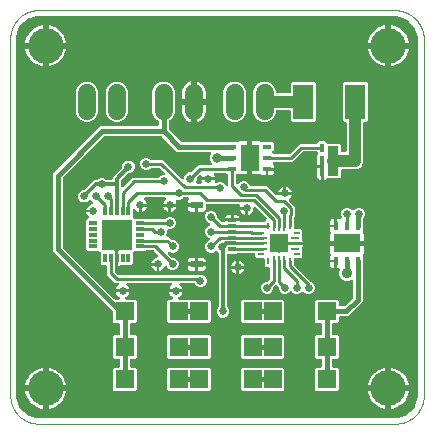
<source format=gtl>
G04 EAGLE Gerber RS-274X export*
G75*
%MOMM*%
%FSLAX35Y35*%
%LPD*%
%INcopper_top*%
%IPPOS*%
%AMOC8*
5,1,8,0,0,1.08239X$1,22.5*%
G01*
%ADD10C,0.000000*%
%ADD11R,1.500000X2.300000*%
%ADD12R,0.710000X0.460000*%
%ADD13R,2.500000X2.500000*%
%ADD14R,0.300000X0.750000*%
%ADD15R,0.750000X0.300000*%
%ADD16R,0.950000X2.500000*%
%ADD17R,0.300000X1.770000*%
%ADD18R,0.300000X0.650000*%
%ADD19C,1.500000*%
%ADD20R,1.500000X1.500000*%
%ADD21R,0.250000X0.800000*%
%ADD22R,0.800000X0.250000*%
%ADD23R,0.550000X0.250000*%
%ADD24R,0.250000X0.550000*%
%ADD25R,0.700000X0.300000*%
%ADD26R,1.000000X0.600000*%
%ADD27R,1.700000X3.000000*%
%ADD28R,1.600000X1.600000*%
%ADD29R,2.300000X1.500000*%
%ADD30R,0.460000X0.710000*%
%ADD31C,0.450000*%
%ADD32C,0.650000*%
%ADD33C,3.000000*%
%ADD34C,0.250000*%
%ADD35C,0.800000*%
%ADD36C,1.016000*%
%ADD37C,0.300000*%
%ADD38C,0.350000*%
%ADD39C,0.900000*%

G36*
X248748Y50051D02*
X248748Y50051D01*
X249009Y50018D01*
X257682Y50474D01*
X259647Y50048D01*
X260322Y50074D01*
X260732Y50000D01*
X3239268Y50000D01*
X3242398Y50399D01*
X3242555Y50461D01*
X3250990Y50018D01*
X3251388Y50047D01*
X3251646Y50000D01*
X3256605Y50000D01*
X3256797Y50025D01*
X3256929Y50004D01*
X3281112Y50632D01*
X3283651Y51023D01*
X3284020Y51053D01*
X3337009Y65239D01*
X3339930Y66433D01*
X3340303Y66712D01*
X3340582Y66829D01*
X3386594Y96695D01*
X3389003Y98733D01*
X3389272Y99113D01*
X3389501Y99311D01*
X3424032Y141933D01*
X3424698Y143010D01*
X3424996Y143375D01*
X3425206Y143831D01*
X3425693Y144617D01*
X3425830Y145060D01*
X3425988Y145319D01*
X3445658Y196527D01*
X3446268Y199019D01*
X3446382Y199375D01*
X3449892Y225997D01*
X3449897Y227063D01*
X3449999Y227631D01*
X3449999Y3270503D01*
X3449801Y3272059D01*
X3449802Y3272719D01*
X3444862Y3300145D01*
X3444091Y3302594D01*
X3444004Y3302956D01*
X3420258Y3357024D01*
X3418634Y3359730D01*
X3418303Y3360057D01*
X3418145Y3360314D01*
X3378853Y3404398D01*
X3376472Y3406471D01*
X3376056Y3406678D01*
X3375826Y3406875D01*
X3324834Y3436660D01*
X3321930Y3437895D01*
X3321469Y3437964D01*
X3321190Y3438079D01*
X3263491Y3450649D01*
X3260933Y3450874D01*
X3260566Y3450933D01*
X3238291Y3450462D01*
X3238199Y3450448D01*
X3238106Y3450457D01*
X3237785Y3450387D01*
X3235182Y3449999D01*
X3228117Y3449999D01*
X3227339Y3449900D01*
X3226873Y3449937D01*
X3220079Y3449258D01*
X3219387Y3449467D01*
X3216275Y3449989D01*
X3215976Y3449963D01*
X3215777Y3449999D01*
X260732Y3449999D01*
X257601Y3449601D01*
X257445Y3449538D01*
X249011Y3449982D01*
X248613Y3449953D01*
X248354Y3449999D01*
X243393Y3449999D01*
X243201Y3449975D01*
X243069Y3449995D01*
X218888Y3449368D01*
X216348Y3448977D01*
X215980Y3448946D01*
X162991Y3434761D01*
X160070Y3433566D01*
X159697Y3433288D01*
X159418Y3433171D01*
X113406Y3403305D01*
X110997Y3401266D01*
X110728Y3400887D01*
X110499Y3400689D01*
X75968Y3358066D01*
X75072Y3356618D01*
X74939Y3356455D01*
X74845Y3356253D01*
X74307Y3355383D01*
X74169Y3354939D01*
X74012Y3354680D01*
X54342Y3303473D01*
X53732Y3300981D01*
X53618Y3300625D01*
X50108Y3274003D01*
X50103Y3272937D01*
X50000Y3272369D01*
X50000Y227631D01*
X50135Y226574D01*
X50108Y225997D01*
X53618Y199375D01*
X54273Y196892D01*
X54342Y196527D01*
X74012Y145319D01*
X74250Y144878D01*
X74375Y144508D01*
X74778Y143896D01*
X75507Y142540D01*
X75823Y142198D01*
X75968Y141933D01*
X110499Y99311D01*
X112779Y97129D01*
X113185Y96902D01*
X113406Y96695D01*
X159418Y66829D01*
X162261Y65458D01*
X162717Y65368D01*
X162991Y65239D01*
X215980Y51053D01*
X218523Y50708D01*
X218888Y50632D01*
X243072Y50004D01*
X243265Y50024D01*
X243396Y50000D01*
X248353Y50000D01*
X248748Y50051D01*
G37*
%LPC*%
G36*
X881715Y274999D02*
X881715Y274999D01*
X869999Y286715D01*
X869999Y463284D01*
X881715Y475000D01*
X915000Y475000D01*
X916248Y475159D01*
X917499Y475253D01*
X917808Y475358D01*
X918131Y475399D01*
X919298Y475865D01*
X920487Y476269D01*
X920759Y476448D01*
X921062Y476568D01*
X922075Y477312D01*
X923125Y478001D01*
X923344Y478243D01*
X923606Y478435D01*
X924400Y479407D01*
X925245Y480339D01*
X925397Y480628D01*
X925602Y480880D01*
X926127Y482019D01*
X926712Y483133D01*
X926758Y483389D01*
X926923Y483746D01*
X927483Y486852D01*
X927453Y487243D01*
X927499Y487500D01*
X927499Y537500D01*
X927341Y538748D01*
X927247Y539999D01*
X927142Y540308D01*
X927101Y540631D01*
X926635Y541798D01*
X926231Y542987D01*
X926052Y543259D01*
X925931Y543562D01*
X925188Y544575D01*
X924498Y545625D01*
X924257Y545844D01*
X924065Y546106D01*
X923092Y546900D01*
X922161Y547745D01*
X921872Y547897D01*
X921620Y548102D01*
X920481Y548627D01*
X919367Y549212D01*
X919110Y549258D01*
X918753Y549423D01*
X915648Y549983D01*
X915256Y549953D01*
X915000Y549999D01*
X881715Y549999D01*
X869999Y561715D01*
X869999Y738284D01*
X881715Y750000D01*
X915000Y750000D01*
X916248Y750159D01*
X917499Y750253D01*
X917808Y750358D01*
X918131Y750399D01*
X919298Y750865D01*
X920487Y751269D01*
X920759Y751448D01*
X921062Y751568D01*
X922075Y752312D01*
X923125Y753001D01*
X923344Y753243D01*
X923606Y753435D01*
X924400Y754408D01*
X925245Y755339D01*
X925397Y755628D01*
X925602Y755880D01*
X926127Y757019D01*
X926712Y758133D01*
X926758Y758389D01*
X926923Y758746D01*
X927483Y761852D01*
X927453Y762243D01*
X927499Y762500D01*
X927499Y837500D01*
X927341Y838748D01*
X927247Y839999D01*
X927142Y840308D01*
X927101Y840631D01*
X926635Y841798D01*
X926231Y842987D01*
X926052Y843259D01*
X925931Y843562D01*
X925188Y844575D01*
X924498Y845625D01*
X924257Y845844D01*
X924065Y846106D01*
X923092Y846900D01*
X922161Y847745D01*
X921872Y847897D01*
X921620Y848102D01*
X920481Y848627D01*
X919367Y849212D01*
X919110Y849258D01*
X918753Y849423D01*
X915648Y849983D01*
X915256Y849953D01*
X915000Y849999D01*
X881715Y849999D01*
X869999Y861715D01*
X869999Y939718D01*
X869861Y940806D01*
X869808Y941899D01*
X869663Y942365D01*
X869601Y942849D01*
X869195Y943867D01*
X868869Y944913D01*
X868654Y945223D01*
X868431Y945780D01*
X866565Y948325D01*
X866415Y948447D01*
X866338Y948557D01*
X357499Y1457396D01*
X357499Y2117604D01*
X757396Y2517500D01*
X1243000Y2517500D01*
X1244248Y2517659D01*
X1245499Y2517753D01*
X1245808Y2517858D01*
X1246131Y2517899D01*
X1247298Y2518365D01*
X1248487Y2518769D01*
X1248759Y2518948D01*
X1249062Y2519068D01*
X1250075Y2519812D01*
X1251125Y2520501D01*
X1251344Y2520743D01*
X1251606Y2520935D01*
X1252400Y2521908D01*
X1253245Y2522839D01*
X1253397Y2523128D01*
X1253602Y2523380D01*
X1254127Y2524519D01*
X1254712Y2525633D01*
X1254758Y2525889D01*
X1254923Y2526246D01*
X1255483Y2529352D01*
X1255453Y2529743D01*
X1255499Y2530000D01*
X1255499Y2556425D01*
X1255451Y2556809D01*
X1255476Y2557197D01*
X1255252Y2558372D01*
X1255101Y2559555D01*
X1254958Y2559915D01*
X1254885Y2560297D01*
X1254374Y2561377D01*
X1253931Y2562486D01*
X1253702Y2562799D01*
X1253536Y2563150D01*
X1252772Y2564067D01*
X1252065Y2565031D01*
X1251764Y2565276D01*
X1251516Y2565574D01*
X1250967Y2565927D01*
X1249620Y2567027D01*
X1248332Y2567620D01*
X1247783Y2567973D01*
X1244186Y2569463D01*
X1217462Y2596187D01*
X1202999Y2631103D01*
X1202999Y2818897D01*
X1217462Y2853813D01*
X1244187Y2880538D01*
X1279103Y2895000D01*
X1316897Y2895000D01*
X1351813Y2880538D01*
X1378538Y2853813D01*
X1393000Y2818897D01*
X1393000Y2631103D01*
X1378538Y2596187D01*
X1351814Y2569463D01*
X1348217Y2567973D01*
X1347879Y2567780D01*
X1347513Y2567655D01*
X1346514Y2566999D01*
X1345477Y2566407D01*
X1345200Y2566137D01*
X1344875Y2565923D01*
X1344071Y2565037D01*
X1343217Y2564204D01*
X1343016Y2563873D01*
X1342755Y2563585D01*
X1342199Y2562527D01*
X1341580Y2561506D01*
X1341468Y2561134D01*
X1341288Y2560791D01*
X1341173Y2560152D01*
X1340671Y2558484D01*
X1340616Y2557065D01*
X1340500Y2556425D01*
X1340500Y2497782D01*
X1340639Y2496694D01*
X1340692Y2495601D01*
X1340837Y2495135D01*
X1340899Y2494651D01*
X1341305Y2493633D01*
X1341631Y2492588D01*
X1341846Y2492277D01*
X1342068Y2491720D01*
X1343935Y2489175D01*
X1344085Y2489053D01*
X1344161Y2488943D01*
X1442943Y2390161D01*
X1443810Y2389490D01*
X1444621Y2388755D01*
X1445053Y2388528D01*
X1445438Y2388229D01*
X1446444Y2387798D01*
X1447415Y2387288D01*
X1447788Y2387221D01*
X1448338Y2386984D01*
X1451458Y2386504D01*
X1451651Y2386524D01*
X1451782Y2386500D01*
X1827538Y2386500D01*
X1828626Y2386639D01*
X1829719Y2386692D01*
X1830184Y2386837D01*
X1830668Y2386899D01*
X1830923Y2387000D01*
X1920998Y2387000D01*
X1921906Y2386206D01*
X1922245Y2386035D01*
X1922544Y2385803D01*
X1923648Y2385329D01*
X1924725Y2384788D01*
X1925096Y2384707D01*
X1925444Y2384558D01*
X1926634Y2384375D01*
X1927810Y2384121D01*
X1928188Y2384136D01*
X1928563Y2384078D01*
X1929761Y2384199D01*
X1930963Y2384248D01*
X1931245Y2384349D01*
X1931703Y2384395D01*
X1934663Y2385488D01*
X1934932Y2385675D01*
X1935138Y2385749D01*
X1940196Y2388669D01*
X1946655Y2390400D01*
X2000001Y2390400D01*
X2000001Y2262501D01*
X2000160Y2261253D01*
X2000253Y2260002D01*
X2000358Y2259693D01*
X2000399Y2259370D01*
X2000865Y2258203D01*
X2001270Y2257014D01*
X2001448Y2256742D01*
X2001569Y2256439D01*
X2002313Y2255426D01*
X2003002Y2254376D01*
X2003243Y2254157D01*
X2003436Y2253895D01*
X2004408Y2253101D01*
X2005340Y2252256D01*
X2005629Y2252104D01*
X2005880Y2251899D01*
X2007019Y2251374D01*
X2008134Y2250789D01*
X2008390Y2250743D01*
X2008747Y2250578D01*
X2011853Y2250018D01*
X2012244Y2250048D01*
X2012500Y2250002D01*
X2037499Y2250002D01*
X2038747Y2250160D01*
X2039998Y2250254D01*
X2040307Y2250359D01*
X2040630Y2250400D01*
X2041797Y2250866D01*
X2042986Y2251270D01*
X2043258Y2251449D01*
X2043561Y2251570D01*
X2044574Y2252313D01*
X2045624Y2253003D01*
X2045843Y2253244D01*
X2046105Y2253436D01*
X2046899Y2254409D01*
X2047744Y2255340D01*
X2047896Y2255629D01*
X2048101Y2255881D01*
X2048626Y2257020D01*
X2049211Y2258134D01*
X2049257Y2258391D01*
X2049422Y2258748D01*
X2049982Y2261853D01*
X2049952Y2262245D01*
X2049998Y2262501D01*
X2049998Y2390400D01*
X2103344Y2390400D01*
X2109804Y2388669D01*
X2114228Y2386115D01*
X2115337Y2385650D01*
X2116417Y2385118D01*
X2116789Y2385042D01*
X2117139Y2384895D01*
X2118330Y2384722D01*
X2119508Y2384478D01*
X2119886Y2384497D01*
X2120262Y2384442D01*
X2121459Y2384573D01*
X2122660Y2384632D01*
X2123021Y2384745D01*
X2123399Y2384786D01*
X2124528Y2385214D01*
X2125673Y2385571D01*
X2125918Y2385742D01*
X2126350Y2385905D01*
X2128927Y2387728D01*
X2129137Y2387977D01*
X2129171Y2388000D01*
X2216784Y2388000D01*
X2228500Y2376284D01*
X2228500Y2313715D01*
X2221123Y2306338D01*
X2220356Y2305348D01*
X2219534Y2304393D01*
X2219390Y2304100D01*
X2219191Y2303843D01*
X2218696Y2302690D01*
X2218140Y2301561D01*
X2218074Y2301242D01*
X2217946Y2300943D01*
X2217755Y2299700D01*
X2217500Y2298471D01*
X2217516Y2298147D01*
X2217466Y2297824D01*
X2217593Y2296570D01*
X2217654Y2295319D01*
X2217751Y2295009D01*
X2217783Y2294684D01*
X2218219Y2293504D01*
X2218593Y2292306D01*
X2218741Y2292093D01*
X2218877Y2291724D01*
X2220677Y2289132D01*
X2220975Y2288875D01*
X2221123Y2288662D01*
X2223623Y2286161D01*
X2224490Y2285490D01*
X2225301Y2284755D01*
X2225733Y2284528D01*
X2226119Y2284229D01*
X2227124Y2283798D01*
X2228095Y2283288D01*
X2228468Y2283221D01*
X2229019Y2282984D01*
X2232138Y2282504D01*
X2232331Y2282524D01*
X2232462Y2282500D01*
X2356360Y2282500D01*
X2357448Y2282639D01*
X2358541Y2282692D01*
X2359007Y2282837D01*
X2359491Y2282899D01*
X2360509Y2283305D01*
X2361554Y2283631D01*
X2361865Y2283846D01*
X2362422Y2284068D01*
X2364967Y2285935D01*
X2365089Y2286085D01*
X2365199Y2286161D01*
X2449148Y2370110D01*
X2592840Y2370110D01*
X2594088Y2370269D01*
X2595339Y2370363D01*
X2595648Y2370468D01*
X2595971Y2370509D01*
X2597138Y2370975D01*
X2598327Y2371379D01*
X2598599Y2371558D01*
X2598902Y2371678D01*
X2599915Y2372422D01*
X2600965Y2373111D01*
X2601184Y2373353D01*
X2601446Y2373545D01*
X2602240Y2374518D01*
X2603085Y2375449D01*
X2603237Y2375738D01*
X2603442Y2375990D01*
X2603876Y2376931D01*
X2617055Y2390110D01*
X2663624Y2390110D01*
X2676955Y2376780D01*
X2677652Y2375829D01*
X2678341Y2374780D01*
X2678583Y2374561D01*
X2678775Y2374298D01*
X2679748Y2373504D01*
X2680679Y2372660D01*
X2680968Y2372508D01*
X2681220Y2372303D01*
X2682359Y2371778D01*
X2683473Y2371193D01*
X2683729Y2371147D01*
X2684086Y2370982D01*
X2687192Y2370422D01*
X2687583Y2370452D01*
X2687840Y2370405D01*
X2788344Y2370405D01*
X2800060Y2358689D01*
X2800060Y2308300D01*
X2800219Y2307052D01*
X2800313Y2305800D01*
X2800418Y2305492D01*
X2800459Y2305169D01*
X2800925Y2304002D01*
X2801329Y2302813D01*
X2801508Y2302541D01*
X2801628Y2302238D01*
X2802372Y2301224D01*
X2803061Y2300175D01*
X2803303Y2299956D01*
X2803495Y2299693D01*
X2804468Y2298899D01*
X2805399Y2298055D01*
X2805688Y2297903D01*
X2805940Y2297698D01*
X2807079Y2297173D01*
X2808193Y2296588D01*
X2808449Y2296542D01*
X2808806Y2296377D01*
X2811912Y2295817D01*
X2812303Y2295847D01*
X2812560Y2295800D01*
X2834200Y2295800D01*
X2835448Y2295959D01*
X2836699Y2296053D01*
X2837008Y2296158D01*
X2837331Y2296199D01*
X2838498Y2296665D01*
X2839687Y2297069D01*
X2839959Y2297248D01*
X2840262Y2297368D01*
X2841275Y2298112D01*
X2842325Y2298801D01*
X2842544Y2299043D01*
X2842806Y2299235D01*
X2843600Y2300208D01*
X2844445Y2301139D01*
X2844597Y2301428D01*
X2844802Y2301680D01*
X2845327Y2302819D01*
X2845912Y2303933D01*
X2845958Y2304189D01*
X2846123Y2304546D01*
X2846683Y2307652D01*
X2846653Y2308043D01*
X2846699Y2308300D01*
X2846699Y2542500D01*
X2846541Y2543748D01*
X2846447Y2544999D01*
X2846342Y2545308D01*
X2846301Y2545631D01*
X2845835Y2546798D01*
X2845431Y2547987D01*
X2845252Y2548259D01*
X2845131Y2548562D01*
X2844388Y2549575D01*
X2843698Y2550625D01*
X2843457Y2550844D01*
X2843265Y2551106D01*
X2842292Y2551900D01*
X2841361Y2552745D01*
X2841072Y2552897D01*
X2840820Y2553102D01*
X2839681Y2553627D01*
X2838567Y2554212D01*
X2838310Y2554258D01*
X2837953Y2554423D01*
X2834848Y2554983D01*
X2834456Y2554953D01*
X2834200Y2554999D01*
X2826715Y2554999D01*
X2814999Y2566715D01*
X2814999Y2883284D01*
X2826715Y2895000D01*
X3013284Y2895000D01*
X3025000Y2883284D01*
X3025000Y2566715D01*
X3013284Y2554999D01*
X3000800Y2554999D01*
X2999552Y2554841D01*
X2998300Y2554747D01*
X2997992Y2554642D01*
X2997669Y2554601D01*
X2996502Y2554135D01*
X2995313Y2553731D01*
X2995041Y2553552D01*
X2994738Y2553431D01*
X2993724Y2552688D01*
X2992675Y2551998D01*
X2992456Y2551757D01*
X2992193Y2551565D01*
X2991399Y2550592D01*
X2990555Y2549661D01*
X2990403Y2549372D01*
X2990198Y2549120D01*
X2989673Y2547981D01*
X2989088Y2546867D01*
X2989042Y2546610D01*
X2988877Y2546253D01*
X2988317Y2543148D01*
X2988347Y2542756D01*
X2988300Y2542500D01*
X2988300Y2210916D01*
X2977522Y2184895D01*
X2957605Y2164978D01*
X2931583Y2154199D01*
X2812560Y2154199D01*
X2811312Y2154041D01*
X2810060Y2153947D01*
X2809752Y2153842D01*
X2809429Y2153801D01*
X2808262Y2153335D01*
X2807073Y2152931D01*
X2806801Y2152752D01*
X2806498Y2152631D01*
X2805484Y2151888D01*
X2804435Y2151198D01*
X2804216Y2150957D01*
X2803953Y2150765D01*
X2803159Y2149792D01*
X2802315Y2148861D01*
X2802163Y2148572D01*
X2801958Y2148320D01*
X2801433Y2147181D01*
X2800848Y2146067D01*
X2800802Y2145810D01*
X2800637Y2145453D01*
X2800077Y2142348D01*
X2800107Y2141956D01*
X2800060Y2141700D01*
X2800060Y2092120D01*
X2788344Y2080404D01*
X2685879Y2080404D01*
X2684737Y2080259D01*
X2683590Y2080193D01*
X2683178Y2080061D01*
X2682748Y2080006D01*
X2681679Y2079579D01*
X2680585Y2079228D01*
X2680220Y2078997D01*
X2679818Y2078836D01*
X2678889Y2078155D01*
X2677918Y2077541D01*
X2677699Y2077283D01*
X2677273Y2076970D01*
X2675501Y2074799D01*
X2670596Y2069894D01*
X2664804Y2066550D01*
X2658344Y2064819D01*
X2652501Y2064819D01*
X2652501Y2178717D01*
X2652342Y2179964D01*
X2652248Y2181216D01*
X2652143Y2181524D01*
X2652102Y2181847D01*
X2651636Y2183015D01*
X2651232Y2184203D01*
X2651053Y2184475D01*
X2650933Y2184778D01*
X2650189Y2185792D01*
X2649500Y2186842D01*
X2649496Y2186845D01*
X2649495Y2186846D01*
X2649258Y2187062D01*
X2649066Y2187323D01*
X2649063Y2187325D01*
X2649061Y2187328D01*
X2648089Y2188122D01*
X2647157Y2188966D01*
X2646868Y2189118D01*
X2646617Y2189323D01*
X2645478Y2189848D01*
X2644363Y2190433D01*
X2644107Y2190479D01*
X2643750Y2190644D01*
X2640644Y2191204D01*
X2640253Y2191174D01*
X2639997Y2191221D01*
X2599599Y2191221D01*
X2599599Y2270564D01*
X2601330Y2277024D01*
X2605250Y2283813D01*
X2605715Y2284922D01*
X2606247Y2286003D01*
X2606324Y2286374D01*
X2606470Y2286723D01*
X2606643Y2287915D01*
X2606887Y2289093D01*
X2606868Y2289471D01*
X2606923Y2289847D01*
X2606792Y2291044D01*
X2606733Y2292245D01*
X2606620Y2292607D01*
X2606579Y2292984D01*
X2606152Y2294109D01*
X2605794Y2295258D01*
X2605623Y2295504D01*
X2605460Y2295935D01*
X2604201Y2297714D01*
X2604071Y2298097D01*
X2603892Y2298369D01*
X2603771Y2298672D01*
X2603028Y2299685D01*
X2602338Y2300735D01*
X2602097Y2300954D01*
X2601905Y2301216D01*
X2600932Y2302010D01*
X2600001Y2302855D01*
X2599712Y2303007D01*
X2599460Y2303212D01*
X2598321Y2303737D01*
X2597207Y2304322D01*
X2596950Y2304368D01*
X2596593Y2304533D01*
X2593488Y2305093D01*
X2593096Y2305063D01*
X2592840Y2305109D01*
X2481249Y2305109D01*
X2480162Y2304971D01*
X2479068Y2304918D01*
X2478603Y2304773D01*
X2478119Y2304711D01*
X2477101Y2304305D01*
X2476055Y2303979D01*
X2475745Y2303764D01*
X2475188Y2303541D01*
X2472643Y2301675D01*
X2472521Y2301525D01*
X2472411Y2301448D01*
X2388462Y2217499D01*
X2235098Y2217499D01*
X2233692Y2217320D01*
X2232282Y2217178D01*
X2232129Y2217122D01*
X2231967Y2217101D01*
X2230649Y2216575D01*
X2229321Y2216084D01*
X2229187Y2215992D01*
X2229036Y2215931D01*
X2227894Y2215093D01*
X2226729Y2214284D01*
X2226623Y2214161D01*
X2226492Y2214065D01*
X2225597Y2212968D01*
X2224670Y2211892D01*
X2224598Y2211746D01*
X2224496Y2211620D01*
X2223904Y2210336D01*
X2223277Y2209061D01*
X2223243Y2208902D01*
X2223175Y2208753D01*
X2222923Y2207357D01*
X2222636Y2205971D01*
X2222644Y2205808D01*
X2222615Y2205648D01*
X2222721Y2204235D01*
X2222790Y2202818D01*
X2222839Y2202663D01*
X2222851Y2202501D01*
X2223308Y2201157D01*
X2223729Y2199806D01*
X2223805Y2199697D01*
X2223867Y2199513D01*
X2225599Y2196875D01*
X2226044Y2196472D01*
X2226260Y2196161D01*
X2228826Y2193595D01*
X2232169Y2187804D01*
X2233900Y2181344D01*
X2233900Y2167501D01*
X2173003Y2167501D01*
X2171756Y2167342D01*
X2170504Y2167248D01*
X2170196Y2167143D01*
X2169873Y2167102D01*
X2168705Y2166636D01*
X2167516Y2166232D01*
X2167244Y2166053D01*
X2166942Y2165933D01*
X2165928Y2165189D01*
X2164878Y2164500D01*
X2164875Y2164496D01*
X2164873Y2164495D01*
X2164657Y2164257D01*
X2164397Y2164066D01*
X2164395Y2164063D01*
X2164392Y2164061D01*
X2163598Y2163089D01*
X2162753Y2162157D01*
X2162602Y2161868D01*
X2162396Y2161617D01*
X2161871Y2160478D01*
X2161286Y2159363D01*
X2161240Y2159107D01*
X2161076Y2158750D01*
X2160516Y2155644D01*
X2160545Y2155253D01*
X2160499Y2154997D01*
X2160499Y2106599D01*
X2134155Y2106599D01*
X2127696Y2108330D01*
X2122402Y2111387D01*
X2121343Y2111831D01*
X2120315Y2112348D01*
X2119891Y2112440D01*
X2119491Y2112607D01*
X2118355Y2112772D01*
X2117231Y2113015D01*
X2116797Y2112998D01*
X2116368Y2113060D01*
X2115225Y2112934D01*
X2114078Y2112888D01*
X2113759Y2112773D01*
X2113231Y2112716D01*
X2110280Y2111597D01*
X2110068Y2111447D01*
X2109902Y2111387D01*
X2109804Y2111330D01*
X2103344Y2109599D01*
X2049998Y2109599D01*
X2049998Y2237499D01*
X2049840Y2238746D01*
X2049746Y2239998D01*
X2049641Y2240306D01*
X2049600Y2240629D01*
X2049134Y2241797D01*
X2048730Y2242986D01*
X2048551Y2243258D01*
X2048430Y2243560D01*
X2047687Y2244574D01*
X2046998Y2245624D01*
X2046756Y2245843D01*
X2046564Y2246105D01*
X2045591Y2246899D01*
X2044660Y2247744D01*
X2044371Y2247895D01*
X2044119Y2248101D01*
X2042980Y2248626D01*
X2041866Y2249211D01*
X2041609Y2249257D01*
X2041253Y2249421D01*
X2038147Y2249981D01*
X2037755Y2249952D01*
X2037499Y2249998D01*
X2012500Y2249998D01*
X2011253Y2249839D01*
X2010001Y2249746D01*
X2009693Y2249641D01*
X2009370Y2249600D01*
X2008202Y2249134D01*
X2007013Y2248729D01*
X2006742Y2248551D01*
X2006439Y2248430D01*
X2005425Y2247687D01*
X2004375Y2246997D01*
X2004157Y2246756D01*
X2003894Y2246563D01*
X2003100Y2245591D01*
X2002255Y2244659D01*
X2002104Y2244370D01*
X2001898Y2244119D01*
X2001373Y2242980D01*
X2000788Y2241865D01*
X2000742Y2241609D01*
X2000578Y2241252D01*
X2000018Y2238147D01*
X2000023Y2238070D01*
X2000018Y2238039D01*
X2000042Y2237723D01*
X2000001Y2237499D01*
X2000001Y2109599D01*
X1946655Y2109599D01*
X1940196Y2111330D01*
X1935138Y2114251D01*
X1934027Y2114717D01*
X1932948Y2115248D01*
X1932578Y2115324D01*
X1932228Y2115471D01*
X1931034Y2115644D01*
X1929858Y2115888D01*
X1929480Y2115869D01*
X1929104Y2115924D01*
X1927907Y2115793D01*
X1926706Y2115734D01*
X1926344Y2115621D01*
X1925968Y2115580D01*
X1924841Y2115153D01*
X1923693Y2114795D01*
X1923447Y2114624D01*
X1923017Y2114461D01*
X1920723Y2112838D01*
X1919500Y2112747D01*
X1919192Y2112642D01*
X1918869Y2112601D01*
X1917702Y2112135D01*
X1916513Y2111731D01*
X1916241Y2111552D01*
X1915938Y2111431D01*
X1914924Y2110688D01*
X1913875Y2109998D01*
X1913656Y2109757D01*
X1913393Y2109565D01*
X1912599Y2108592D01*
X1911755Y2107661D01*
X1911603Y2107372D01*
X1911398Y2107120D01*
X1910873Y2105981D01*
X1910288Y2104867D01*
X1910242Y2104610D01*
X1910077Y2104253D01*
X1909517Y2101148D01*
X1909547Y2100756D01*
X1909500Y2100500D01*
X1909500Y2037716D01*
X1909679Y2036315D01*
X1909822Y2034900D01*
X1909878Y2034747D01*
X1909899Y2034586D01*
X1910423Y2033272D01*
X1910915Y2031940D01*
X1911008Y2031806D01*
X1911068Y2031655D01*
X1911909Y2030508D01*
X1912715Y2029348D01*
X1912838Y2029242D01*
X1912935Y2029110D01*
X1914035Y2028212D01*
X1915107Y2027289D01*
X1915254Y2027217D01*
X1915380Y2027114D01*
X1916664Y2026523D01*
X1917938Y2025895D01*
X1918098Y2025862D01*
X1918246Y2025794D01*
X1919640Y2025543D01*
X1921029Y2025255D01*
X1921192Y2025263D01*
X1921352Y2025234D01*
X1922765Y2025340D01*
X1924181Y2025409D01*
X1924336Y2025457D01*
X1924499Y2025469D01*
X1925842Y2025926D01*
X1927194Y2026347D01*
X1927303Y2026423D01*
X1927487Y2026486D01*
X1930125Y2028218D01*
X1930528Y2028662D01*
X1930838Y2028878D01*
X1947268Y2045308D01*
X1966563Y2053300D01*
X1987450Y2053300D01*
X2006746Y2045308D01*
X2021514Y2030539D01*
X2025376Y2021217D01*
X2025568Y2020879D01*
X2025693Y2020513D01*
X2026348Y2019515D01*
X2026942Y2018477D01*
X2027213Y2018199D01*
X2027425Y2017875D01*
X2028309Y2017073D01*
X2029144Y2016216D01*
X2029477Y2016015D01*
X2029763Y2015755D01*
X2030820Y2015200D01*
X2031843Y2014580D01*
X2032214Y2014468D01*
X2032557Y2014288D01*
X2033197Y2014173D01*
X2034865Y2013671D01*
X2036283Y2013616D01*
X2036924Y2013500D01*
X2165538Y2013500D01*
X2245998Y1933040D01*
X2246839Y1932388D01*
X2247625Y1931669D01*
X2248083Y1931425D01*
X2248493Y1931108D01*
X2249470Y1930688D01*
X2250412Y1930188D01*
X2250917Y1930067D01*
X2251393Y1929863D01*
X2252445Y1929701D01*
X2253481Y1929453D01*
X2253999Y1929462D01*
X2254512Y1929383D01*
X2255573Y1929490D01*
X2256636Y1929509D01*
X2257135Y1929648D01*
X2257652Y1929700D01*
X2258653Y1930069D01*
X2259677Y1930354D01*
X2260125Y1930613D01*
X2260613Y1930793D01*
X2261488Y1931402D01*
X2262409Y1931934D01*
X2262778Y1932297D01*
X2263205Y1932593D01*
X2263900Y1933401D01*
X2264658Y1934147D01*
X2264925Y1934592D01*
X2265263Y1934985D01*
X2265734Y1935941D01*
X2266281Y1936853D01*
X2266428Y1937351D01*
X2266501Y1937499D01*
X2324997Y1937499D01*
X2325000Y1937499D01*
X2325003Y1937499D01*
X2381548Y1937499D01*
X2380675Y1933111D01*
X2376311Y1922574D01*
X2369974Y1913090D01*
X2361506Y1904622D01*
X2360739Y1903632D01*
X2359917Y1902677D01*
X2359773Y1902384D01*
X2359574Y1902127D01*
X2359078Y1900974D01*
X2358523Y1899845D01*
X2358457Y1899526D01*
X2358328Y1899227D01*
X2358138Y1897985D01*
X2357883Y1896755D01*
X2357898Y1896431D01*
X2357849Y1896108D01*
X2357975Y1894854D01*
X2358037Y1893603D01*
X2358133Y1893293D01*
X2358166Y1892968D01*
X2358602Y1891789D01*
X2358975Y1890590D01*
X2359123Y1890376D01*
X2359259Y1890008D01*
X2361059Y1887415D01*
X2361357Y1887159D01*
X2361506Y1886945D01*
X2410565Y1837886D01*
X2410565Y1757113D01*
X2401161Y1747710D01*
X2400490Y1746843D01*
X2399755Y1746032D01*
X2399528Y1745600D01*
X2399229Y1745215D01*
X2398798Y1744209D01*
X2398288Y1743238D01*
X2398221Y1742866D01*
X2397984Y1742315D01*
X2397504Y1739196D01*
X2397524Y1739003D01*
X2397500Y1738872D01*
X2397500Y1660000D01*
X2397659Y1658752D01*
X2397753Y1657500D01*
X2397858Y1657192D01*
X2397899Y1656869D01*
X2398365Y1655702D01*
X2398769Y1654513D01*
X2398948Y1654241D01*
X2399068Y1653938D01*
X2399812Y1652924D01*
X2400501Y1651875D01*
X2400743Y1651656D01*
X2400935Y1651393D01*
X2401908Y1650599D01*
X2402839Y1649755D01*
X2403128Y1649603D01*
X2403380Y1649398D01*
X2404519Y1648873D01*
X2405633Y1648288D01*
X2405889Y1648242D01*
X2406246Y1648077D01*
X2409352Y1647517D01*
X2409743Y1647547D01*
X2410000Y1647500D01*
X2458784Y1647500D01*
X2470500Y1635784D01*
X2470500Y1592021D01*
X2470485Y1591985D01*
X2470005Y1588866D01*
X2470024Y1588671D01*
X2470000Y1588538D01*
X2470000Y1557008D01*
X2470132Y1555974D01*
X2470174Y1554933D01*
X2470314Y1554543D01*
X2470399Y1553878D01*
X2471568Y1550947D01*
X2471645Y1550843D01*
X2471675Y1550758D01*
X2473669Y1547304D01*
X2475400Y1540844D01*
X2475400Y1537501D01*
X2463463Y1537501D01*
X2463453Y1537499D01*
X2410003Y1537499D01*
X2409999Y1537499D01*
X2409997Y1537499D01*
X2356543Y1537499D01*
X2356537Y1537501D01*
X2287501Y1537501D01*
X2287501Y1592500D01*
X2287342Y1593748D01*
X2287248Y1594999D01*
X2287143Y1595308D01*
X2287102Y1595631D01*
X2286636Y1596798D01*
X2286232Y1597987D01*
X2286053Y1598259D01*
X2285933Y1598562D01*
X2285189Y1599575D01*
X2284500Y1600625D01*
X2284258Y1600844D01*
X2284066Y1601106D01*
X2283093Y1601900D01*
X2282162Y1602745D01*
X2281873Y1602897D01*
X2281621Y1603102D01*
X2280482Y1603627D01*
X2279368Y1604212D01*
X2279112Y1604258D01*
X2278755Y1604423D01*
X2275649Y1604983D01*
X2275647Y1604982D01*
X2275646Y1604983D01*
X2275257Y1604953D01*
X2275001Y1604999D01*
X2274998Y1604999D01*
X2273751Y1604841D01*
X2272499Y1604747D01*
X2272191Y1604642D01*
X2271868Y1604601D01*
X2270700Y1604135D01*
X2269511Y1603731D01*
X2269239Y1603552D01*
X2268937Y1603431D01*
X2267923Y1602688D01*
X2266873Y1601998D01*
X2266654Y1601757D01*
X2266392Y1601565D01*
X2265598Y1600592D01*
X2264753Y1599661D01*
X2264602Y1599372D01*
X2264396Y1599120D01*
X2263871Y1597981D01*
X2263286Y1596867D01*
X2263240Y1596610D01*
X2263076Y1596253D01*
X2262516Y1593148D01*
X2262545Y1592756D01*
X2262499Y1592500D01*
X2262499Y1537501D01*
X2207500Y1537501D01*
X2206252Y1537342D01*
X2205000Y1537248D01*
X2204692Y1537143D01*
X2204369Y1537102D01*
X2203202Y1536636D01*
X2202013Y1536232D01*
X2201741Y1536053D01*
X2201438Y1535933D01*
X2200424Y1535189D01*
X2199375Y1534500D01*
X2199156Y1534258D01*
X2198893Y1534066D01*
X2198099Y1533093D01*
X2197255Y1532162D01*
X2197103Y1531873D01*
X2196898Y1531621D01*
X2196373Y1530482D01*
X2195788Y1529368D01*
X2195742Y1529112D01*
X2195577Y1528755D01*
X2195017Y1525649D01*
X2195018Y1525647D01*
X2195017Y1525646D01*
X2195046Y1525257D01*
X2195000Y1525001D01*
X2195000Y1524998D01*
X2195159Y1523751D01*
X2195253Y1522499D01*
X2195358Y1522191D01*
X2195399Y1521868D01*
X2195865Y1520700D01*
X2196269Y1519511D01*
X2196448Y1519239D01*
X2196568Y1518937D01*
X2197312Y1517923D01*
X2198001Y1516873D01*
X2198243Y1516654D01*
X2198435Y1516392D01*
X2199408Y1515598D01*
X2200339Y1514753D01*
X2200628Y1514602D01*
X2200880Y1514396D01*
X2202019Y1513871D01*
X2203133Y1513286D01*
X2203389Y1513240D01*
X2203746Y1513076D01*
X2206852Y1512516D01*
X2207243Y1512545D01*
X2207500Y1512499D01*
X2262499Y1512499D01*
X2262499Y1457500D01*
X2262658Y1456252D01*
X2262751Y1455000D01*
X2262856Y1454692D01*
X2262897Y1454369D01*
X2263363Y1453202D01*
X2263768Y1452013D01*
X2263946Y1451741D01*
X2264067Y1451438D01*
X2264810Y1450424D01*
X2265500Y1449375D01*
X2265741Y1449156D01*
X2265933Y1448893D01*
X2266906Y1448099D01*
X2267838Y1447255D01*
X2268127Y1447103D01*
X2268378Y1446898D01*
X2269517Y1446373D01*
X2270632Y1445788D01*
X2270888Y1445742D01*
X2271245Y1445577D01*
X2274350Y1445017D01*
X2274353Y1445018D01*
X2274353Y1445017D01*
X2274743Y1445046D01*
X2274998Y1445000D01*
X2275001Y1445000D01*
X2276249Y1445159D01*
X2277501Y1445253D01*
X2277809Y1445358D01*
X2278132Y1445399D01*
X2279299Y1445865D01*
X2280488Y1446269D01*
X2280760Y1446448D01*
X2281063Y1446568D01*
X2282077Y1447312D01*
X2283126Y1448001D01*
X2283345Y1448243D01*
X2283608Y1448435D01*
X2284402Y1449408D01*
X2285246Y1450339D01*
X2285398Y1450628D01*
X2285603Y1450880D01*
X2286128Y1452019D01*
X2286713Y1453133D01*
X2286759Y1453389D01*
X2286924Y1453746D01*
X2287484Y1456852D01*
X2287454Y1457243D01*
X2287501Y1457500D01*
X2287501Y1512499D01*
X2356536Y1512499D01*
X2356548Y1512500D01*
X2409997Y1512500D01*
X2410000Y1512501D01*
X2410003Y1512500D01*
X2463455Y1512500D01*
X2463463Y1512499D01*
X2475400Y1512499D01*
X2475400Y1509155D01*
X2473669Y1502696D01*
X2471675Y1499241D01*
X2471273Y1498281D01*
X2470788Y1497358D01*
X2470714Y1496950D01*
X2470455Y1496331D01*
X2470002Y1493208D01*
X2470016Y1493080D01*
X2470000Y1492992D01*
X2470000Y1461462D01*
X2470139Y1460372D01*
X2470193Y1459277D01*
X2470338Y1458813D01*
X2470399Y1458331D01*
X2470500Y1458077D01*
X2470500Y1414215D01*
X2458784Y1402499D01*
X2410000Y1402499D01*
X2408752Y1402341D01*
X2407500Y1402247D01*
X2407192Y1402142D01*
X2406869Y1402101D01*
X2405702Y1401635D01*
X2404513Y1401231D01*
X2404241Y1401052D01*
X2403938Y1400931D01*
X2402924Y1400188D01*
X2401875Y1399498D01*
X2401656Y1399257D01*
X2401393Y1399065D01*
X2400599Y1398092D01*
X2399755Y1397161D01*
X2399603Y1396872D01*
X2399398Y1396620D01*
X2398873Y1395481D01*
X2398288Y1394367D01*
X2398242Y1394110D01*
X2398077Y1393753D01*
X2397517Y1390648D01*
X2397547Y1390256D01*
X2397500Y1390000D01*
X2397500Y1353639D01*
X2397639Y1352552D01*
X2397692Y1351458D01*
X2397837Y1350993D01*
X2397899Y1350509D01*
X2398305Y1349491D01*
X2398631Y1348445D01*
X2398846Y1348135D01*
X2399068Y1347578D01*
X2400935Y1345033D01*
X2401085Y1344911D01*
X2401161Y1344801D01*
X2547374Y1198588D01*
X2547552Y1198450D01*
X2547696Y1198277D01*
X2548163Y1197977D01*
X2549869Y1196656D01*
X2550923Y1196203D01*
X2551429Y1195879D01*
X2554739Y1194508D01*
X2569508Y1179739D01*
X2577500Y1160443D01*
X2577500Y1139557D01*
X2569508Y1120261D01*
X2554739Y1105492D01*
X2535443Y1097499D01*
X2514557Y1097499D01*
X2495261Y1105492D01*
X2483838Y1116915D01*
X2482842Y1117686D01*
X2481892Y1118503D01*
X2481601Y1118647D01*
X2481343Y1118847D01*
X2480189Y1119342D01*
X2479061Y1119898D01*
X2478741Y1119964D01*
X2478443Y1120092D01*
X2477202Y1120283D01*
X2475971Y1120538D01*
X2475646Y1120522D01*
X2475324Y1120572D01*
X2474070Y1120445D01*
X2472819Y1120384D01*
X2472509Y1120287D01*
X2472184Y1120254D01*
X2471003Y1119818D01*
X2469806Y1119445D01*
X2469592Y1119297D01*
X2469223Y1119161D01*
X2466631Y1117361D01*
X2466375Y1117063D01*
X2466161Y1116915D01*
X2454739Y1105492D01*
X2435443Y1097499D01*
X2414557Y1097499D01*
X2395261Y1105492D01*
X2383838Y1116915D01*
X2382846Y1117683D01*
X2381893Y1118503D01*
X2381600Y1118648D01*
X2381343Y1118847D01*
X2380190Y1119342D01*
X2379061Y1119898D01*
X2378742Y1119964D01*
X2378443Y1120092D01*
X2377202Y1120283D01*
X2375971Y1120538D01*
X2375647Y1120522D01*
X2375324Y1120572D01*
X2374070Y1120445D01*
X2372819Y1120384D01*
X2372509Y1120287D01*
X2372184Y1120254D01*
X2371004Y1119818D01*
X2369806Y1119445D01*
X2369593Y1119297D01*
X2369224Y1119161D01*
X2366632Y1117361D01*
X2366375Y1117063D01*
X2366162Y1116915D01*
X2354739Y1105492D01*
X2335443Y1097499D01*
X2314557Y1097499D01*
X2295261Y1105492D01*
X2280492Y1120261D01*
X2272499Y1139557D01*
X2272499Y1151360D01*
X2272361Y1152445D01*
X2272308Y1153541D01*
X2272163Y1154008D01*
X2272101Y1154491D01*
X2271695Y1155509D01*
X2271369Y1156554D01*
X2271154Y1156864D01*
X2270931Y1157422D01*
X2269065Y1159967D01*
X2268914Y1160090D01*
X2268838Y1160198D01*
X2258838Y1170199D01*
X2257848Y1170966D01*
X2256893Y1171788D01*
X2256600Y1171932D01*
X2256343Y1172131D01*
X2255190Y1172626D01*
X2254061Y1173182D01*
X2253742Y1173248D01*
X2253443Y1173376D01*
X2252202Y1173567D01*
X2250971Y1173822D01*
X2250647Y1173806D01*
X2250324Y1173856D01*
X2249070Y1173729D01*
X2247819Y1173668D01*
X2247509Y1173572D01*
X2247184Y1173539D01*
X2246004Y1173103D01*
X2244806Y1172730D01*
X2244593Y1172582D01*
X2244224Y1172445D01*
X2241632Y1170645D01*
X2241375Y1170347D01*
X2241162Y1170199D01*
X2231161Y1160199D01*
X2230490Y1159332D01*
X2229755Y1158521D01*
X2229528Y1158089D01*
X2229229Y1157703D01*
X2228798Y1156698D01*
X2228288Y1155727D01*
X2228221Y1155354D01*
X2227984Y1154803D01*
X2227504Y1151684D01*
X2227524Y1151491D01*
X2227500Y1151360D01*
X2227500Y1139557D01*
X2219508Y1120261D01*
X2204739Y1105492D01*
X2185443Y1097499D01*
X2164557Y1097499D01*
X2145261Y1105492D01*
X2130492Y1120261D01*
X2122499Y1139557D01*
X2122499Y1160443D01*
X2130492Y1179739D01*
X2145261Y1194508D01*
X2164557Y1202500D01*
X2176360Y1202500D01*
X2177448Y1202639D01*
X2178541Y1202692D01*
X2179007Y1202837D01*
X2179491Y1202899D01*
X2180509Y1203305D01*
X2181554Y1203631D01*
X2181865Y1203846D01*
X2182422Y1204068D01*
X2184967Y1205935D01*
X2185089Y1206085D01*
X2185199Y1206161D01*
X2193838Y1214801D01*
X2194509Y1215668D01*
X2195245Y1216479D01*
X2195472Y1216911D01*
X2195770Y1217296D01*
X2196202Y1218302D01*
X2196712Y1219273D01*
X2196779Y1219645D01*
X2197016Y1220196D01*
X2197495Y1223315D01*
X2197476Y1223508D01*
X2197499Y1223639D01*
X2197499Y1313000D01*
X2197341Y1314248D01*
X2197247Y1315499D01*
X2197142Y1315808D01*
X2197101Y1316131D01*
X2196635Y1317298D01*
X2196231Y1318487D01*
X2196052Y1318759D01*
X2195931Y1319062D01*
X2195188Y1320075D01*
X2194498Y1321125D01*
X2194257Y1321344D01*
X2194065Y1321606D01*
X2193092Y1322400D01*
X2192161Y1323245D01*
X2191872Y1323397D01*
X2191620Y1323602D01*
X2190481Y1324127D01*
X2189367Y1324712D01*
X2189110Y1324758D01*
X2188753Y1324923D01*
X2185648Y1325483D01*
X2185256Y1325453D01*
X2185000Y1325499D01*
X2164215Y1325499D01*
X2152499Y1337215D01*
X2152499Y1390000D01*
X2152341Y1391248D01*
X2152247Y1392499D01*
X2152142Y1392808D01*
X2152101Y1393131D01*
X2151635Y1394298D01*
X2151231Y1395487D01*
X2151052Y1395759D01*
X2150931Y1396062D01*
X2150189Y1397074D01*
X2149498Y1398125D01*
X2149257Y1398344D01*
X2149065Y1398606D01*
X2148092Y1399400D01*
X2147161Y1400245D01*
X2146872Y1400397D01*
X2146620Y1400602D01*
X2145481Y1401127D01*
X2144367Y1401712D01*
X2144110Y1401758D01*
X2143753Y1401923D01*
X2140648Y1402483D01*
X2140256Y1402453D01*
X2140000Y1402499D01*
X2087215Y1402499D01*
X2075499Y1414215D01*
X2075499Y1435000D01*
X2075341Y1436248D01*
X2075247Y1437499D01*
X2075142Y1437808D01*
X2075101Y1438131D01*
X2074635Y1439298D01*
X2074231Y1440487D01*
X2074052Y1440759D01*
X2073931Y1441062D01*
X2073189Y1442073D01*
X2072498Y1443125D01*
X2072257Y1443344D01*
X2072065Y1443606D01*
X2071092Y1444400D01*
X2070161Y1445245D01*
X2069872Y1445397D01*
X2069620Y1445602D01*
X2068481Y1446127D01*
X2067367Y1446712D01*
X2067110Y1446758D01*
X2066753Y1446923D01*
X2063648Y1447483D01*
X2063256Y1447453D01*
X2063000Y1447499D01*
X2016715Y1447499D01*
X2015627Y1447361D01*
X2014534Y1447308D01*
X2014069Y1447163D01*
X2013584Y1447101D01*
X2012566Y1446695D01*
X2011521Y1446369D01*
X2011211Y1446154D01*
X2010653Y1445931D01*
X2008109Y1444065D01*
X2007986Y1443915D01*
X2007877Y1443838D01*
X2006538Y1442499D01*
X1927962Y1442499D01*
X1926874Y1442361D01*
X1925780Y1442308D01*
X1925315Y1442163D01*
X1924831Y1442101D01*
X1923813Y1441695D01*
X1922767Y1441369D01*
X1922457Y1441153D01*
X1921900Y1440931D01*
X1920630Y1439999D01*
X1850000Y1439999D01*
X1848752Y1439841D01*
X1847500Y1439747D01*
X1847192Y1439642D01*
X1846869Y1439601D01*
X1845702Y1439135D01*
X1844513Y1438731D01*
X1844241Y1438552D01*
X1843938Y1438431D01*
X1842924Y1437688D01*
X1841875Y1436998D01*
X1841656Y1436757D01*
X1841393Y1436565D01*
X1840599Y1435592D01*
X1839755Y1434661D01*
X1839603Y1434372D01*
X1839398Y1434120D01*
X1838873Y1432981D01*
X1838288Y1431867D01*
X1838242Y1431610D01*
X1838077Y1431253D01*
X1837517Y1428148D01*
X1837547Y1427756D01*
X1837500Y1427500D01*
X1837500Y991924D01*
X1837639Y990836D01*
X1837692Y989743D01*
X1837837Y989278D01*
X1837899Y988793D01*
X1838305Y987775D01*
X1838631Y986730D01*
X1838846Y986419D01*
X1839068Y985862D01*
X1840935Y983318D01*
X1841085Y983195D01*
X1841161Y983085D01*
X1844508Y979739D01*
X1852500Y960443D01*
X1852500Y939557D01*
X1844508Y920261D01*
X1829739Y905492D01*
X1810443Y897499D01*
X1789557Y897499D01*
X1770261Y905492D01*
X1755492Y920261D01*
X1747499Y939557D01*
X1747499Y960443D01*
X1755492Y979739D01*
X1758838Y983085D01*
X1759509Y983952D01*
X1760245Y984763D01*
X1760472Y985195D01*
X1760770Y985581D01*
X1761202Y986586D01*
X1761712Y987557D01*
X1761779Y987930D01*
X1762016Y988481D01*
X1762495Y991600D01*
X1762476Y991793D01*
X1762499Y991924D01*
X1762499Y1445152D01*
X1762361Y1446237D01*
X1762308Y1447332D01*
X1762163Y1447799D01*
X1762101Y1448282D01*
X1761696Y1449298D01*
X1761369Y1450345D01*
X1761153Y1450656D01*
X1760931Y1451213D01*
X1759065Y1453758D01*
X1758915Y1453880D01*
X1758839Y1453990D01*
X1752377Y1460452D01*
X1751384Y1461221D01*
X1750431Y1462041D01*
X1750138Y1462185D01*
X1749881Y1462384D01*
X1748728Y1462880D01*
X1747599Y1463435D01*
X1747280Y1463502D01*
X1746981Y1463630D01*
X1745739Y1463821D01*
X1744509Y1464076D01*
X1744185Y1464060D01*
X1743862Y1464109D01*
X1742608Y1463983D01*
X1741357Y1463922D01*
X1741047Y1463825D01*
X1740722Y1463792D01*
X1739543Y1463357D01*
X1738344Y1462983D01*
X1738130Y1462835D01*
X1737762Y1462699D01*
X1735170Y1460899D01*
X1734914Y1460601D01*
X1734699Y1460453D01*
X1729739Y1455492D01*
X1710443Y1447499D01*
X1689557Y1447499D01*
X1670261Y1455492D01*
X1655492Y1470261D01*
X1647499Y1489557D01*
X1647499Y1510443D01*
X1655492Y1529739D01*
X1670261Y1544508D01*
X1685819Y1550952D01*
X1686420Y1551296D01*
X1686916Y1551493D01*
X1687375Y1551831D01*
X1688298Y1552327D01*
X1688417Y1552437D01*
X1688559Y1552518D01*
X1689308Y1553248D01*
X1689460Y1553360D01*
X1689602Y1553533D01*
X1690614Y1554470D01*
X1690702Y1554607D01*
X1690819Y1554721D01*
X1691553Y1555930D01*
X1692320Y1557125D01*
X1692372Y1557281D01*
X1692456Y1557419D01*
X1692863Y1558773D01*
X1693307Y1560123D01*
X1693318Y1560285D01*
X1693364Y1560441D01*
X1693419Y1561854D01*
X1693511Y1563272D01*
X1693481Y1563433D01*
X1693487Y1563595D01*
X1693187Y1564975D01*
X1692920Y1566372D01*
X1692851Y1566520D01*
X1692816Y1566678D01*
X1692176Y1567946D01*
X1691572Y1569225D01*
X1691468Y1569350D01*
X1691394Y1569496D01*
X1690456Y1570564D01*
X1689552Y1571649D01*
X1689440Y1571721D01*
X1689312Y1571867D01*
X1686702Y1573641D01*
X1686138Y1573843D01*
X1685819Y1574048D01*
X1670261Y1580492D01*
X1655492Y1595261D01*
X1647499Y1614557D01*
X1647499Y1635443D01*
X1655492Y1654739D01*
X1670261Y1669508D01*
X1685819Y1675952D01*
X1686419Y1676295D01*
X1686901Y1676487D01*
X1687352Y1676818D01*
X1688298Y1677326D01*
X1688417Y1677437D01*
X1688559Y1677518D01*
X1689328Y1678267D01*
X1689446Y1678354D01*
X1689560Y1678493D01*
X1689576Y1678509D01*
X1690614Y1679469D01*
X1690702Y1679606D01*
X1690819Y1679720D01*
X1691557Y1680937D01*
X1692320Y1682124D01*
X1692371Y1682278D01*
X1692456Y1682418D01*
X1692864Y1683778D01*
X1693307Y1685122D01*
X1693318Y1685284D01*
X1693364Y1685441D01*
X1693419Y1686854D01*
X1693511Y1688271D01*
X1693481Y1688432D01*
X1693487Y1688594D01*
X1693187Y1689973D01*
X1692920Y1691371D01*
X1692851Y1691519D01*
X1692816Y1691678D01*
X1692178Y1692942D01*
X1691572Y1694224D01*
X1691468Y1694349D01*
X1691394Y1694495D01*
X1690456Y1695564D01*
X1689552Y1696649D01*
X1689440Y1696721D01*
X1689312Y1696867D01*
X1686702Y1698641D01*
X1686137Y1698843D01*
X1685819Y1699048D01*
X1670261Y1705492D01*
X1655492Y1720261D01*
X1647499Y1739557D01*
X1647499Y1760443D01*
X1656308Y1781707D01*
X1656481Y1782342D01*
X1656745Y1782944D01*
X1656894Y1783858D01*
X1657138Y1784752D01*
X1657146Y1785410D01*
X1657252Y1786059D01*
X1657167Y1786982D01*
X1657178Y1787908D01*
X1657022Y1788546D01*
X1656962Y1789202D01*
X1656648Y1790073D01*
X1656428Y1790973D01*
X1656398Y1791028D01*
X1656712Y1790874D01*
X1656765Y1790863D01*
X1656813Y1790840D01*
X1658295Y1790546D01*
X1659802Y1790234D01*
X1659856Y1790237D01*
X1659908Y1790226D01*
X1661431Y1790314D01*
X1662954Y1790388D01*
X1663005Y1790404D01*
X1663059Y1790407D01*
X1664514Y1790874D01*
X1665967Y1791327D01*
X1666003Y1791352D01*
X1666064Y1791372D01*
X1668732Y1793058D01*
X1669118Y1793516D01*
X1669611Y1793858D01*
X1670261Y1794508D01*
X1689557Y1802500D01*
X1710443Y1802500D01*
X1729739Y1794508D01*
X1744508Y1779739D01*
X1752500Y1760443D01*
X1752500Y1748639D01*
X1752639Y1747552D01*
X1752692Y1746458D01*
X1752837Y1745993D01*
X1752899Y1745509D01*
X1753305Y1744491D01*
X1753631Y1743445D01*
X1753846Y1743135D01*
X1754068Y1742578D01*
X1755935Y1740033D01*
X1756085Y1739911D01*
X1756161Y1739801D01*
X1784801Y1711161D01*
X1785668Y1710490D01*
X1786479Y1709755D01*
X1786911Y1709528D01*
X1787296Y1709229D01*
X1788302Y1708798D01*
X1789273Y1708288D01*
X1789645Y1708221D01*
X1790196Y1707984D01*
X1793315Y1707504D01*
X1793508Y1707524D01*
X1793639Y1707500D01*
X1804100Y1707500D01*
X1805348Y1707659D01*
X1806599Y1707753D01*
X1806908Y1707858D01*
X1807231Y1707899D01*
X1808398Y1708365D01*
X1809587Y1708769D01*
X1809859Y1708948D01*
X1810162Y1709068D01*
X1811175Y1709812D01*
X1812225Y1710501D01*
X1812444Y1710743D01*
X1812706Y1710935D01*
X1813500Y1711908D01*
X1814036Y1712499D01*
X1876997Y1712499D01*
X1877000Y1712499D01*
X1877003Y1712499D01*
X1939992Y1712499D01*
X1940401Y1711875D01*
X1940643Y1711656D01*
X1940835Y1711393D01*
X1941808Y1710599D01*
X1942739Y1709755D01*
X1943028Y1709603D01*
X1943280Y1709398D01*
X1944419Y1708873D01*
X1945533Y1708288D01*
X1945789Y1708242D01*
X1946146Y1708077D01*
X1949252Y1707517D01*
X1949643Y1707547D01*
X1949900Y1707500D01*
X2142038Y1707500D01*
X2143126Y1707639D01*
X2144219Y1707692D01*
X2144684Y1707837D01*
X2145168Y1707899D01*
X2146187Y1708305D01*
X2147232Y1708631D01*
X2147542Y1708846D01*
X2148099Y1709068D01*
X2150644Y1710935D01*
X2150767Y1711085D01*
X2150876Y1711161D01*
X2165538Y1725823D01*
X2166307Y1726816D01*
X2167127Y1727768D01*
X2167271Y1728061D01*
X2167470Y1728318D01*
X2167965Y1729471D01*
X2168521Y1730600D01*
X2168587Y1730920D01*
X2168715Y1731218D01*
X2168906Y1732459D01*
X2169161Y1733690D01*
X2169145Y1734015D01*
X2169195Y1734337D01*
X2169068Y1735591D01*
X2169007Y1736842D01*
X2168910Y1737152D01*
X2168878Y1737477D01*
X2168441Y1738658D01*
X2168068Y1739855D01*
X2167920Y1740069D01*
X2167784Y1740438D01*
X2165984Y1743030D01*
X2165686Y1743286D01*
X2165538Y1743500D01*
X2079238Y1829799D01*
X2078114Y1830669D01*
X2077020Y1831563D01*
X2076872Y1831631D01*
X2076743Y1831731D01*
X2075440Y1832291D01*
X2074153Y1832883D01*
X2073992Y1832913D01*
X2073843Y1832977D01*
X2072442Y1833192D01*
X2071048Y1833443D01*
X2070886Y1833431D01*
X2070724Y1833456D01*
X2069307Y1833313D01*
X2067900Y1833208D01*
X2067747Y1833156D01*
X2067584Y1833139D01*
X2066250Y1832647D01*
X2064913Y1832192D01*
X2064777Y1832102D01*
X2064623Y1832046D01*
X2063458Y1831236D01*
X2062275Y1830459D01*
X2062165Y1830339D01*
X2062031Y1830246D01*
X2061105Y1829170D01*
X2060155Y1828122D01*
X2060079Y1827978D01*
X2059973Y1827854D01*
X2059346Y1826581D01*
X2058688Y1825328D01*
X2058664Y1825196D01*
X2058578Y1825022D01*
X2057938Y1821932D01*
X2057968Y1821333D01*
X2057900Y1820961D01*
X2057900Y1819296D01*
X2055675Y1808111D01*
X2051311Y1797574D01*
X2044974Y1788091D01*
X2036909Y1780025D01*
X2027425Y1773688D01*
X2016889Y1769324D01*
X2012501Y1768451D01*
X2012501Y1824997D01*
X2012342Y1826244D01*
X2012248Y1827496D01*
X2012143Y1827804D01*
X2012102Y1828127D01*
X2011636Y1829295D01*
X2011232Y1830483D01*
X2011053Y1830755D01*
X2010933Y1831058D01*
X2010189Y1832072D01*
X2009500Y1833122D01*
X2009496Y1833125D01*
X2009495Y1833126D01*
X2009258Y1833342D01*
X2009066Y1833603D01*
X2009063Y1833605D01*
X2009061Y1833608D01*
X2008089Y1834402D01*
X2007157Y1835246D01*
X2006868Y1835398D01*
X2006617Y1835603D01*
X2005478Y1836128D01*
X2004363Y1836713D01*
X2004107Y1836759D01*
X2003750Y1836924D01*
X2000644Y1837484D01*
X2000253Y1837454D01*
X1999997Y1837501D01*
X1943452Y1837501D01*
X1944498Y1842761D01*
X1944561Y1843663D01*
X1944722Y1844552D01*
X1944671Y1845229D01*
X1944718Y1845909D01*
X1944553Y1846800D01*
X1944486Y1847699D01*
X1944267Y1848342D01*
X1944143Y1849013D01*
X1943761Y1849832D01*
X1943470Y1850687D01*
X1943096Y1851256D01*
X1942808Y1851873D01*
X1942233Y1852570D01*
X1941738Y1853325D01*
X1941233Y1853782D01*
X1940801Y1854307D01*
X1940069Y1854838D01*
X1939400Y1855445D01*
X1938797Y1855762D01*
X1938247Y1856161D01*
X1937406Y1856492D01*
X1936606Y1856912D01*
X1936111Y1857001D01*
X1935310Y1857316D01*
X1932369Y1857676D01*
X1932239Y1857699D01*
X1664900Y1857699D01*
X1663652Y1857541D01*
X1662400Y1857447D01*
X1662092Y1857342D01*
X1661769Y1857301D01*
X1660602Y1856835D01*
X1659413Y1856431D01*
X1659141Y1856252D01*
X1658838Y1856131D01*
X1657824Y1855388D01*
X1656775Y1854698D01*
X1656556Y1854457D01*
X1656293Y1854265D01*
X1655499Y1853292D01*
X1654655Y1852361D01*
X1654503Y1852072D01*
X1654298Y1851820D01*
X1653773Y1850681D01*
X1653188Y1849567D01*
X1653142Y1849310D01*
X1652977Y1848953D01*
X1652417Y1845848D01*
X1652447Y1845456D01*
X1652400Y1845200D01*
X1652400Y1816655D01*
X1650670Y1810196D01*
X1649948Y1808946D01*
X1649350Y1807521D01*
X1648756Y1806138D01*
X1648748Y1806085D01*
X1648727Y1806035D01*
X1648509Y1804529D01*
X1648277Y1803019D01*
X1648282Y1802965D01*
X1648275Y1802912D01*
X1648441Y1801392D01*
X1648594Y1799879D01*
X1648613Y1799829D01*
X1648619Y1799775D01*
X1649161Y1798345D01*
X1649247Y1798113D01*
X1648923Y1798276D01*
X1648019Y1798472D01*
X1647138Y1798762D01*
X1646480Y1798804D01*
X1645838Y1798943D01*
X1644913Y1798906D01*
X1643988Y1798966D01*
X1643342Y1798843D01*
X1642685Y1798817D01*
X1642100Y1798606D01*
X1640888Y1798375D01*
X1639074Y1797518D01*
X1638510Y1797315D01*
X1636804Y1796330D01*
X1630344Y1794599D01*
X1591999Y1794599D01*
X1591999Y1847498D01*
X1591841Y1848745D01*
X1591747Y1849997D01*
X1591642Y1850305D01*
X1591601Y1850628D01*
X1591135Y1851796D01*
X1590731Y1852985D01*
X1590552Y1853257D01*
X1590431Y1853559D01*
X1589688Y1854573D01*
X1588998Y1855623D01*
X1588757Y1855842D01*
X1588565Y1856104D01*
X1587592Y1856898D01*
X1586661Y1857743D01*
X1586372Y1857894D01*
X1586120Y1858100D01*
X1585499Y1858386D01*
X1585429Y1858562D01*
X1584686Y1859575D01*
X1583996Y1860625D01*
X1583755Y1860844D01*
X1583563Y1861106D01*
X1582590Y1861900D01*
X1581658Y1862745D01*
X1581369Y1862897D01*
X1581118Y1863102D01*
X1579979Y1863627D01*
X1578864Y1864212D01*
X1578608Y1864258D01*
X1578251Y1864423D01*
X1575146Y1864983D01*
X1574754Y1864953D01*
X1574498Y1864999D01*
X1501599Y1864999D01*
X1501599Y1883344D01*
X1503330Y1889804D01*
X1506674Y1895596D01*
X1507239Y1896161D01*
X1508107Y1897281D01*
X1509004Y1898380D01*
X1509072Y1898527D01*
X1509172Y1898656D01*
X1509731Y1899958D01*
X1510324Y1901247D01*
X1510353Y1901407D01*
X1510417Y1901556D01*
X1510632Y1902953D01*
X1510884Y1904352D01*
X1510872Y1904515D01*
X1510897Y1904675D01*
X1510754Y1906088D01*
X1510649Y1907499D01*
X1510597Y1907653D01*
X1510580Y1907815D01*
X1510090Y1909143D01*
X1509633Y1910487D01*
X1509543Y1910623D01*
X1509487Y1910775D01*
X1508680Y1911937D01*
X1507900Y1913125D01*
X1507779Y1913235D01*
X1507687Y1913368D01*
X1506614Y1914292D01*
X1505563Y1915245D01*
X1505419Y1915320D01*
X1505296Y1915427D01*
X1504025Y1916052D01*
X1502768Y1916712D01*
X1502637Y1916736D01*
X1502464Y1916821D01*
X1499374Y1917462D01*
X1498774Y1917432D01*
X1498402Y1917499D01*
X1471923Y1917499D01*
X1470836Y1917361D01*
X1469742Y1917308D01*
X1469277Y1917163D01*
X1468793Y1917101D01*
X1467775Y1916695D01*
X1466729Y1916369D01*
X1466419Y1916154D01*
X1465862Y1915931D01*
X1463317Y1914065D01*
X1463194Y1913914D01*
X1463085Y1913838D01*
X1454739Y1905492D01*
X1435443Y1897499D01*
X1414131Y1897499D01*
X1413735Y1897643D01*
X1413219Y1897693D01*
X1412720Y1897829D01*
X1411655Y1897843D01*
X1410593Y1897945D01*
X1410081Y1897863D01*
X1409564Y1897870D01*
X1408531Y1897617D01*
X1407476Y1897449D01*
X1407001Y1897243D01*
X1406499Y1897119D01*
X1405560Y1896615D01*
X1404583Y1896189D01*
X1404175Y1895870D01*
X1403719Y1895625D01*
X1402936Y1894901D01*
X1402098Y1894244D01*
X1401783Y1893834D01*
X1401403Y1893482D01*
X1400825Y1892583D01*
X1400178Y1891739D01*
X1399977Y1891263D01*
X1399697Y1890827D01*
X1399363Y1889813D01*
X1398948Y1888833D01*
X1398872Y1888322D01*
X1398710Y1887829D01*
X1398641Y1886763D01*
X1398484Y1885712D01*
X1398539Y1885198D01*
X1398505Y1884680D01*
X1398705Y1883632D01*
X1398818Y1882573D01*
X1398977Y1882208D01*
X1399096Y1881580D01*
X1400445Y1878727D01*
X1400545Y1878606D01*
X1400589Y1878505D01*
X1401312Y1877424D01*
X1405675Y1866889D01*
X1406548Y1862501D01*
X1350003Y1862501D01*
X1349999Y1862500D01*
X1349997Y1862501D01*
X1293451Y1862501D01*
X1294324Y1866889D01*
X1298688Y1877425D01*
X1305025Y1886909D01*
X1313633Y1895517D01*
X1314203Y1895935D01*
X1314531Y1896336D01*
X1314919Y1896674D01*
X1315524Y1897553D01*
X1316199Y1898380D01*
X1316415Y1898848D01*
X1316708Y1899274D01*
X1317073Y1900278D01*
X1317520Y1901247D01*
X1317611Y1901754D01*
X1317788Y1902239D01*
X1317890Y1903301D01*
X1318080Y1904352D01*
X1318041Y1904867D01*
X1318091Y1905381D01*
X1317924Y1906434D01*
X1317844Y1907499D01*
X1317678Y1907988D01*
X1317597Y1908498D01*
X1317172Y1909476D01*
X1316828Y1910487D01*
X1316545Y1910918D01*
X1316339Y1911392D01*
X1315682Y1912232D01*
X1315096Y1913125D01*
X1314713Y1913472D01*
X1314396Y1913878D01*
X1313548Y1914528D01*
X1312758Y1915245D01*
X1312302Y1915484D01*
X1311892Y1915799D01*
X1310908Y1916217D01*
X1309964Y1916712D01*
X1309573Y1916782D01*
X1308986Y1917031D01*
X1305865Y1917497D01*
X1305706Y1917480D01*
X1305597Y1917499D01*
X1144403Y1917499D01*
X1143345Y1917365D01*
X1142277Y1917318D01*
X1141783Y1917166D01*
X1141272Y1917101D01*
X1140281Y1916706D01*
X1139260Y1916393D01*
X1138820Y1916123D01*
X1138341Y1915931D01*
X1137480Y1915300D01*
X1136570Y1914741D01*
X1136213Y1914370D01*
X1135796Y1914065D01*
X1135121Y1913237D01*
X1134380Y1912469D01*
X1134127Y1912020D01*
X1133800Y1911620D01*
X1133354Y1910650D01*
X1132829Y1909721D01*
X1132696Y1909223D01*
X1132480Y1908753D01*
X1132291Y1907704D01*
X1132015Y1906672D01*
X1132012Y1906155D01*
X1131920Y1905648D01*
X1132000Y1904585D01*
X1131992Y1903516D01*
X1132117Y1903015D01*
X1132156Y1902501D01*
X1132499Y1901491D01*
X1132759Y1900455D01*
X1133006Y1900001D01*
X1133172Y1899513D01*
X1133758Y1898621D01*
X1134268Y1897683D01*
X1134554Y1897408D01*
X1134904Y1896875D01*
X1136036Y1895848D01*
X1136039Y1895845D01*
X1144974Y1886909D01*
X1151311Y1877425D01*
X1155675Y1866889D01*
X1156548Y1862501D01*
X1100003Y1862501D01*
X1098756Y1862342D01*
X1097504Y1862248D01*
X1097196Y1862143D01*
X1096873Y1862102D01*
X1095705Y1861636D01*
X1094516Y1861232D01*
X1094244Y1861053D01*
X1093942Y1860933D01*
X1092928Y1860189D01*
X1091878Y1859500D01*
X1091875Y1859496D01*
X1091873Y1859495D01*
X1091657Y1859257D01*
X1091397Y1859066D01*
X1091395Y1859063D01*
X1091392Y1859061D01*
X1090598Y1858089D01*
X1089753Y1857157D01*
X1089602Y1856868D01*
X1089396Y1856617D01*
X1088871Y1855478D01*
X1088286Y1854363D01*
X1088240Y1854107D01*
X1088076Y1853750D01*
X1087516Y1850644D01*
X1087520Y1850583D01*
X1087516Y1850558D01*
X1087540Y1850228D01*
X1087499Y1849997D01*
X1087499Y1793452D01*
X1083111Y1794324D01*
X1072574Y1798688D01*
X1063090Y1805026D01*
X1056338Y1811778D01*
X1055218Y1812645D01*
X1054120Y1813542D01*
X1053972Y1813610D01*
X1053843Y1813710D01*
X1052538Y1814270D01*
X1051253Y1814862D01*
X1051093Y1814891D01*
X1050943Y1814955D01*
X1049540Y1815171D01*
X1048148Y1815422D01*
X1047986Y1815410D01*
X1047824Y1815435D01*
X1046408Y1815292D01*
X1045000Y1815187D01*
X1044847Y1815134D01*
X1044684Y1815118D01*
X1043354Y1814627D01*
X1042013Y1814170D01*
X1041877Y1814081D01*
X1041724Y1814024D01*
X1040563Y1813218D01*
X1039375Y1812438D01*
X1039265Y1812317D01*
X1039132Y1812224D01*
X1038211Y1811155D01*
X1037255Y1810100D01*
X1037179Y1809955D01*
X1037073Y1809833D01*
X1036450Y1808567D01*
X1035788Y1807306D01*
X1035764Y1807174D01*
X1035679Y1807001D01*
X1035038Y1803911D01*
X1035068Y1803312D01*
X1035000Y1802940D01*
X1035000Y1755772D01*
X1035146Y1754632D01*
X1035212Y1753482D01*
X1035344Y1753069D01*
X1035399Y1752642D01*
X1035824Y1751575D01*
X1036177Y1750477D01*
X1036409Y1750111D01*
X1036568Y1749711D01*
X1037248Y1748783D01*
X1037864Y1747810D01*
X1038123Y1747592D01*
X1038435Y1747166D01*
X1040180Y1745741D01*
X1045752Y1740169D01*
X1046274Y1739375D01*
X1046594Y1739085D01*
X1046855Y1738740D01*
X1047760Y1738027D01*
X1048612Y1737255D01*
X1048994Y1737054D01*
X1049333Y1736786D01*
X1050387Y1736323D01*
X1051406Y1735788D01*
X1051738Y1735728D01*
X1052222Y1735515D01*
X1055337Y1735008D01*
X1055598Y1735032D01*
X1055772Y1735000D01*
X1146030Y1735000D01*
X1146301Y1734755D01*
X1146733Y1734528D01*
X1147119Y1734229D01*
X1148124Y1733798D01*
X1149095Y1733288D01*
X1149468Y1733221D01*
X1150019Y1732984D01*
X1153138Y1732504D01*
X1153331Y1732524D01*
X1153462Y1732500D01*
X1303076Y1732500D01*
X1304164Y1732639D01*
X1305257Y1732692D01*
X1305722Y1732837D01*
X1306207Y1732899D01*
X1307225Y1733305D01*
X1308270Y1733631D01*
X1308580Y1733846D01*
X1309138Y1734068D01*
X1311682Y1735935D01*
X1311805Y1736085D01*
X1311914Y1736161D01*
X1320261Y1744508D01*
X1339557Y1752500D01*
X1360443Y1752500D01*
X1379739Y1744508D01*
X1394508Y1729739D01*
X1402500Y1710443D01*
X1402500Y1689557D01*
X1394508Y1670261D01*
X1379739Y1655492D01*
X1360443Y1647499D01*
X1340000Y1647499D01*
X1338752Y1647341D01*
X1337500Y1647247D01*
X1337192Y1647142D01*
X1336869Y1647101D01*
X1335702Y1646635D01*
X1334513Y1646231D01*
X1334241Y1646052D01*
X1333938Y1645931D01*
X1332924Y1645188D01*
X1331875Y1644498D01*
X1331656Y1644257D01*
X1331393Y1644065D01*
X1330599Y1643092D01*
X1329755Y1642161D01*
X1329603Y1641872D01*
X1329398Y1641620D01*
X1328873Y1640481D01*
X1328288Y1639367D01*
X1328242Y1639110D01*
X1328077Y1638753D01*
X1327517Y1635648D01*
X1327547Y1635256D01*
X1327500Y1635000D01*
X1327500Y1614557D01*
X1321381Y1599783D01*
X1321236Y1599253D01*
X1321006Y1598753D01*
X1320823Y1597735D01*
X1320551Y1596738D01*
X1320544Y1596188D01*
X1320446Y1595648D01*
X1320523Y1594617D01*
X1320510Y1593583D01*
X1320641Y1593048D01*
X1320682Y1592500D01*
X1321014Y1591523D01*
X1321261Y1590518D01*
X1321521Y1590033D01*
X1321698Y1589513D01*
X1322266Y1588649D01*
X1322755Y1587738D01*
X1323128Y1587335D01*
X1323430Y1586875D01*
X1324197Y1586179D01*
X1324898Y1585421D01*
X1325360Y1585124D01*
X1325768Y1584755D01*
X1326685Y1584273D01*
X1327553Y1583715D01*
X1328075Y1583544D01*
X1328562Y1583288D01*
X1329203Y1583172D01*
X1330551Y1582728D01*
X1332289Y1582616D01*
X1332929Y1582500D01*
X1338462Y1582500D01*
X1364801Y1556161D01*
X1365668Y1555490D01*
X1366479Y1554755D01*
X1366911Y1554528D01*
X1367296Y1554229D01*
X1368302Y1553798D01*
X1369273Y1553288D01*
X1369645Y1553221D01*
X1370196Y1552984D01*
X1373315Y1552504D01*
X1373508Y1552524D01*
X1373639Y1552500D01*
X1385443Y1552500D01*
X1404739Y1544508D01*
X1419508Y1529739D01*
X1427500Y1510443D01*
X1427500Y1489557D01*
X1419508Y1470261D01*
X1404739Y1455492D01*
X1385443Y1447499D01*
X1364557Y1447499D01*
X1352460Y1452510D01*
X1351773Y1452698D01*
X1351120Y1452978D01*
X1350258Y1453111D01*
X1349415Y1453340D01*
X1348705Y1453349D01*
X1348001Y1453458D01*
X1347131Y1453370D01*
X1346260Y1453381D01*
X1345569Y1453212D01*
X1344861Y1453141D01*
X1344042Y1452838D01*
X1343194Y1452631D01*
X1342568Y1452294D01*
X1341900Y1452047D01*
X1341183Y1451549D01*
X1340415Y1451136D01*
X1339893Y1450653D01*
X1339308Y1450247D01*
X1338739Y1449586D01*
X1338098Y1448993D01*
X1337713Y1448395D01*
X1337249Y1447855D01*
X1336864Y1447072D01*
X1336392Y1446338D01*
X1336170Y1445663D01*
X1335855Y1445024D01*
X1335678Y1444168D01*
X1335406Y1443341D01*
X1335359Y1442631D01*
X1335215Y1441934D01*
X1335258Y1441062D01*
X1335201Y1440191D01*
X1335334Y1439491D01*
X1335369Y1438782D01*
X1335628Y1437949D01*
X1335792Y1437091D01*
X1336096Y1436448D01*
X1336308Y1435768D01*
X1336650Y1435275D01*
X1337140Y1434238D01*
X1338521Y1432581D01*
X1338838Y1432124D01*
X1364801Y1406161D01*
X1365668Y1405490D01*
X1366479Y1404755D01*
X1366911Y1404528D01*
X1367296Y1404229D01*
X1368302Y1403798D01*
X1369273Y1403288D01*
X1369645Y1403221D01*
X1370196Y1402984D01*
X1373315Y1402504D01*
X1373508Y1402524D01*
X1373639Y1402500D01*
X1385443Y1402500D01*
X1404739Y1394508D01*
X1419508Y1379739D01*
X1427500Y1360443D01*
X1427500Y1339557D01*
X1419508Y1320261D01*
X1404739Y1305492D01*
X1385443Y1297499D01*
X1364557Y1297499D01*
X1345261Y1305492D01*
X1330492Y1320261D01*
X1326970Y1328763D01*
X1326265Y1329996D01*
X1325595Y1331242D01*
X1325485Y1331361D01*
X1325404Y1331503D01*
X1324413Y1332521D01*
X1323452Y1333559D01*
X1323315Y1333647D01*
X1323202Y1333763D01*
X1321991Y1334498D01*
X1320797Y1335265D01*
X1320642Y1335316D01*
X1320503Y1335400D01*
X1319146Y1335808D01*
X1317799Y1336251D01*
X1317637Y1336262D01*
X1317481Y1336309D01*
X1316067Y1336364D01*
X1314650Y1336456D01*
X1314489Y1336425D01*
X1314328Y1336431D01*
X1312943Y1336130D01*
X1311550Y1335864D01*
X1311403Y1335795D01*
X1311244Y1335760D01*
X1309981Y1335123D01*
X1308697Y1334516D01*
X1308571Y1334411D01*
X1308427Y1334338D01*
X1307364Y1333405D01*
X1306273Y1332496D01*
X1306201Y1332384D01*
X1306055Y1332256D01*
X1304281Y1329646D01*
X1304079Y1329081D01*
X1303874Y1328763D01*
X1301311Y1322573D01*
X1294974Y1313091D01*
X1286909Y1305025D01*
X1277425Y1298688D01*
X1266889Y1294324D01*
X1262501Y1293451D01*
X1262501Y1349997D01*
X1262342Y1351244D01*
X1262248Y1352496D01*
X1262143Y1352804D01*
X1262102Y1353127D01*
X1261636Y1354295D01*
X1261232Y1355483D01*
X1261053Y1355755D01*
X1260933Y1356058D01*
X1260189Y1357072D01*
X1259500Y1358122D01*
X1259496Y1358125D01*
X1259495Y1358126D01*
X1259258Y1358342D01*
X1259066Y1358603D01*
X1259063Y1358605D01*
X1259061Y1358608D01*
X1258089Y1359402D01*
X1257157Y1360246D01*
X1256868Y1360398D01*
X1256617Y1360603D01*
X1255478Y1361128D01*
X1254363Y1361713D01*
X1254107Y1361759D01*
X1253750Y1361924D01*
X1250644Y1362484D01*
X1250253Y1362454D01*
X1249997Y1362501D01*
X1193451Y1362501D01*
X1194324Y1366889D01*
X1198688Y1377425D01*
X1205025Y1386909D01*
X1213091Y1394974D01*
X1222574Y1401311D01*
X1233109Y1405675D01*
X1243748Y1407791D01*
X1243933Y1407853D01*
X1244126Y1407872D01*
X1245428Y1408353D01*
X1246741Y1408793D01*
X1246904Y1408898D01*
X1247087Y1408966D01*
X1248228Y1409758D01*
X1249388Y1410512D01*
X1249519Y1410654D01*
X1249679Y1410766D01*
X1250585Y1411818D01*
X1251519Y1412839D01*
X1251611Y1413010D01*
X1251738Y1413158D01*
X1252351Y1414403D01*
X1253000Y1415626D01*
X1253046Y1415814D01*
X1253132Y1415989D01*
X1253413Y1417348D01*
X1253736Y1418695D01*
X1253733Y1418889D01*
X1253772Y1419079D01*
X1253704Y1420463D01*
X1253679Y1421850D01*
X1253627Y1422038D01*
X1253618Y1422231D01*
X1253207Y1423551D01*
X1252834Y1424891D01*
X1252737Y1425059D01*
X1252679Y1425244D01*
X1252384Y1425670D01*
X1251255Y1427623D01*
X1250483Y1428407D01*
X1250149Y1428889D01*
X1215199Y1463838D01*
X1214333Y1464509D01*
X1213521Y1465245D01*
X1213088Y1465472D01*
X1212703Y1465770D01*
X1211699Y1466202D01*
X1210727Y1466712D01*
X1210354Y1466779D01*
X1209803Y1467016D01*
X1206684Y1467495D01*
X1206491Y1467476D01*
X1206360Y1467499D01*
X1153462Y1467499D01*
X1152374Y1467361D01*
X1151281Y1467308D01*
X1150816Y1467163D01*
X1150331Y1467101D01*
X1149313Y1466695D01*
X1148268Y1466369D01*
X1147958Y1466154D01*
X1147400Y1465931D01*
X1146130Y1464999D01*
X1055772Y1464999D01*
X1054632Y1464854D01*
X1053482Y1464788D01*
X1053069Y1464655D01*
X1052642Y1464601D01*
X1051575Y1464175D01*
X1050477Y1463823D01*
X1050111Y1463591D01*
X1049711Y1463431D01*
X1048783Y1462751D01*
X1047810Y1462135D01*
X1047592Y1461877D01*
X1047166Y1461565D01*
X1045741Y1459820D01*
X1040169Y1454248D01*
X1039375Y1453726D01*
X1039085Y1453406D01*
X1038740Y1453144D01*
X1038027Y1452240D01*
X1037255Y1451388D01*
X1037054Y1451006D01*
X1036786Y1450666D01*
X1036323Y1449613D01*
X1035788Y1448594D01*
X1035728Y1448261D01*
X1035515Y1447778D01*
X1035008Y1444663D01*
X1035032Y1444402D01*
X1035000Y1444228D01*
X1035000Y1354215D01*
X1023284Y1342499D01*
X934508Y1342499D01*
X933474Y1342368D01*
X932433Y1342326D01*
X932043Y1342186D01*
X931378Y1342101D01*
X928447Y1340931D01*
X928343Y1340855D01*
X928258Y1340825D01*
X924804Y1338830D01*
X918344Y1337099D01*
X912501Y1337099D01*
X912501Y1399997D01*
X912500Y1400000D01*
X912501Y1400003D01*
X912501Y1462901D01*
X913747Y1463059D01*
X914998Y1463153D01*
X915307Y1463258D01*
X915630Y1463299D01*
X916797Y1463765D01*
X917986Y1464169D01*
X918258Y1464348D01*
X918561Y1464468D01*
X919574Y1465212D01*
X920624Y1465901D01*
X920843Y1466143D01*
X921105Y1466335D01*
X921899Y1467308D01*
X922744Y1468239D01*
X922896Y1468528D01*
X923101Y1468780D01*
X923626Y1469919D01*
X924211Y1471033D01*
X924257Y1471289D01*
X924422Y1471646D01*
X924982Y1474752D01*
X924952Y1475143D01*
X924998Y1475400D01*
X924998Y1587499D01*
X924840Y1588746D01*
X924746Y1589998D01*
X924641Y1590306D01*
X924600Y1590629D01*
X924134Y1591797D01*
X923730Y1592986D01*
X923551Y1593258D01*
X923430Y1593560D01*
X922687Y1594574D01*
X921998Y1595624D01*
X921756Y1595843D01*
X921564Y1596105D01*
X920591Y1596899D01*
X919660Y1597744D01*
X919371Y1597895D01*
X919119Y1598101D01*
X917980Y1598626D01*
X916866Y1599211D01*
X916609Y1599257D01*
X916253Y1599421D01*
X913147Y1599981D01*
X912755Y1599952D01*
X912499Y1599998D01*
X887500Y1599998D01*
X886253Y1599839D01*
X885001Y1599746D01*
X884693Y1599641D01*
X884370Y1599600D01*
X883202Y1599134D01*
X882013Y1598729D01*
X881742Y1598551D01*
X881439Y1598430D01*
X880425Y1597687D01*
X879375Y1596997D01*
X879157Y1596756D01*
X878894Y1596563D01*
X878100Y1595591D01*
X877255Y1594659D01*
X877104Y1594370D01*
X876898Y1594119D01*
X876373Y1592980D01*
X875788Y1591865D01*
X875742Y1591609D01*
X875578Y1591252D01*
X875018Y1588147D01*
X875022Y1588093D01*
X875018Y1588071D01*
X875043Y1587733D01*
X875001Y1587499D01*
X875001Y1475400D01*
X875160Y1474152D01*
X875253Y1472900D01*
X875358Y1472592D01*
X875399Y1472269D01*
X875865Y1471102D01*
X876270Y1469913D01*
X876448Y1469641D01*
X876569Y1469338D01*
X877313Y1468324D01*
X878002Y1467275D01*
X878243Y1467056D01*
X878436Y1466793D01*
X879408Y1465999D01*
X880340Y1465155D01*
X880629Y1465003D01*
X880880Y1464798D01*
X882019Y1464273D01*
X883134Y1463688D01*
X883390Y1463642D01*
X883747Y1463477D01*
X886853Y1462917D01*
X887244Y1462947D01*
X887499Y1462901D01*
X887499Y1400003D01*
X887499Y1399999D01*
X887499Y1399997D01*
X887499Y1334508D01*
X886875Y1334098D01*
X886656Y1333857D01*
X886394Y1333665D01*
X885601Y1332694D01*
X884755Y1331761D01*
X884603Y1331472D01*
X884398Y1331221D01*
X883873Y1330080D01*
X883288Y1328967D01*
X883242Y1328711D01*
X883078Y1328354D01*
X882517Y1325249D01*
X882547Y1324856D01*
X882500Y1324600D01*
X882500Y1293639D01*
X882639Y1292552D01*
X882692Y1291458D01*
X882837Y1290993D01*
X882899Y1290509D01*
X883305Y1289491D01*
X883631Y1288445D01*
X883846Y1288135D01*
X884068Y1287578D01*
X885935Y1285033D01*
X886085Y1284911D01*
X886161Y1284801D01*
X909801Y1261161D01*
X910668Y1260490D01*
X911479Y1259755D01*
X911911Y1259528D01*
X912296Y1259229D01*
X913302Y1258798D01*
X914273Y1258288D01*
X914645Y1258221D01*
X915196Y1257984D01*
X918315Y1257504D01*
X918508Y1257524D01*
X918639Y1257500D01*
X1587174Y1257500D01*
X1587398Y1257529D01*
X1587623Y1257508D01*
X1588164Y1257626D01*
X1590305Y1257899D01*
X1591371Y1258324D01*
X1591958Y1258452D01*
X1598019Y1260963D01*
X1618905Y1260963D01*
X1638201Y1252970D01*
X1652970Y1238201D01*
X1660963Y1218905D01*
X1660963Y1198019D01*
X1652970Y1178723D01*
X1638201Y1163954D01*
X1618905Y1155962D01*
X1598019Y1155962D01*
X1578723Y1163954D01*
X1563955Y1178723D01*
X1561444Y1184783D01*
X1561252Y1185121D01*
X1561127Y1185487D01*
X1560471Y1186486D01*
X1559878Y1187523D01*
X1559608Y1187800D01*
X1559395Y1188125D01*
X1558508Y1188929D01*
X1557676Y1189783D01*
X1557344Y1189984D01*
X1557057Y1190245D01*
X1555999Y1190801D01*
X1554978Y1191420D01*
X1554606Y1191532D01*
X1554263Y1191712D01*
X1553623Y1191827D01*
X1551955Y1192329D01*
X1550537Y1192384D01*
X1549896Y1192499D01*
X1444403Y1192499D01*
X1443345Y1192365D01*
X1442277Y1192318D01*
X1441783Y1192166D01*
X1441272Y1192101D01*
X1440281Y1191706D01*
X1439260Y1191393D01*
X1438820Y1191123D01*
X1438341Y1190931D01*
X1437480Y1190300D01*
X1436570Y1189741D01*
X1436213Y1189370D01*
X1435796Y1189065D01*
X1435120Y1188237D01*
X1434380Y1187469D01*
X1434127Y1187020D01*
X1433800Y1186620D01*
X1433354Y1185650D01*
X1432829Y1184721D01*
X1432696Y1184223D01*
X1432480Y1183753D01*
X1432291Y1182704D01*
X1432015Y1181672D01*
X1432012Y1181155D01*
X1431920Y1180648D01*
X1432000Y1179585D01*
X1431992Y1178516D01*
X1432117Y1178015D01*
X1432156Y1177501D01*
X1432499Y1176491D01*
X1432759Y1175455D01*
X1433006Y1175001D01*
X1433172Y1174513D01*
X1433758Y1173621D01*
X1434268Y1172683D01*
X1434554Y1172408D01*
X1434904Y1171875D01*
X1436036Y1170848D01*
X1436039Y1170845D01*
X1444974Y1161909D01*
X1451311Y1152425D01*
X1455675Y1141889D01*
X1456548Y1137501D01*
X1400003Y1137501D01*
X1399999Y1137500D01*
X1399997Y1137501D01*
X1343451Y1137501D01*
X1344324Y1141889D01*
X1348688Y1152425D01*
X1355025Y1161909D01*
X1363633Y1170517D01*
X1364203Y1170935D01*
X1364531Y1171336D01*
X1364919Y1171674D01*
X1365524Y1172553D01*
X1366199Y1173380D01*
X1366415Y1173848D01*
X1366708Y1174274D01*
X1367073Y1175278D01*
X1367520Y1176247D01*
X1367611Y1176754D01*
X1367788Y1177239D01*
X1367890Y1178301D01*
X1368080Y1179352D01*
X1368041Y1179867D01*
X1368091Y1180381D01*
X1367924Y1181434D01*
X1367844Y1182499D01*
X1367678Y1182988D01*
X1367597Y1183498D01*
X1367172Y1184476D01*
X1366828Y1185487D01*
X1366545Y1185918D01*
X1366339Y1186392D01*
X1365682Y1187232D01*
X1365096Y1188125D01*
X1364713Y1188472D01*
X1364396Y1188878D01*
X1363548Y1189528D01*
X1362758Y1190245D01*
X1362302Y1190484D01*
X1361892Y1190799D01*
X1360908Y1191217D01*
X1359964Y1191712D01*
X1359573Y1191782D01*
X1358986Y1192031D01*
X1355865Y1192497D01*
X1355706Y1192480D01*
X1355597Y1192499D01*
X994403Y1192499D01*
X993345Y1192365D01*
X992277Y1192318D01*
X991783Y1192166D01*
X991272Y1192101D01*
X990281Y1191706D01*
X989260Y1191393D01*
X988820Y1191123D01*
X988341Y1190931D01*
X987480Y1190300D01*
X986570Y1189741D01*
X986213Y1189370D01*
X985796Y1189065D01*
X985120Y1188237D01*
X984380Y1187469D01*
X984127Y1187020D01*
X983800Y1186620D01*
X983354Y1185650D01*
X982829Y1184721D01*
X982696Y1184223D01*
X982480Y1183753D01*
X982291Y1182704D01*
X982015Y1181672D01*
X982012Y1181155D01*
X981920Y1180648D01*
X982000Y1179585D01*
X981992Y1178516D01*
X982117Y1178015D01*
X982156Y1177501D01*
X982499Y1176491D01*
X982759Y1175455D01*
X983006Y1175001D01*
X983172Y1174513D01*
X983758Y1173621D01*
X984268Y1172683D01*
X984554Y1172408D01*
X984904Y1171875D01*
X986036Y1170848D01*
X986039Y1170845D01*
X994974Y1161909D01*
X1001311Y1152425D01*
X1005675Y1141889D01*
X1006548Y1137501D01*
X950003Y1137501D01*
X949999Y1137500D01*
X949997Y1137501D01*
X893451Y1137501D01*
X894324Y1141889D01*
X898688Y1152425D01*
X905025Y1161909D01*
X913633Y1170517D01*
X914203Y1170935D01*
X914531Y1171336D01*
X914919Y1171674D01*
X915524Y1172553D01*
X916199Y1173380D01*
X916415Y1173848D01*
X916708Y1174274D01*
X917073Y1175278D01*
X917520Y1176247D01*
X917611Y1176754D01*
X917788Y1177239D01*
X917890Y1178301D01*
X918080Y1179352D01*
X918041Y1179867D01*
X918091Y1180381D01*
X917924Y1181434D01*
X917844Y1182499D01*
X917678Y1182988D01*
X917597Y1183498D01*
X917172Y1184476D01*
X916828Y1185487D01*
X916545Y1185918D01*
X916339Y1186392D01*
X915682Y1187232D01*
X915096Y1188125D01*
X914713Y1188472D01*
X914396Y1188878D01*
X913548Y1189528D01*
X912758Y1190245D01*
X912302Y1190484D01*
X911892Y1190799D01*
X910908Y1191217D01*
X909964Y1191712D01*
X909573Y1191782D01*
X908986Y1192031D01*
X905865Y1192497D01*
X905706Y1192480D01*
X905597Y1192499D01*
X886538Y1192499D01*
X817499Y1261538D01*
X817499Y1330000D01*
X817341Y1331248D01*
X817247Y1332499D01*
X817142Y1332808D01*
X817101Y1333131D01*
X816635Y1334298D01*
X816231Y1335487D01*
X816052Y1335759D01*
X815931Y1336062D01*
X815188Y1337075D01*
X814498Y1338125D01*
X814257Y1338344D01*
X814065Y1338606D01*
X813092Y1339400D01*
X812161Y1340245D01*
X811872Y1340397D01*
X811620Y1340602D01*
X810481Y1341127D01*
X809367Y1341712D01*
X809110Y1341758D01*
X808753Y1341923D01*
X805648Y1342483D01*
X805256Y1342453D01*
X805000Y1342499D01*
X776715Y1342499D01*
X764999Y1354215D01*
X764999Y1444228D01*
X764854Y1445368D01*
X764788Y1446518D01*
X764655Y1446930D01*
X764601Y1447358D01*
X764175Y1448425D01*
X763823Y1449523D01*
X763591Y1449889D01*
X763431Y1450289D01*
X762751Y1451216D01*
X762135Y1452190D01*
X761877Y1452408D01*
X761565Y1452834D01*
X759820Y1454258D01*
X754248Y1459831D01*
X753726Y1460625D01*
X753406Y1460915D01*
X753144Y1461259D01*
X752240Y1461973D01*
X751388Y1462745D01*
X751006Y1462946D01*
X750666Y1463213D01*
X749613Y1463677D01*
X748594Y1464212D01*
X748261Y1464272D01*
X747778Y1464485D01*
X744663Y1464992D01*
X744402Y1464968D01*
X744228Y1464999D01*
X654215Y1464999D01*
X642499Y1476715D01*
X642499Y1723284D01*
X654400Y1735185D01*
X655756Y1735322D01*
X655909Y1735378D01*
X656070Y1735399D01*
X657386Y1735924D01*
X658716Y1736415D01*
X658850Y1736508D01*
X659001Y1736568D01*
X660146Y1737408D01*
X661308Y1738215D01*
X661415Y1738339D01*
X661546Y1738435D01*
X662442Y1739532D01*
X663367Y1740607D01*
X663439Y1740754D01*
X663542Y1740880D01*
X664131Y1742159D01*
X664761Y1743438D01*
X664794Y1743598D01*
X664862Y1743746D01*
X665113Y1745140D01*
X665401Y1746529D01*
X665393Y1746692D01*
X665422Y1746852D01*
X665316Y1748265D01*
X665247Y1749681D01*
X665199Y1749837D01*
X665187Y1749999D01*
X664731Y1751338D01*
X664309Y1752694D01*
X664233Y1752804D01*
X664170Y1752987D01*
X662438Y1755625D01*
X661993Y1756028D01*
X661778Y1756338D01*
X655026Y1763090D01*
X648688Y1772574D01*
X644324Y1783111D01*
X643452Y1787499D01*
X699997Y1787499D01*
X701244Y1787658D01*
X702496Y1787751D01*
X702804Y1787856D01*
X703127Y1787897D01*
X704295Y1788363D01*
X705483Y1788768D01*
X705755Y1788946D01*
X706058Y1789067D01*
X707072Y1789810D01*
X708122Y1790500D01*
X708340Y1790741D01*
X708603Y1790933D01*
X709397Y1791906D01*
X710242Y1792838D01*
X710393Y1793127D01*
X710599Y1793378D01*
X711123Y1794517D01*
X711708Y1795632D01*
X711755Y1795888D01*
X711919Y1796245D01*
X712479Y1799350D01*
X712479Y1799353D01*
X712450Y1799743D01*
X712496Y1799998D01*
X712496Y1800001D01*
X712337Y1801249D01*
X712243Y1802501D01*
X712139Y1802809D01*
X712098Y1803132D01*
X711632Y1804299D01*
X711227Y1805488D01*
X711049Y1805760D01*
X710928Y1806063D01*
X710184Y1807077D01*
X709495Y1808126D01*
X709254Y1808345D01*
X709061Y1808608D01*
X708089Y1809402D01*
X707157Y1810246D01*
X706868Y1810398D01*
X706617Y1810603D01*
X705478Y1811128D01*
X704363Y1811713D01*
X704107Y1811759D01*
X703750Y1811924D01*
X700644Y1812484D01*
X700253Y1812454D01*
X699997Y1812501D01*
X643451Y1812501D01*
X644324Y1816889D01*
X648688Y1827425D01*
X655025Y1836909D01*
X663091Y1844974D01*
X672574Y1851311D01*
X683109Y1855675D01*
X691382Y1857320D01*
X692395Y1857659D01*
X693428Y1857913D01*
X693883Y1858157D01*
X694375Y1858322D01*
X695270Y1858903D01*
X696207Y1859408D01*
X696587Y1859759D01*
X697021Y1860041D01*
X697742Y1860828D01*
X698523Y1861551D01*
X698803Y1861986D01*
X699153Y1862368D01*
X699653Y1863310D01*
X700229Y1864206D01*
X700391Y1864698D01*
X700633Y1865155D01*
X700882Y1866191D01*
X701215Y1867204D01*
X701248Y1867721D01*
X701369Y1868224D01*
X701350Y1869290D01*
X701419Y1870353D01*
X701322Y1870862D01*
X701313Y1871379D01*
X701028Y1872405D01*
X700828Y1873453D01*
X700606Y1873922D01*
X700468Y1874420D01*
X699935Y1875341D01*
X699478Y1876307D01*
X699147Y1876705D01*
X698888Y1877152D01*
X698141Y1877912D01*
X697458Y1878731D01*
X697123Y1878946D01*
X696674Y1879402D01*
X695867Y1879886D01*
X683838Y1891915D01*
X682842Y1892686D01*
X681892Y1893503D01*
X681601Y1893647D01*
X681343Y1893847D01*
X680189Y1894342D01*
X679061Y1894898D01*
X678741Y1894964D01*
X678443Y1895092D01*
X677202Y1895283D01*
X675971Y1895538D01*
X675646Y1895522D01*
X675324Y1895572D01*
X674070Y1895445D01*
X672819Y1895384D01*
X672509Y1895287D01*
X672184Y1895254D01*
X671003Y1894818D01*
X669806Y1894445D01*
X669592Y1894297D01*
X669223Y1894161D01*
X666631Y1892361D01*
X666375Y1892063D01*
X666161Y1891915D01*
X654739Y1880492D01*
X635443Y1872499D01*
X614557Y1872499D01*
X595261Y1880492D01*
X580492Y1895261D01*
X572499Y1914557D01*
X572499Y1935443D01*
X580492Y1954739D01*
X595261Y1969508D01*
X614557Y1977500D01*
X622825Y1977500D01*
X623913Y1977639D01*
X625006Y1977692D01*
X625471Y1977837D01*
X625955Y1977899D01*
X626973Y1978305D01*
X628019Y1978631D01*
X628329Y1978846D01*
X628886Y1979068D01*
X631431Y1980935D01*
X631553Y1981085D01*
X631663Y1981161D01*
X710502Y2060000D01*
X730576Y2060000D01*
X731664Y2060139D01*
X732758Y2060192D01*
X733223Y2060337D01*
X733707Y2060399D01*
X734724Y2060805D01*
X735771Y2061131D01*
X736081Y2061346D01*
X736638Y2061568D01*
X739183Y2063435D01*
X739306Y2063586D01*
X739415Y2063662D01*
X745261Y2069508D01*
X764557Y2077500D01*
X785443Y2077500D01*
X804739Y2069508D01*
X810585Y2063662D01*
X811450Y2062992D01*
X812263Y2062255D01*
X812695Y2062028D01*
X813080Y2061729D01*
X814087Y2061297D01*
X815057Y2060788D01*
X815429Y2060721D01*
X815980Y2060484D01*
X819099Y2060004D01*
X819293Y2060024D01*
X819423Y2060000D01*
X852500Y2060000D01*
X853748Y2060159D01*
X854999Y2060253D01*
X855308Y2060358D01*
X855631Y2060399D01*
X856798Y2060865D01*
X857987Y2061269D01*
X858259Y2061448D01*
X858562Y2061568D01*
X859575Y2062312D01*
X860625Y2063001D01*
X860844Y2063243D01*
X861106Y2063435D01*
X861900Y2064408D01*
X862745Y2065339D01*
X862897Y2065628D01*
X863102Y2065880D01*
X863627Y2067019D01*
X864212Y2068133D01*
X864258Y2068389D01*
X864423Y2068746D01*
X864983Y2071852D01*
X864953Y2072243D01*
X864999Y2072500D01*
X864999Y2089498D01*
X943838Y2168337D01*
X944509Y2169203D01*
X945245Y2170014D01*
X945472Y2170446D01*
X945770Y2170832D01*
X946202Y2171838D01*
X946712Y2172808D01*
X946779Y2173181D01*
X947016Y2173732D01*
X947495Y2176851D01*
X947476Y2177044D01*
X947499Y2177175D01*
X947499Y2185443D01*
X955492Y2204739D01*
X970261Y2219508D01*
X989557Y2227500D01*
X1010443Y2227500D01*
X1029739Y2219508D01*
X1044508Y2204739D01*
X1052500Y2185443D01*
X1052500Y2164557D01*
X1044508Y2145261D01*
X1029739Y2130492D01*
X1010443Y2122499D01*
X1002175Y2122499D01*
X1001087Y2122361D01*
X999994Y2122308D01*
X999529Y2122163D01*
X999044Y2122101D01*
X998026Y2121695D01*
X996981Y2121369D01*
X996671Y2121154D01*
X996113Y2120931D01*
X993569Y2119065D01*
X993446Y2118915D01*
X993337Y2118838D01*
X938661Y2064163D01*
X937990Y2063297D01*
X937255Y2062485D01*
X937028Y2062053D01*
X936729Y2061668D01*
X936298Y2060662D01*
X935788Y2059691D01*
X935721Y2059319D01*
X935484Y2058768D01*
X935004Y2055649D01*
X935024Y2055456D01*
X935000Y2055325D01*
X935000Y2011139D01*
X935179Y2009737D01*
X935322Y2008323D01*
X935378Y2008169D01*
X935399Y2008008D01*
X935923Y2006694D01*
X936415Y2005363D01*
X936508Y2005228D01*
X936568Y2005077D01*
X937406Y2003935D01*
X938215Y2002770D01*
X938338Y2002664D01*
X938435Y2002533D01*
X939529Y2001639D01*
X940607Y2000712D01*
X940754Y2000639D01*
X940880Y2000537D01*
X942162Y1999946D01*
X943438Y1999318D01*
X943598Y1999284D01*
X943746Y1999216D01*
X945139Y1998965D01*
X946528Y1998677D01*
X946692Y1998685D01*
X946852Y1998656D01*
X948266Y1998762D01*
X949681Y1998831D01*
X949836Y1998880D01*
X949999Y1998892D01*
X951342Y1999348D01*
X952694Y1999770D01*
X952803Y1999846D01*
X952987Y1999908D01*
X955625Y2001640D01*
X956028Y2002085D01*
X956338Y2002300D01*
X1036538Y2082500D01*
X1253076Y2082500D01*
X1254164Y2082639D01*
X1255257Y2082692D01*
X1255722Y2082837D01*
X1256207Y2082899D01*
X1257225Y2083305D01*
X1258270Y2083631D01*
X1258580Y2083846D01*
X1259138Y2084068D01*
X1261682Y2085935D01*
X1261805Y2086085D01*
X1261914Y2086161D01*
X1270261Y2094508D01*
X1289557Y2102500D01*
X1296361Y2102500D01*
X1297763Y2102679D01*
X1299177Y2102822D01*
X1299330Y2102878D01*
X1299492Y2102899D01*
X1300806Y2103423D01*
X1302137Y2103915D01*
X1302271Y2104008D01*
X1302423Y2104068D01*
X1303565Y2104906D01*
X1304729Y2105715D01*
X1304836Y2105838D01*
X1304967Y2105935D01*
X1305863Y2107033D01*
X1306788Y2108107D01*
X1306860Y2108254D01*
X1306963Y2108380D01*
X1307555Y2109664D01*
X1308182Y2110938D01*
X1308215Y2111098D01*
X1308283Y2111246D01*
X1308534Y2112638D01*
X1308823Y2114028D01*
X1308814Y2114192D01*
X1308843Y2114352D01*
X1308738Y2115766D01*
X1308668Y2117181D01*
X1308620Y2117336D01*
X1308608Y2117499D01*
X1308152Y2118838D01*
X1307730Y2120194D01*
X1307654Y2120303D01*
X1307592Y2120487D01*
X1305859Y2123125D01*
X1305415Y2123528D01*
X1305199Y2123838D01*
X1265199Y2163838D01*
X1264333Y2164509D01*
X1263521Y2165245D01*
X1263088Y2165472D01*
X1262703Y2165770D01*
X1261699Y2166202D01*
X1260727Y2166712D01*
X1260354Y2166779D01*
X1259803Y2167016D01*
X1256684Y2167495D01*
X1256491Y2167476D01*
X1256360Y2167499D01*
X1196923Y2167499D01*
X1195836Y2167361D01*
X1194742Y2167308D01*
X1194277Y2167163D01*
X1193793Y2167101D01*
X1192775Y2166695D01*
X1191729Y2166369D01*
X1191419Y2166154D01*
X1190862Y2165931D01*
X1188317Y2164065D01*
X1188194Y2163914D01*
X1188085Y2163838D01*
X1179739Y2155492D01*
X1160443Y2147499D01*
X1139557Y2147499D01*
X1120261Y2155492D01*
X1105492Y2170261D01*
X1097499Y2189557D01*
X1097499Y2210443D01*
X1105492Y2229739D01*
X1120261Y2244508D01*
X1139557Y2252500D01*
X1160443Y2252500D01*
X1179739Y2244508D01*
X1188085Y2236162D01*
X1188950Y2235492D01*
X1189763Y2234755D01*
X1190195Y2234528D01*
X1190580Y2234229D01*
X1191587Y2233797D01*
X1192557Y2233288D01*
X1192929Y2233221D01*
X1193480Y2232984D01*
X1196599Y2232504D01*
X1196793Y2232524D01*
X1196923Y2232500D01*
X1288462Y2232500D01*
X1451162Y2069800D01*
X1452285Y2068930D01*
X1453380Y2068037D01*
X1453528Y2067969D01*
X1453657Y2067868D01*
X1454959Y2067309D01*
X1456247Y2066716D01*
X1456408Y2066687D01*
X1456557Y2066623D01*
X1457958Y2066408D01*
X1459352Y2066156D01*
X1459514Y2066168D01*
X1459676Y2066143D01*
X1461093Y2066287D01*
X1462499Y2066392D01*
X1462653Y2066444D01*
X1462816Y2066461D01*
X1464149Y2066953D01*
X1465487Y2067408D01*
X1465623Y2067498D01*
X1465776Y2067554D01*
X1466942Y2068364D01*
X1468125Y2069140D01*
X1468234Y2069261D01*
X1468368Y2069354D01*
X1469294Y2070430D01*
X1470245Y2071478D01*
X1470321Y2071622D01*
X1470427Y2071746D01*
X1471054Y2073019D01*
X1471712Y2074272D01*
X1471736Y2074403D01*
X1471821Y2074578D01*
X1472462Y2077668D01*
X1472432Y2078267D01*
X1472499Y2078639D01*
X1472499Y2085443D01*
X1480492Y2104739D01*
X1495261Y2119508D01*
X1514557Y2127500D01*
X1526360Y2127500D01*
X1527448Y2127639D01*
X1528541Y2127692D01*
X1529007Y2127837D01*
X1529491Y2127899D01*
X1530509Y2128305D01*
X1531554Y2128631D01*
X1531865Y2128846D01*
X1532422Y2129068D01*
X1534967Y2130935D01*
X1535089Y2131085D01*
X1535199Y2131161D01*
X1592538Y2188500D01*
X1696470Y2188500D01*
X1697870Y2188678D01*
X1699286Y2188822D01*
X1699440Y2188878D01*
X1699601Y2188899D01*
X1700917Y2189424D01*
X1702247Y2189915D01*
X1702380Y2190008D01*
X1702532Y2190068D01*
X1703676Y2190908D01*
X1704839Y2191715D01*
X1704945Y2191839D01*
X1705076Y2191935D01*
X1705972Y2193032D01*
X1706897Y2194107D01*
X1706969Y2194254D01*
X1707072Y2194380D01*
X1707664Y2195664D01*
X1708291Y2196938D01*
X1708324Y2197098D01*
X1708393Y2197246D01*
X1708644Y2198640D01*
X1708932Y2200029D01*
X1708924Y2200192D01*
X1708953Y2200352D01*
X1708847Y2201765D01*
X1708778Y2203181D01*
X1708729Y2203337D01*
X1708717Y2203499D01*
X1708261Y2204838D01*
X1707839Y2206194D01*
X1707763Y2206304D01*
X1707701Y2206487D01*
X1705968Y2209125D01*
X1705523Y2209528D01*
X1705308Y2209838D01*
X1699134Y2216012D01*
X1689999Y2238065D01*
X1689999Y2261935D01*
X1699229Y2284217D01*
X1699374Y2284747D01*
X1699604Y2285247D01*
X1699787Y2286264D01*
X1700059Y2287261D01*
X1700066Y2287811D01*
X1700164Y2288352D01*
X1700087Y2289383D01*
X1700100Y2290417D01*
X1699969Y2290951D01*
X1699928Y2291499D01*
X1699595Y2292478D01*
X1699349Y2293482D01*
X1699089Y2293967D01*
X1698912Y2294487D01*
X1698344Y2295351D01*
X1697855Y2296262D01*
X1697482Y2296665D01*
X1697180Y2297125D01*
X1696414Y2297819D01*
X1695712Y2298578D01*
X1695249Y2298876D01*
X1694842Y2299245D01*
X1693927Y2299725D01*
X1693057Y2300284D01*
X1692535Y2300456D01*
X1692048Y2300712D01*
X1691408Y2300828D01*
X1690059Y2301271D01*
X1688321Y2301384D01*
X1687681Y2301499D01*
X1411396Y2301499D01*
X1284057Y2428838D01*
X1283190Y2429509D01*
X1282379Y2430245D01*
X1281947Y2430472D01*
X1281561Y2430770D01*
X1280556Y2431202D01*
X1279585Y2431712D01*
X1279212Y2431779D01*
X1278661Y2432016D01*
X1275542Y2432495D01*
X1275349Y2432476D01*
X1275218Y2432499D01*
X797782Y2432499D01*
X796694Y2432361D01*
X795601Y2432308D01*
X795135Y2432163D01*
X794651Y2432101D01*
X793633Y2431695D01*
X792588Y2431369D01*
X792277Y2431154D01*
X791720Y2430931D01*
X789175Y2429065D01*
X789053Y2428915D01*
X788943Y2428838D01*
X446161Y2086057D01*
X445490Y2085190D01*
X444755Y2084379D01*
X444528Y2083947D01*
X444229Y2083561D01*
X443798Y2082556D01*
X443288Y2081585D01*
X443221Y2081212D01*
X442984Y2080661D01*
X442504Y2077542D01*
X442524Y2077349D01*
X442500Y2077218D01*
X442500Y1497782D01*
X442639Y1496694D01*
X442692Y1495601D01*
X442837Y1495135D01*
X442899Y1494651D01*
X443305Y1493633D01*
X443631Y1492588D01*
X443846Y1492277D01*
X444068Y1491720D01*
X445935Y1489175D01*
X446085Y1489053D01*
X446161Y1488943D01*
X881443Y1053661D01*
X882309Y1052990D01*
X883121Y1052255D01*
X883553Y1052028D01*
X883938Y1051729D01*
X884944Y1051298D01*
X885915Y1050788D01*
X886287Y1050721D01*
X886838Y1050484D01*
X889957Y1050004D01*
X890150Y1050024D01*
X890281Y1050000D01*
X916925Y1050000D01*
X917633Y1050091D01*
X918346Y1050082D01*
X919191Y1050289D01*
X920055Y1050399D01*
X920718Y1050663D01*
X921411Y1050833D01*
X922179Y1051246D01*
X922986Y1051568D01*
X923561Y1051990D01*
X924190Y1052329D01*
X924829Y1052920D01*
X925531Y1053435D01*
X925983Y1053988D01*
X926506Y1054473D01*
X926976Y1055205D01*
X927527Y1055880D01*
X927825Y1056527D01*
X928211Y1057128D01*
X928483Y1057956D01*
X928847Y1058746D01*
X928974Y1059449D01*
X929197Y1060126D01*
X929253Y1060995D01*
X929407Y1061852D01*
X929354Y1062563D01*
X929400Y1063276D01*
X929237Y1064131D01*
X929172Y1064999D01*
X928942Y1065675D01*
X928808Y1066376D01*
X928436Y1067163D01*
X928155Y1067987D01*
X927764Y1068583D01*
X927458Y1069228D01*
X926901Y1069898D01*
X926423Y1070625D01*
X925895Y1071104D01*
X925438Y1071652D01*
X924933Y1071976D01*
X924085Y1072745D01*
X923606Y1072996D01*
X923597Y1073005D01*
X913091Y1080025D01*
X905025Y1088091D01*
X898688Y1097574D01*
X894324Y1108111D01*
X893452Y1112499D01*
X949997Y1112499D01*
X950000Y1112499D01*
X950003Y1112499D01*
X1006548Y1112499D01*
X1005675Y1108111D01*
X1001311Y1097574D01*
X994974Y1088091D01*
X986909Y1080025D01*
X977079Y1073457D01*
X977013Y1073431D01*
X976742Y1073232D01*
X976403Y1073005D01*
X976278Y1072897D01*
X975555Y1072484D01*
X975045Y1071987D01*
X974469Y1071564D01*
X973918Y1070890D01*
X973294Y1070283D01*
X972924Y1069673D01*
X972473Y1069120D01*
X972108Y1068329D01*
X971657Y1067585D01*
X971451Y1066902D01*
X971153Y1066253D01*
X970998Y1065396D01*
X970747Y1064563D01*
X970719Y1063850D01*
X970593Y1063148D01*
X970658Y1062281D01*
X970623Y1061409D01*
X970775Y1060711D01*
X970828Y1060000D01*
X971108Y1059177D01*
X971293Y1058326D01*
X971615Y1057688D01*
X971844Y1057013D01*
X972322Y1056286D01*
X972714Y1055508D01*
X973185Y1054971D01*
X973577Y1054375D01*
X974222Y1053790D01*
X974796Y1053136D01*
X975385Y1052734D01*
X975914Y1052255D01*
X976685Y1051850D01*
X977405Y1051360D01*
X978077Y1051120D01*
X978708Y1050788D01*
X979299Y1050681D01*
X980376Y1050295D01*
X982532Y1050098D01*
X983075Y1050000D01*
X1058284Y1050000D01*
X1070000Y1038284D01*
X1070000Y861715D01*
X1058284Y849999D01*
X1025000Y849999D01*
X1023752Y849841D01*
X1022500Y849747D01*
X1022192Y849642D01*
X1021869Y849601D01*
X1020702Y849135D01*
X1019513Y848731D01*
X1019241Y848552D01*
X1018938Y848431D01*
X1017924Y847688D01*
X1016875Y846998D01*
X1016656Y846757D01*
X1016393Y846565D01*
X1015599Y845592D01*
X1014755Y844661D01*
X1014603Y844372D01*
X1014398Y844120D01*
X1013873Y842981D01*
X1013288Y841867D01*
X1013242Y841610D01*
X1013077Y841253D01*
X1012517Y838148D01*
X1012519Y838120D01*
X1012517Y838109D01*
X1012544Y837745D01*
X1012500Y837500D01*
X1012500Y762500D01*
X1012659Y761252D01*
X1012753Y760000D01*
X1012858Y759692D01*
X1012899Y759369D01*
X1013365Y758202D01*
X1013769Y757013D01*
X1013948Y756741D01*
X1014068Y756438D01*
X1014812Y755424D01*
X1015501Y754375D01*
X1015743Y754156D01*
X1015935Y753893D01*
X1016908Y753099D01*
X1017839Y752255D01*
X1018128Y752103D01*
X1018380Y751898D01*
X1019519Y751373D01*
X1020633Y750788D01*
X1020889Y750742D01*
X1021246Y750577D01*
X1024352Y750017D01*
X1024743Y750047D01*
X1025000Y750000D01*
X1058284Y750000D01*
X1070000Y738284D01*
X1070000Y561715D01*
X1058284Y549999D01*
X1025000Y549999D01*
X1023752Y549841D01*
X1022500Y549747D01*
X1022192Y549642D01*
X1021869Y549601D01*
X1020702Y549135D01*
X1019513Y548731D01*
X1019241Y548552D01*
X1018938Y548431D01*
X1017924Y547688D01*
X1016875Y546998D01*
X1016656Y546757D01*
X1016393Y546565D01*
X1015599Y545592D01*
X1014755Y544661D01*
X1014603Y544372D01*
X1014398Y544120D01*
X1013873Y542981D01*
X1013288Y541867D01*
X1013242Y541610D01*
X1013077Y541253D01*
X1012517Y538148D01*
X1012518Y538131D01*
X1012517Y538124D01*
X1012545Y537749D01*
X1012500Y537500D01*
X1012500Y487500D01*
X1012659Y486252D01*
X1012753Y485000D01*
X1012858Y484692D01*
X1012899Y484369D01*
X1013365Y483202D01*
X1013769Y482013D01*
X1013948Y481741D01*
X1014068Y481438D01*
X1014812Y480424D01*
X1015501Y479375D01*
X1015743Y479156D01*
X1015935Y478893D01*
X1016908Y478099D01*
X1017839Y477255D01*
X1018128Y477103D01*
X1018380Y476898D01*
X1019519Y476373D01*
X1020633Y475788D01*
X1020889Y475742D01*
X1021246Y475577D01*
X1024352Y475017D01*
X1024743Y475047D01*
X1025000Y475000D01*
X1058284Y475000D01*
X1070000Y463284D01*
X1070000Y286715D01*
X1058284Y274999D01*
X881715Y274999D01*
G37*
%LPD*%
%LPC*%
G36*
X2591715Y274999D02*
X2591715Y274999D01*
X2579999Y286715D01*
X2579999Y463284D01*
X2591715Y475000D01*
X2625000Y475000D01*
X2626248Y475159D01*
X2627499Y475253D01*
X2627808Y475358D01*
X2628131Y475399D01*
X2629298Y475865D01*
X2630487Y476269D01*
X2630759Y476448D01*
X2631062Y476568D01*
X2632075Y477312D01*
X2633125Y478001D01*
X2633344Y478243D01*
X2633606Y478435D01*
X2634400Y479407D01*
X2635245Y480339D01*
X2635397Y480628D01*
X2635602Y480880D01*
X2636127Y482019D01*
X2636712Y483133D01*
X2636758Y483389D01*
X2636923Y483746D01*
X2637483Y486852D01*
X2637453Y487243D01*
X2637499Y487500D01*
X2637499Y537500D01*
X2637341Y538748D01*
X2637247Y539999D01*
X2637142Y540308D01*
X2637101Y540631D01*
X2636635Y541798D01*
X2636231Y542987D01*
X2636052Y543259D01*
X2635931Y543562D01*
X2635188Y544575D01*
X2634498Y545625D01*
X2634257Y545844D01*
X2634065Y546106D01*
X2633092Y546900D01*
X2632161Y547745D01*
X2631872Y547897D01*
X2631620Y548102D01*
X2630481Y548627D01*
X2629367Y549212D01*
X2629110Y549258D01*
X2628753Y549423D01*
X2625648Y549983D01*
X2625256Y549953D01*
X2625000Y549999D01*
X2591715Y549999D01*
X2579999Y561715D01*
X2579999Y738284D01*
X2591715Y750000D01*
X2625000Y750000D01*
X2626248Y750159D01*
X2627499Y750253D01*
X2627808Y750358D01*
X2628131Y750399D01*
X2629298Y750865D01*
X2630487Y751269D01*
X2630759Y751448D01*
X2631062Y751568D01*
X2632075Y752312D01*
X2633125Y753001D01*
X2633344Y753243D01*
X2633606Y753435D01*
X2634400Y754408D01*
X2635245Y755339D01*
X2635397Y755628D01*
X2635602Y755880D01*
X2636127Y757019D01*
X2636712Y758133D01*
X2636758Y758389D01*
X2636923Y758746D01*
X2637483Y761852D01*
X2637453Y762243D01*
X2637499Y762500D01*
X2637499Y837500D01*
X2637341Y838748D01*
X2637247Y839999D01*
X2637142Y840308D01*
X2637101Y840631D01*
X2636635Y841798D01*
X2636231Y842987D01*
X2636052Y843259D01*
X2635931Y843562D01*
X2635188Y844575D01*
X2634498Y845625D01*
X2634257Y845844D01*
X2634065Y846106D01*
X2633092Y846900D01*
X2632161Y847745D01*
X2631872Y847897D01*
X2631620Y848102D01*
X2630481Y848627D01*
X2629367Y849212D01*
X2629110Y849258D01*
X2628753Y849423D01*
X2625648Y849983D01*
X2625256Y849953D01*
X2625000Y849999D01*
X2591715Y849999D01*
X2579999Y861715D01*
X2579999Y1038284D01*
X2591715Y1050000D01*
X2768284Y1050000D01*
X2780000Y1038284D01*
X2780000Y1005000D01*
X2780159Y1003752D01*
X2780253Y1002500D01*
X2780358Y1002192D01*
X2780399Y1001869D01*
X2780865Y1000702D01*
X2781269Y999513D01*
X2781448Y999241D01*
X2781568Y998938D01*
X2782312Y997924D01*
X2783001Y996875D01*
X2783243Y996656D01*
X2783435Y996393D01*
X2784408Y995599D01*
X2785339Y994755D01*
X2785628Y994603D01*
X2785880Y994398D01*
X2787019Y993873D01*
X2788133Y993288D01*
X2788389Y993242D01*
X2788746Y993077D01*
X2791852Y992517D01*
X2792243Y992547D01*
X2792500Y992500D01*
X2822218Y992500D01*
X2823306Y992639D01*
X2824399Y992692D01*
X2824864Y992837D01*
X2825349Y992899D01*
X2826367Y993305D01*
X2827412Y993631D01*
X2827723Y993846D01*
X2828280Y994068D01*
X2830824Y995935D01*
X2830947Y996085D01*
X2831057Y996161D01*
X2898838Y1063943D01*
X2899509Y1064810D01*
X2900245Y1065621D01*
X2900472Y1066053D01*
X2900770Y1066438D01*
X2901202Y1067444D01*
X2901712Y1068415D01*
X2901779Y1068788D01*
X2902016Y1069338D01*
X2902495Y1072458D01*
X2902476Y1072651D01*
X2902499Y1072782D01*
X2902499Y1207683D01*
X2902430Y1208229D01*
X2902451Y1208778D01*
X2902232Y1209788D01*
X2902101Y1210814D01*
X2901897Y1211324D01*
X2901780Y1211862D01*
X2901314Y1212785D01*
X2900931Y1213745D01*
X2900606Y1214189D01*
X2900358Y1214679D01*
X2899676Y1215456D01*
X2899065Y1216290D01*
X2898639Y1216638D01*
X2898276Y1217051D01*
X2897420Y1217632D01*
X2896620Y1218286D01*
X2896121Y1218516D01*
X2895666Y1218825D01*
X2894693Y1219173D01*
X2893753Y1219606D01*
X2893212Y1219703D01*
X2892695Y1219889D01*
X2891666Y1219983D01*
X2890648Y1220166D01*
X2890099Y1220125D01*
X2889552Y1220175D01*
X2888916Y1220036D01*
X2887501Y1219930D01*
X2885852Y1219370D01*
X2885217Y1219231D01*
X2862929Y1209999D01*
X2837070Y1209999D01*
X2813180Y1219895D01*
X2794895Y1238180D01*
X2784999Y1262070D01*
X2784999Y1287929D01*
X2789509Y1298816D01*
X2789654Y1299347D01*
X2789884Y1299847D01*
X2790068Y1300863D01*
X2790339Y1301861D01*
X2790347Y1302412D01*
X2790444Y1302953D01*
X2790367Y1303983D01*
X2790380Y1305017D01*
X2790249Y1305551D01*
X2790208Y1306099D01*
X2789875Y1307078D01*
X2789630Y1308082D01*
X2789369Y1308566D01*
X2789192Y1309087D01*
X2788624Y1309952D01*
X2788135Y1310862D01*
X2787762Y1311265D01*
X2787460Y1311725D01*
X2786693Y1312420D01*
X2785992Y1313178D01*
X2785530Y1313475D01*
X2785122Y1313845D01*
X2784207Y1314326D01*
X2783337Y1314884D01*
X2782814Y1315057D01*
X2782328Y1315312D01*
X2781688Y1315428D01*
X2780340Y1315871D01*
X2778602Y1315984D01*
X2777961Y1316099D01*
X2767501Y1316099D01*
X2767501Y1376997D01*
X2767342Y1378244D01*
X2767248Y1379496D01*
X2767143Y1379804D01*
X2767102Y1380127D01*
X2766636Y1381295D01*
X2766232Y1382483D01*
X2766053Y1382755D01*
X2765933Y1383058D01*
X2765189Y1384072D01*
X2764500Y1385122D01*
X2764496Y1385125D01*
X2764495Y1385126D01*
X2764258Y1385342D01*
X2764066Y1385603D01*
X2764063Y1385605D01*
X2764061Y1385608D01*
X2763089Y1386402D01*
X2762157Y1387246D01*
X2761868Y1387398D01*
X2761617Y1387603D01*
X2760478Y1388128D01*
X2759363Y1388713D01*
X2759107Y1388759D01*
X2758750Y1388924D01*
X2755644Y1389484D01*
X2755253Y1389454D01*
X2754997Y1389501D01*
X2706599Y1389501D01*
X2706599Y1415844D01*
X2708330Y1422304D01*
X2711387Y1427598D01*
X2711832Y1428659D01*
X2712349Y1429686D01*
X2712440Y1430108D01*
X2712608Y1430508D01*
X2712773Y1431648D01*
X2713015Y1432771D01*
X2712998Y1433203D01*
X2713060Y1433631D01*
X2712934Y1434776D01*
X2712888Y1435924D01*
X2712774Y1436243D01*
X2712716Y1436768D01*
X2711597Y1439719D01*
X2711446Y1439933D01*
X2711386Y1440099D01*
X2711330Y1440196D01*
X2709599Y1446655D01*
X2709599Y1500001D01*
X2837499Y1500001D01*
X2838746Y1500160D01*
X2839998Y1500253D01*
X2840306Y1500358D01*
X2840629Y1500399D01*
X2841797Y1500865D01*
X2842986Y1501270D01*
X2843258Y1501448D01*
X2843560Y1501569D01*
X2844574Y1502313D01*
X2845624Y1503002D01*
X2845843Y1503243D01*
X2846105Y1503436D01*
X2846899Y1504408D01*
X2847744Y1505340D01*
X2847895Y1505629D01*
X2848101Y1505880D01*
X2848626Y1507019D01*
X2849211Y1508134D01*
X2849257Y1508390D01*
X2849421Y1508747D01*
X2849981Y1511853D01*
X2849952Y1512244D01*
X2849998Y1512500D01*
X2849998Y1537499D01*
X2849839Y1538747D01*
X2849746Y1539998D01*
X2849641Y1540307D01*
X2849600Y1540630D01*
X2849134Y1541797D01*
X2848729Y1542986D01*
X2848551Y1543258D01*
X2848430Y1543561D01*
X2847687Y1544574D01*
X2846997Y1545624D01*
X2846756Y1545843D01*
X2846563Y1546105D01*
X2845591Y1546899D01*
X2844659Y1547744D01*
X2844370Y1547896D01*
X2844119Y1548101D01*
X2842980Y1548626D01*
X2841865Y1549211D01*
X2841609Y1549257D01*
X2841252Y1549422D01*
X2838147Y1549982D01*
X2837755Y1549952D01*
X2837499Y1549998D01*
X2709599Y1549998D01*
X2709599Y1603344D01*
X2711330Y1609803D01*
X2711887Y1610767D01*
X2712331Y1611827D01*
X2712848Y1612855D01*
X2712940Y1613279D01*
X2713107Y1613677D01*
X2713272Y1614815D01*
X2713515Y1615940D01*
X2713498Y1616372D01*
X2713560Y1616800D01*
X2713435Y1617944D01*
X2713388Y1619093D01*
X2713274Y1619411D01*
X2713216Y1619938D01*
X2712098Y1622888D01*
X2711947Y1623102D01*
X2711887Y1623268D01*
X2709330Y1627696D01*
X2707599Y1634155D01*
X2707599Y1660499D01*
X2755997Y1660499D01*
X2757244Y1660658D01*
X2758496Y1660751D01*
X2758804Y1660856D01*
X2759127Y1660897D01*
X2760295Y1661363D01*
X2761483Y1661768D01*
X2761755Y1661946D01*
X2762058Y1662067D01*
X2763072Y1662810D01*
X2764122Y1663500D01*
X2764126Y1663504D01*
X2764126Y1663505D01*
X2764341Y1663741D01*
X2764603Y1663933D01*
X2764606Y1663937D01*
X2764608Y1663938D01*
X2765402Y1664911D01*
X2766246Y1665843D01*
X2766398Y1666132D01*
X2766603Y1666383D01*
X2767128Y1667522D01*
X2767713Y1668637D01*
X2767759Y1668893D01*
X2767924Y1669250D01*
X2768484Y1672355D01*
X2768454Y1672747D01*
X2768501Y1673003D01*
X2768501Y1733900D01*
X2782344Y1733900D01*
X2789193Y1732065D01*
X2789791Y1731984D01*
X2790369Y1731810D01*
X2791350Y1731772D01*
X2792319Y1731640D01*
X2792919Y1731711D01*
X2793523Y1731687D01*
X2794479Y1731895D01*
X2795453Y1732011D01*
X2796017Y1732230D01*
X2796606Y1732358D01*
X2797480Y1732799D01*
X2798394Y1733155D01*
X2798885Y1733508D01*
X2799424Y1733780D01*
X2800160Y1734427D01*
X2800955Y1735000D01*
X2801341Y1735464D01*
X2801795Y1735863D01*
X2802346Y1736673D01*
X2802972Y1737427D01*
X2803230Y1737973D01*
X2803569Y1738473D01*
X2803899Y1739394D01*
X2804317Y1740282D01*
X2804430Y1740875D01*
X2804633Y1741443D01*
X2804722Y1742418D01*
X2804904Y1743383D01*
X2804864Y1743986D01*
X2804919Y1744587D01*
X2804783Y1745210D01*
X2804696Y1746531D01*
X2804110Y1748304D01*
X2803976Y1748922D01*
X2797499Y1764557D01*
X2797499Y1785443D01*
X2805492Y1804739D01*
X2820261Y1819508D01*
X2839557Y1827500D01*
X2860443Y1827500D01*
X2879739Y1819508D01*
X2891162Y1808085D01*
X2892158Y1807314D01*
X2893108Y1806496D01*
X2893399Y1806353D01*
X2893657Y1806153D01*
X2894810Y1805658D01*
X2895939Y1805102D01*
X2896258Y1805036D01*
X2896557Y1804908D01*
X2897798Y1804717D01*
X2899029Y1804462D01*
X2899353Y1804478D01*
X2899676Y1804428D01*
X2900930Y1804555D01*
X2902181Y1804616D01*
X2902491Y1804713D01*
X2902816Y1804745D01*
X2903997Y1805182D01*
X2905194Y1805554D01*
X2905408Y1805703D01*
X2905776Y1805839D01*
X2908368Y1807639D01*
X2908625Y1807937D01*
X2908838Y1808085D01*
X2920261Y1819508D01*
X2939557Y1827500D01*
X2960443Y1827500D01*
X2979739Y1819508D01*
X2994508Y1804739D01*
X3002500Y1785443D01*
X3002500Y1764557D01*
X2994508Y1745261D01*
X2990162Y1740915D01*
X2989491Y1740048D01*
X2988755Y1739237D01*
X2988528Y1738805D01*
X2988229Y1738419D01*
X2987797Y1737413D01*
X2987288Y1736443D01*
X2987221Y1736071D01*
X2986984Y1735520D01*
X2986504Y1732401D01*
X2986524Y1732207D01*
X2986500Y1732076D01*
X2986500Y1722462D01*
X2986639Y1721372D01*
X2986693Y1720277D01*
X2986838Y1719813D01*
X2986899Y1719331D01*
X2987000Y1719077D01*
X2987000Y1629001D01*
X2986206Y1628094D01*
X2986035Y1627754D01*
X2985803Y1627455D01*
X2985329Y1626352D01*
X2984788Y1625275D01*
X2984707Y1624903D01*
X2984558Y1624556D01*
X2984375Y1623366D01*
X2984121Y1622190D01*
X2984136Y1621812D01*
X2984078Y1621437D01*
X2984199Y1620238D01*
X2984248Y1619037D01*
X2984349Y1618754D01*
X2984395Y1618297D01*
X2985488Y1615336D01*
X2985675Y1615068D01*
X2985749Y1614862D01*
X2988669Y1609804D01*
X2990400Y1603344D01*
X2990400Y1549998D01*
X2862501Y1549998D01*
X2861253Y1549840D01*
X2860002Y1549746D01*
X2859693Y1549641D01*
X2859370Y1549600D01*
X2858203Y1549134D01*
X2857014Y1548730D01*
X2856742Y1548551D01*
X2856439Y1548430D01*
X2855426Y1547687D01*
X2854376Y1546998D01*
X2854157Y1546756D01*
X2853895Y1546564D01*
X2853101Y1545591D01*
X2852256Y1544660D01*
X2852104Y1544371D01*
X2851899Y1544119D01*
X2851374Y1542980D01*
X2850789Y1541866D01*
X2850743Y1541609D01*
X2850578Y1541253D01*
X2850018Y1538147D01*
X2850022Y1538095D01*
X2850018Y1538074D01*
X2850044Y1537734D01*
X2850002Y1537499D01*
X2850002Y1512500D01*
X2850160Y1511253D01*
X2850254Y1510001D01*
X2850359Y1509693D01*
X2850400Y1509370D01*
X2850866Y1508202D01*
X2851270Y1507013D01*
X2851449Y1506742D01*
X2851570Y1506439D01*
X2852313Y1505425D01*
X2853003Y1504375D01*
X2853244Y1504157D01*
X2853436Y1503894D01*
X2854409Y1503100D01*
X2855340Y1502255D01*
X2855629Y1502104D01*
X2855881Y1501898D01*
X2857020Y1501373D01*
X2858134Y1500788D01*
X2858391Y1500742D01*
X2858748Y1500578D01*
X2861853Y1500018D01*
X2862245Y1500047D01*
X2862501Y1500001D01*
X2990400Y1500001D01*
X2990400Y1446655D01*
X2988670Y1440196D01*
X2986115Y1435772D01*
X2985649Y1434661D01*
X2985118Y1433583D01*
X2985042Y1433212D01*
X2984895Y1432862D01*
X2984722Y1431671D01*
X2984478Y1430493D01*
X2984497Y1430114D01*
X2984442Y1429738D01*
X2984573Y1428540D01*
X2984632Y1427341D01*
X2984745Y1426979D01*
X2984786Y1426601D01*
X2985213Y1425475D01*
X2985571Y1424328D01*
X2985742Y1424081D01*
X2985905Y1423650D01*
X2987728Y1421074D01*
X2987977Y1420863D01*
X2988000Y1420829D01*
X2988000Y1331019D01*
X2987984Y1330981D01*
X2987504Y1327862D01*
X2987524Y1327669D01*
X2987500Y1327538D01*
X2987500Y1032396D01*
X2862604Y907499D01*
X2792500Y907499D01*
X2791252Y907341D01*
X2790000Y907247D01*
X2789692Y907142D01*
X2789369Y907101D01*
X2788202Y906635D01*
X2787013Y906231D01*
X2786741Y906052D01*
X2786438Y905931D01*
X2785424Y905188D01*
X2784375Y904498D01*
X2784156Y904257D01*
X2783893Y904065D01*
X2783099Y903092D01*
X2782255Y902161D01*
X2782103Y901872D01*
X2781898Y901620D01*
X2781373Y900481D01*
X2780788Y899367D01*
X2780742Y899110D01*
X2780577Y898753D01*
X2780017Y895648D01*
X2780047Y895256D01*
X2780000Y895000D01*
X2780000Y861715D01*
X2768284Y849999D01*
X2735000Y849999D01*
X2733752Y849841D01*
X2732500Y849747D01*
X2732192Y849642D01*
X2731869Y849601D01*
X2730702Y849135D01*
X2729513Y848731D01*
X2729241Y848552D01*
X2728938Y848431D01*
X2727924Y847688D01*
X2726875Y846998D01*
X2726656Y846757D01*
X2726393Y846565D01*
X2725599Y845592D01*
X2724755Y844661D01*
X2724603Y844372D01*
X2724398Y844120D01*
X2723873Y842981D01*
X2723288Y841867D01*
X2723242Y841610D01*
X2723077Y841253D01*
X2722517Y838148D01*
X2722519Y838120D01*
X2722517Y838109D01*
X2722544Y837745D01*
X2722500Y837500D01*
X2722500Y762500D01*
X2722659Y761252D01*
X2722753Y760000D01*
X2722858Y759692D01*
X2722899Y759369D01*
X2723365Y758202D01*
X2723769Y757013D01*
X2723948Y756741D01*
X2724068Y756438D01*
X2724812Y755424D01*
X2725501Y754375D01*
X2725743Y754156D01*
X2725935Y753893D01*
X2726908Y753099D01*
X2727839Y752255D01*
X2728128Y752103D01*
X2728380Y751898D01*
X2729519Y751373D01*
X2730633Y750788D01*
X2730889Y750742D01*
X2731246Y750577D01*
X2734352Y750017D01*
X2734743Y750047D01*
X2735000Y750000D01*
X2768284Y750000D01*
X2780000Y738284D01*
X2780000Y561715D01*
X2768284Y549999D01*
X2735000Y549999D01*
X2733752Y549841D01*
X2732500Y549747D01*
X2732192Y549642D01*
X2731869Y549601D01*
X2730702Y549135D01*
X2729513Y548731D01*
X2729241Y548552D01*
X2728938Y548431D01*
X2727924Y547688D01*
X2726875Y546998D01*
X2726656Y546757D01*
X2726393Y546565D01*
X2725599Y545592D01*
X2724755Y544661D01*
X2724603Y544372D01*
X2724398Y544120D01*
X2723873Y542981D01*
X2723288Y541867D01*
X2723242Y541610D01*
X2723077Y541253D01*
X2722517Y538148D01*
X2722518Y538131D01*
X2722517Y538124D01*
X2722545Y537749D01*
X2722500Y537500D01*
X2722500Y487500D01*
X2722659Y486252D01*
X2722753Y485000D01*
X2722858Y484692D01*
X2722899Y484369D01*
X2723365Y483202D01*
X2723769Y482013D01*
X2723948Y481741D01*
X2724068Y481438D01*
X2724812Y480424D01*
X2725501Y479375D01*
X2725743Y479156D01*
X2725935Y478893D01*
X2726908Y478099D01*
X2727839Y477255D01*
X2728128Y477103D01*
X2728380Y476898D01*
X2729519Y476373D01*
X2730633Y475788D01*
X2730889Y475742D01*
X2731246Y475577D01*
X2734352Y475017D01*
X2734743Y475047D01*
X2735000Y475000D01*
X2768284Y475000D01*
X2780000Y463284D01*
X2780000Y286715D01*
X2768284Y274999D01*
X2591715Y274999D01*
G37*
%LPD*%
%LPC*%
G36*
X2133103Y2554999D02*
X2133103Y2554999D01*
X2098187Y2569462D01*
X2071462Y2596187D01*
X2056999Y2631103D01*
X2056999Y2818897D01*
X2071462Y2853813D01*
X2098187Y2880538D01*
X2133103Y2895000D01*
X2170897Y2895000D01*
X2205813Y2880538D01*
X2232538Y2853813D01*
X2247000Y2818897D01*
X2247000Y2808300D01*
X2247159Y2807052D01*
X2247253Y2805800D01*
X2247358Y2805492D01*
X2247399Y2805169D01*
X2247865Y2804002D01*
X2248269Y2802813D01*
X2248448Y2802541D01*
X2248568Y2802238D01*
X2249312Y2801224D01*
X2250001Y2800175D01*
X2250243Y2799956D01*
X2250435Y2799693D01*
X2251408Y2798899D01*
X2252339Y2798055D01*
X2252628Y2797903D01*
X2252880Y2797698D01*
X2254019Y2797173D01*
X2255133Y2796588D01*
X2255389Y2796542D01*
X2255746Y2796377D01*
X2258852Y2795817D01*
X2259243Y2795847D01*
X2259500Y2795800D01*
X2362500Y2795800D01*
X2363748Y2795959D01*
X2364999Y2796053D01*
X2365308Y2796158D01*
X2365631Y2796199D01*
X2366798Y2796665D01*
X2367987Y2797069D01*
X2368259Y2797248D01*
X2368562Y2797368D01*
X2369575Y2798112D01*
X2370625Y2798801D01*
X2370844Y2799043D01*
X2371106Y2799235D01*
X2371900Y2800208D01*
X2372745Y2801139D01*
X2372897Y2801428D01*
X2373102Y2801680D01*
X2373627Y2802819D01*
X2374212Y2803933D01*
X2374258Y2804189D01*
X2374423Y2804546D01*
X2374983Y2807652D01*
X2374953Y2808043D01*
X2374999Y2808300D01*
X2374999Y2883284D01*
X2386715Y2895000D01*
X2573284Y2895000D01*
X2585000Y2883284D01*
X2585000Y2566715D01*
X2573284Y2554999D01*
X2386715Y2554999D01*
X2374999Y2566715D01*
X2374999Y2641700D01*
X2374841Y2642948D01*
X2374747Y2644199D01*
X2374642Y2644508D01*
X2374601Y2644831D01*
X2374135Y2645998D01*
X2373731Y2647187D01*
X2373552Y2647459D01*
X2373431Y2647762D01*
X2372688Y2648775D01*
X2371998Y2649825D01*
X2371757Y2650044D01*
X2371565Y2650306D01*
X2370592Y2651100D01*
X2369661Y2651945D01*
X2369372Y2652097D01*
X2369120Y2652302D01*
X2367981Y2652827D01*
X2366867Y2653412D01*
X2366610Y2653458D01*
X2366253Y2653623D01*
X2363148Y2654183D01*
X2362756Y2654153D01*
X2362500Y2654199D01*
X2259500Y2654199D01*
X2258252Y2654041D01*
X2257000Y2653947D01*
X2256692Y2653842D01*
X2256369Y2653801D01*
X2255202Y2653335D01*
X2254013Y2652931D01*
X2253741Y2652752D01*
X2253438Y2652631D01*
X2252424Y2651888D01*
X2251375Y2651198D01*
X2251156Y2650957D01*
X2250893Y2650765D01*
X2250099Y2649792D01*
X2249255Y2648861D01*
X2249103Y2648572D01*
X2248898Y2648320D01*
X2248373Y2647181D01*
X2247788Y2646067D01*
X2247742Y2645810D01*
X2247577Y2645453D01*
X2247017Y2642348D01*
X2247047Y2641956D01*
X2247000Y2641700D01*
X2247000Y2631103D01*
X2232538Y2596187D01*
X2205813Y2569462D01*
X2170897Y2554999D01*
X2133103Y2554999D01*
G37*
%LPD*%
%LPC*%
G36*
X1341715Y849999D02*
X1341715Y849999D01*
X1329999Y861715D01*
X1329999Y1038284D01*
X1341715Y1050000D01*
X1366925Y1050000D01*
X1367635Y1050091D01*
X1368352Y1050082D01*
X1369196Y1050289D01*
X1370056Y1050399D01*
X1370720Y1050664D01*
X1371416Y1050835D01*
X1372181Y1051247D01*
X1372987Y1051568D01*
X1373564Y1051993D01*
X1374195Y1052332D01*
X1374831Y1052921D01*
X1375531Y1053435D01*
X1375984Y1053990D01*
X1376510Y1054477D01*
X1376979Y1055209D01*
X1377527Y1055880D01*
X1377826Y1056528D01*
X1378214Y1057133D01*
X1378485Y1057959D01*
X1378848Y1058746D01*
X1378975Y1059451D01*
X1379198Y1060131D01*
X1379253Y1060998D01*
X1379408Y1061852D01*
X1379354Y1062565D01*
X1379400Y1063281D01*
X1379237Y1064134D01*
X1379172Y1064999D01*
X1378941Y1065677D01*
X1378807Y1066380D01*
X1378435Y1067164D01*
X1378156Y1067987D01*
X1377762Y1068586D01*
X1377456Y1069233D01*
X1376900Y1069898D01*
X1376423Y1070625D01*
X1375893Y1071106D01*
X1375434Y1071656D01*
X1374930Y1071979D01*
X1374086Y1072745D01*
X1373606Y1072997D01*
X1373597Y1073005D01*
X1363091Y1080025D01*
X1355025Y1088091D01*
X1348688Y1097574D01*
X1344324Y1108111D01*
X1343452Y1112499D01*
X1399997Y1112499D01*
X1400000Y1112499D01*
X1400003Y1112499D01*
X1456548Y1112499D01*
X1455675Y1108111D01*
X1451311Y1097574D01*
X1444974Y1088091D01*
X1436909Y1080025D01*
X1427080Y1073458D01*
X1427013Y1073431D01*
X1426739Y1073230D01*
X1426403Y1073005D01*
X1426280Y1072899D01*
X1425559Y1072487D01*
X1425046Y1071988D01*
X1424468Y1071564D01*
X1423919Y1070892D01*
X1423297Y1070287D01*
X1422925Y1069674D01*
X1422473Y1069120D01*
X1422110Y1068333D01*
X1421658Y1067589D01*
X1421452Y1066903D01*
X1421152Y1066253D01*
X1420998Y1065400D01*
X1420748Y1064568D01*
X1420719Y1063851D01*
X1420592Y1063148D01*
X1420657Y1062283D01*
X1420623Y1061415D01*
X1420774Y1060714D01*
X1420828Y1060000D01*
X1421107Y1059179D01*
X1421291Y1058330D01*
X1421613Y1057691D01*
X1421844Y1057013D01*
X1422320Y1056288D01*
X1422711Y1055512D01*
X1423183Y1054973D01*
X1423576Y1054375D01*
X1424220Y1053791D01*
X1424792Y1053139D01*
X1425383Y1052737D01*
X1425914Y1052255D01*
X1426683Y1051851D01*
X1427400Y1051363D01*
X1428073Y1051121D01*
X1428708Y1050788D01*
X1429297Y1050682D01*
X1430370Y1050296D01*
X1432533Y1050098D01*
X1433075Y1050000D01*
X1683284Y1050000D01*
X1695000Y1038284D01*
X1695000Y861715D01*
X1683284Y849999D01*
X1341715Y849999D01*
G37*
%LPD*%
%LPC*%
G36*
X1966715Y549999D02*
X1966715Y549999D01*
X1954999Y561715D01*
X1954999Y738284D01*
X1966715Y750000D01*
X2308284Y750000D01*
X2320000Y738284D01*
X2320000Y561715D01*
X2308284Y549999D01*
X1966715Y549999D01*
G37*
%LPD*%
%LPC*%
G36*
X1966715Y849999D02*
X1966715Y849999D01*
X1954999Y861715D01*
X1954999Y1038284D01*
X1966715Y1050000D01*
X2308284Y1050000D01*
X2320000Y1038284D01*
X2320000Y861715D01*
X2308284Y849999D01*
X1966715Y849999D01*
G37*
%LPD*%
%LPC*%
G36*
X1341715Y274999D02*
X1341715Y274999D01*
X1329999Y286715D01*
X1329999Y463284D01*
X1341715Y475000D01*
X1683284Y475000D01*
X1695000Y463284D01*
X1695000Y286715D01*
X1683284Y274999D01*
X1341715Y274999D01*
G37*
%LPD*%
%LPC*%
G36*
X1966715Y274999D02*
X1966715Y274999D01*
X1954999Y286715D01*
X1954999Y463284D01*
X1966715Y475000D01*
X2308284Y475000D01*
X2320000Y463284D01*
X2320000Y286715D01*
X2308284Y274999D01*
X1966715Y274999D01*
G37*
%LPD*%
%LPC*%
G36*
X1341715Y549999D02*
X1341715Y549999D01*
X1329999Y561715D01*
X1329999Y738284D01*
X1341715Y750000D01*
X1683284Y750000D01*
X1695000Y738284D01*
X1695000Y561715D01*
X1683284Y549999D01*
X1341715Y549999D01*
G37*
%LPD*%
%LPC*%
G36*
X629103Y2554999D02*
X629103Y2554999D01*
X594187Y2569462D01*
X567462Y2596187D01*
X552999Y2631103D01*
X552999Y2818897D01*
X567462Y2853813D01*
X594187Y2880538D01*
X629103Y2895000D01*
X666897Y2895000D01*
X701813Y2880538D01*
X728538Y2853813D01*
X743000Y2818897D01*
X743000Y2631103D01*
X728538Y2596187D01*
X701813Y2569462D01*
X666897Y2554999D01*
X629103Y2554999D01*
G37*
%LPD*%
%LPC*%
G36*
X883103Y2554999D02*
X883103Y2554999D01*
X848187Y2569462D01*
X821462Y2596187D01*
X806999Y2631103D01*
X806999Y2818897D01*
X821462Y2853813D01*
X848187Y2880538D01*
X883103Y2895000D01*
X920897Y2895000D01*
X955813Y2880538D01*
X982538Y2853813D01*
X997000Y2818897D01*
X997000Y2631103D01*
X982538Y2596187D01*
X955813Y2569462D01*
X920897Y2554999D01*
X883103Y2554999D01*
G37*
%LPD*%
%LPC*%
G36*
X1879103Y2554999D02*
X1879103Y2554999D01*
X1844187Y2569462D01*
X1817462Y2596187D01*
X1802999Y2631103D01*
X1802999Y2818897D01*
X1817462Y2853813D01*
X1844187Y2880538D01*
X1879103Y2895000D01*
X1916897Y2895000D01*
X1951813Y2880538D01*
X1978538Y2853813D01*
X1993000Y2818897D01*
X1993000Y2631103D01*
X1978538Y2596187D01*
X1951813Y2569462D01*
X1916897Y2554999D01*
X1879103Y2554999D01*
G37*
%LPD*%
%LPC*%
G36*
X324999Y3224999D02*
X324999Y3224999D01*
X324999Y3373623D01*
X334293Y3372399D01*
X356502Y3366448D01*
X377744Y3357649D01*
X397657Y3346153D01*
X415896Y3332157D01*
X432157Y3315896D01*
X446153Y3297657D01*
X457649Y3277744D01*
X466448Y3256502D01*
X472399Y3234293D01*
X473623Y3224999D01*
X324999Y3224999D01*
G37*
%LPD*%
%LPC*%
G36*
X3224999Y3224999D02*
X3224999Y3224999D01*
X3224999Y3373623D01*
X3234293Y3372399D01*
X3256502Y3366448D01*
X3277744Y3357649D01*
X3297657Y3346153D01*
X3315896Y3332157D01*
X3332157Y3315896D01*
X3346153Y3297657D01*
X3357649Y3277744D01*
X3366448Y3256502D01*
X3372399Y3234293D01*
X3373623Y3224999D01*
X3224999Y3224999D01*
G37*
%LPD*%
%LPC*%
G36*
X3224999Y324999D02*
X3224999Y324999D01*
X3224999Y473623D01*
X3234293Y472399D01*
X3256502Y466448D01*
X3277744Y457649D01*
X3297657Y446153D01*
X3315896Y432157D01*
X3332157Y415896D01*
X3346153Y397657D01*
X3357649Y377744D01*
X3366448Y356502D01*
X3372399Y334293D01*
X3373623Y324999D01*
X3224999Y324999D01*
G37*
%LPD*%
%LPC*%
G36*
X324999Y324999D02*
X324999Y324999D01*
X324999Y473623D01*
X334293Y472399D01*
X356502Y466448D01*
X377744Y457649D01*
X397657Y446153D01*
X415896Y432157D01*
X432157Y415896D01*
X446153Y397657D01*
X457649Y377744D01*
X466448Y356502D01*
X472399Y334293D01*
X473623Y324999D01*
X324999Y324999D01*
G37*
%LPD*%
%LPC*%
G36*
X3026377Y3224999D02*
X3026377Y3224999D01*
X3027601Y3234293D01*
X3033551Y3256502D01*
X3042350Y3277744D01*
X3053847Y3297657D01*
X3067843Y3315896D01*
X3084104Y3332157D01*
X3102343Y3346153D01*
X3122255Y3357649D01*
X3143498Y3366448D01*
X3165707Y3372399D01*
X3175001Y3373623D01*
X3175001Y3224999D01*
X3026377Y3224999D01*
G37*
%LPD*%
%LPC*%
G36*
X126377Y3224999D02*
X126377Y3224999D01*
X127601Y3234293D01*
X133551Y3256502D01*
X142350Y3277744D01*
X153847Y3297657D01*
X167843Y3315896D01*
X184104Y3332157D01*
X202343Y3346153D01*
X222255Y3357649D01*
X243498Y3366448D01*
X265707Y3372399D01*
X275001Y3373623D01*
X275001Y3224999D01*
X126377Y3224999D01*
G37*
%LPD*%
%LPC*%
G36*
X3224999Y275001D02*
X3224999Y275001D01*
X3373623Y275001D01*
X3372399Y265707D01*
X3366448Y243498D01*
X3357649Y222255D01*
X3346153Y202343D01*
X3332157Y184104D01*
X3315896Y167843D01*
X3297657Y153847D01*
X3277744Y142350D01*
X3256502Y133551D01*
X3234293Y127601D01*
X3224999Y126377D01*
X3224999Y275001D01*
G37*
%LPD*%
%LPC*%
G36*
X324999Y275001D02*
X324999Y275001D01*
X473623Y275001D01*
X472399Y265707D01*
X466448Y243498D01*
X457649Y222255D01*
X446153Y202343D01*
X432157Y184104D01*
X415896Y167843D01*
X397657Y153847D01*
X377744Y142350D01*
X356502Y133551D01*
X334293Y127601D01*
X324999Y126377D01*
X324999Y275001D01*
G37*
%LPD*%
%LPC*%
G36*
X324999Y3175001D02*
X324999Y3175001D01*
X473623Y3175001D01*
X472399Y3165707D01*
X466448Y3143498D01*
X457649Y3122255D01*
X446153Y3102343D01*
X432157Y3084104D01*
X415896Y3067843D01*
X397657Y3053847D01*
X377744Y3042350D01*
X356502Y3033551D01*
X334293Y3027601D01*
X324999Y3026377D01*
X324999Y3175001D01*
G37*
%LPD*%
%LPC*%
G36*
X126377Y324999D02*
X126377Y324999D01*
X127601Y334293D01*
X133551Y356502D01*
X142350Y377744D01*
X153847Y397657D01*
X167843Y415896D01*
X184104Y432157D01*
X202343Y446153D01*
X222255Y457649D01*
X243498Y466448D01*
X265707Y472399D01*
X275001Y473623D01*
X275001Y324999D01*
X126377Y324999D01*
G37*
%LPD*%
%LPC*%
G36*
X3224999Y3175001D02*
X3224999Y3175001D01*
X3373623Y3175001D01*
X3372399Y3165707D01*
X3366448Y3143498D01*
X3357649Y3122255D01*
X3346153Y3102343D01*
X3332157Y3084104D01*
X3315896Y3067843D01*
X3297657Y3053847D01*
X3277744Y3042350D01*
X3256502Y3033551D01*
X3234293Y3027601D01*
X3224999Y3026377D01*
X3224999Y3175001D01*
G37*
%LPD*%
%LPC*%
G36*
X3026377Y324999D02*
X3026377Y324999D01*
X3027601Y334293D01*
X3033551Y356502D01*
X3042350Y377744D01*
X3053847Y397657D01*
X3067843Y415896D01*
X3084104Y432157D01*
X3102343Y446153D01*
X3122255Y457649D01*
X3143498Y466448D01*
X3165707Y472399D01*
X3175001Y473623D01*
X3175001Y324999D01*
X3026377Y324999D01*
G37*
%LPD*%
%LPC*%
G36*
X265707Y127601D02*
X265707Y127601D01*
X243498Y133551D01*
X222255Y142350D01*
X202343Y153847D01*
X184104Y167843D01*
X167843Y184104D01*
X153847Y202343D01*
X142350Y222255D01*
X133551Y243498D01*
X127601Y265707D01*
X126377Y275001D01*
X275001Y275001D01*
X275001Y126377D01*
X265707Y127601D01*
G37*
%LPD*%
%LPC*%
G36*
X265707Y3027601D02*
X265707Y3027601D01*
X243498Y3033551D01*
X222255Y3042350D01*
X202343Y3053847D01*
X184104Y3067843D01*
X167843Y3084104D01*
X153847Y3102343D01*
X142350Y3122255D01*
X133551Y3143498D01*
X127601Y3165707D01*
X126377Y3175001D01*
X275001Y3175001D01*
X275001Y3026377D01*
X265707Y3027601D01*
G37*
%LPD*%
%LPC*%
G36*
X3165707Y3027601D02*
X3165707Y3027601D01*
X3143498Y3033551D01*
X3122255Y3042350D01*
X3102343Y3053847D01*
X3084104Y3067843D01*
X3067843Y3084104D01*
X3053847Y3102343D01*
X3042350Y3122255D01*
X3033551Y3143498D01*
X3027601Y3165707D01*
X3026377Y3175001D01*
X3175001Y3175001D01*
X3175001Y3026377D01*
X3165707Y3027601D01*
G37*
%LPD*%
%LPC*%
G36*
X3165707Y127601D02*
X3165707Y127601D01*
X3143498Y133551D01*
X3122255Y142350D01*
X3102343Y153847D01*
X3084104Y167843D01*
X3067843Y184104D01*
X3053847Y202343D01*
X3042350Y222255D01*
X3033551Y243498D01*
X3027601Y265707D01*
X3026377Y275001D01*
X3175001Y275001D01*
X3175001Y126377D01*
X3165707Y127601D01*
G37*
%LPD*%
G36*
X1832223Y2014024D02*
X1832223Y2014024D01*
X1833094Y2013990D01*
X1833789Y2014142D01*
X1834499Y2014195D01*
X1835324Y2014475D01*
X1836178Y2014661D01*
X1836814Y2014982D01*
X1837487Y2015211D01*
X1838215Y2015689D01*
X1838995Y2016083D01*
X1839531Y2016553D01*
X1840125Y2016943D01*
X1840711Y2017589D01*
X1841367Y2018165D01*
X1841767Y2018753D01*
X1842245Y2019281D01*
X1842651Y2020054D01*
X1843141Y2020775D01*
X1843381Y2021444D01*
X1843712Y2022075D01*
X1843818Y2022666D01*
X1844205Y2023746D01*
X1844401Y2025895D01*
X1844499Y2026442D01*
X1844499Y2100500D01*
X1844341Y2101748D01*
X1844247Y2102999D01*
X1844142Y2103308D01*
X1844101Y2103631D01*
X1843635Y2104798D01*
X1843231Y2105987D01*
X1843052Y2106259D01*
X1842931Y2106562D01*
X1842188Y2107575D01*
X1841498Y2108625D01*
X1841258Y2108843D01*
X1841065Y2109106D01*
X1840092Y2109900D01*
X1839161Y2110745D01*
X1838872Y2110897D01*
X1838620Y2111102D01*
X1837481Y2111627D01*
X1836367Y2112212D01*
X1836110Y2112258D01*
X1835753Y2112423D01*
X1833361Y2112854D01*
X1826376Y2119838D01*
X1825510Y2120509D01*
X1824698Y2121245D01*
X1824267Y2121472D01*
X1823881Y2121770D01*
X1822875Y2122202D01*
X1821904Y2122712D01*
X1821532Y2122779D01*
X1820981Y2123016D01*
X1817862Y2123495D01*
X1817669Y2123476D01*
X1817538Y2123499D01*
X1735614Y2123499D01*
X1735421Y2123475D01*
X1735227Y2123493D01*
X1733858Y2123276D01*
X1732484Y2123101D01*
X1732303Y2123029D01*
X1732110Y2122998D01*
X1730842Y2122446D01*
X1729553Y2121931D01*
X1729395Y2121816D01*
X1729217Y2121738D01*
X1728128Y2120887D01*
X1727008Y2120065D01*
X1726885Y2119913D01*
X1726732Y2119794D01*
X1725889Y2118693D01*
X1725012Y2117620D01*
X1724931Y2117443D01*
X1724812Y2117288D01*
X1724271Y2116010D01*
X1723692Y2114753D01*
X1723658Y2114562D01*
X1723581Y2114383D01*
X1723378Y2113009D01*
X1723132Y2111648D01*
X1723147Y2111454D01*
X1723118Y2111261D01*
X1723264Y2109881D01*
X1723368Y2108501D01*
X1723430Y2108317D01*
X1723451Y2108123D01*
X1723658Y2107645D01*
X1724384Y2105513D01*
X1724988Y2104594D01*
X1725222Y2104055D01*
X1726312Y2102425D01*
X1730675Y2091889D01*
X1731548Y2087501D01*
X1675003Y2087501D01*
X1674999Y2087500D01*
X1674997Y2087501D01*
X1618452Y2087501D01*
X1619101Y2090764D01*
X1619175Y2091823D01*
X1619337Y2092879D01*
X1619285Y2093396D01*
X1619321Y2093912D01*
X1619127Y2094957D01*
X1619020Y2096018D01*
X1618840Y2096506D01*
X1618745Y2097015D01*
X1618295Y2097979D01*
X1617926Y2098979D01*
X1617631Y2099404D01*
X1617411Y2099875D01*
X1616733Y2100698D01*
X1616126Y2101571D01*
X1615734Y2101909D01*
X1615403Y2102310D01*
X1614540Y2102936D01*
X1613734Y2103630D01*
X1613269Y2103859D01*
X1612849Y2104163D01*
X1611859Y2104553D01*
X1610903Y2105024D01*
X1610394Y2105129D01*
X1609912Y2105319D01*
X1608855Y2105448D01*
X1607813Y2105664D01*
X1607296Y2105639D01*
X1606780Y2105702D01*
X1605722Y2105562D01*
X1604661Y2105510D01*
X1604166Y2105356D01*
X1603651Y2105288D01*
X1602664Y2104888D01*
X1601648Y2104572D01*
X1601319Y2104344D01*
X1600726Y2104103D01*
X1598191Y2102224D01*
X1598093Y2102103D01*
X1598003Y2102041D01*
X1581161Y2085199D01*
X1580491Y2084333D01*
X1579755Y2083521D01*
X1579528Y2083088D01*
X1579229Y2082703D01*
X1578798Y2081698D01*
X1578288Y2080727D01*
X1578221Y2080355D01*
X1577984Y2079803D01*
X1577504Y2076684D01*
X1577524Y2076491D01*
X1577500Y2076360D01*
X1577500Y2064557D01*
X1571381Y2049783D01*
X1571236Y2049253D01*
X1571006Y2048753D01*
X1570823Y2047736D01*
X1570551Y2046738D01*
X1570543Y2046188D01*
X1570446Y2045648D01*
X1570523Y2044617D01*
X1570510Y2043583D01*
X1570641Y2043048D01*
X1570682Y2042500D01*
X1571014Y2041522D01*
X1571260Y2040518D01*
X1571521Y2040033D01*
X1571698Y2039513D01*
X1572265Y2038649D01*
X1572755Y2037738D01*
X1573128Y2037334D01*
X1573430Y2036875D01*
X1574195Y2036181D01*
X1574898Y2035421D01*
X1575361Y2035124D01*
X1575768Y2034755D01*
X1576683Y2034274D01*
X1577553Y2033715D01*
X1578075Y2033543D01*
X1578562Y2033288D01*
X1579202Y2033172D01*
X1580551Y2032728D01*
X1582289Y2032616D01*
X1582928Y2032500D01*
X1611226Y2032500D01*
X1611772Y2032570D01*
X1612321Y2032548D01*
X1613332Y2032768D01*
X1614357Y2032899D01*
X1614867Y2033102D01*
X1615405Y2033219D01*
X1616329Y2033686D01*
X1617288Y2034068D01*
X1617731Y2034394D01*
X1618222Y2034642D01*
X1618998Y2035323D01*
X1619833Y2035935D01*
X1620181Y2036362D01*
X1620593Y2036724D01*
X1621175Y2037579D01*
X1621828Y2038380D01*
X1622058Y2038878D01*
X1622368Y2039334D01*
X1622717Y2040308D01*
X1623149Y2041246D01*
X1623246Y2041788D01*
X1623432Y2042305D01*
X1623525Y2043334D01*
X1623709Y2044352D01*
X1623668Y2044900D01*
X1623718Y2045448D01*
X1623579Y2046084D01*
X1623473Y2047499D01*
X1622913Y2049148D01*
X1622774Y2049783D01*
X1619324Y2058112D01*
X1618452Y2062499D01*
X1674997Y2062499D01*
X1675000Y2062499D01*
X1675003Y2062499D01*
X1731548Y2062499D01*
X1730676Y2058112D01*
X1729501Y2055276D01*
X1729128Y2053907D01*
X1728720Y2052551D01*
X1728713Y2052388D01*
X1728671Y2052231D01*
X1728652Y2050815D01*
X1728597Y2049397D01*
X1728632Y2049238D01*
X1728630Y2049075D01*
X1728966Y2047701D01*
X1729268Y2046313D01*
X1729342Y2046168D01*
X1729380Y2046010D01*
X1730051Y2044763D01*
X1730690Y2043496D01*
X1730798Y2043373D01*
X1730875Y2043231D01*
X1731836Y2042192D01*
X1732773Y2041125D01*
X1732907Y2041033D01*
X1733018Y2040914D01*
X1734211Y2040147D01*
X1735383Y2039350D01*
X1735536Y2039296D01*
X1735673Y2039208D01*
X1737018Y2038765D01*
X1738353Y2038287D01*
X1738516Y2038272D01*
X1738670Y2038221D01*
X1740087Y2038129D01*
X1741497Y2038001D01*
X1741626Y2038029D01*
X1741819Y2038016D01*
X1744919Y2038607D01*
X1745462Y2038863D01*
X1745832Y2038944D01*
X1764557Y2046700D01*
X1785443Y2046700D01*
X1804739Y2038708D01*
X1819508Y2023939D01*
X1820452Y2021659D01*
X1820805Y2021041D01*
X1821069Y2020380D01*
X1821585Y2019677D01*
X1822018Y2018919D01*
X1822515Y2018409D01*
X1822935Y2017835D01*
X1823610Y2017284D01*
X1824220Y2016658D01*
X1824830Y2016289D01*
X1825380Y2015839D01*
X1826172Y2015475D01*
X1826918Y2015022D01*
X1827600Y2014817D01*
X1828247Y2014519D01*
X1829106Y2014364D01*
X1829941Y2014113D01*
X1830651Y2014085D01*
X1831352Y2013959D01*
X1832223Y2014024D01*
G37*
%LPC*%
G36*
X1576999Y2749999D02*
X1576999Y2749999D01*
X1576999Y2897445D01*
X1590539Y2893045D01*
X1604621Y2885870D01*
X1617407Y2876581D01*
X1628581Y2865407D01*
X1637870Y2852621D01*
X1645045Y2838539D01*
X1649928Y2823512D01*
X1652400Y2807901D01*
X1652400Y2749999D01*
X1576999Y2749999D01*
G37*
%LPD*%
%LPC*%
G36*
X1576999Y2700001D02*
X1576999Y2700001D01*
X1652400Y2700001D01*
X1652400Y2642099D01*
X1649928Y2626488D01*
X1645045Y2611460D01*
X1637870Y2597379D01*
X1628581Y2584593D01*
X1617407Y2573419D01*
X1604621Y2564129D01*
X1590539Y2556955D01*
X1576999Y2552555D01*
X1576999Y2700001D01*
G37*
%LPD*%
%LPC*%
G36*
X1451599Y2749999D02*
X1451599Y2749999D01*
X1451599Y2807901D01*
X1454072Y2823512D01*
X1458955Y2838539D01*
X1466129Y2852621D01*
X1475419Y2865407D01*
X1486593Y2876581D01*
X1499379Y2885870D01*
X1513460Y2893045D01*
X1527001Y2897445D01*
X1527001Y2749999D01*
X1451599Y2749999D01*
G37*
%LPD*%
%LPC*%
G36*
X1513460Y2556955D02*
X1513460Y2556955D01*
X1499379Y2564129D01*
X1486593Y2573419D01*
X1475419Y2584593D01*
X1466129Y2597379D01*
X1458955Y2611460D01*
X1454072Y2626488D01*
X1451599Y2642099D01*
X1451599Y2700001D01*
X1527001Y2700001D01*
X1527001Y2552555D01*
X1513460Y2556955D01*
G37*
%LPD*%
%LPC*%
G36*
X2621655Y2064819D02*
X2621655Y2064819D01*
X2615196Y2066550D01*
X2609404Y2069894D01*
X2604674Y2074624D01*
X2601330Y2080416D01*
X2599599Y2086875D01*
X2599599Y2166219D01*
X2627499Y2166219D01*
X2627499Y2064819D01*
X2621655Y2064819D01*
G37*
%LPD*%
%LPC*%
G36*
X1591999Y1364999D02*
X1591999Y1364999D01*
X1591999Y1405400D01*
X1630344Y1405400D01*
X1636804Y1403669D01*
X1642596Y1400326D01*
X1647326Y1395596D01*
X1650669Y1389804D01*
X1652400Y1383344D01*
X1652400Y1364999D01*
X1591999Y1364999D01*
G37*
%LPD*%
%LPC*%
G36*
X1501599Y1364999D02*
X1501599Y1364999D01*
X1501599Y1383344D01*
X1503330Y1389804D01*
X1506674Y1395596D01*
X1511404Y1400326D01*
X1517196Y1403669D01*
X1523655Y1405400D01*
X1562000Y1405400D01*
X1562000Y1364999D01*
X1501599Y1364999D01*
G37*
%LPD*%
%LPC*%
G36*
X1591999Y1294599D02*
X1591999Y1294599D01*
X1591999Y1335000D01*
X1652400Y1335000D01*
X1652400Y1316655D01*
X1650669Y1310196D01*
X1647326Y1304404D01*
X1642596Y1299674D01*
X1636804Y1296330D01*
X1630344Y1294599D01*
X1591999Y1294599D01*
G37*
%LPD*%
%LPC*%
G36*
X1523655Y1794599D02*
X1523655Y1794599D01*
X1517196Y1796330D01*
X1511404Y1799674D01*
X1506674Y1804404D01*
X1503330Y1810196D01*
X1501599Y1816655D01*
X1501599Y1835000D01*
X1562000Y1835000D01*
X1562000Y1794599D01*
X1523655Y1794599D01*
G37*
%LPD*%
%LPC*%
G36*
X1523655Y1294599D02*
X1523655Y1294599D01*
X1517196Y1296330D01*
X1511404Y1299674D01*
X1506674Y1304404D01*
X1503330Y1310196D01*
X1501599Y1316655D01*
X1501599Y1335000D01*
X1562000Y1335000D01*
X1562000Y1294599D01*
X1523655Y1294599D01*
G37*
%LPD*%
%LPC*%
G36*
X2185501Y2106599D02*
X2185501Y2106599D01*
X2185501Y2142499D01*
X2233900Y2142499D01*
X2233900Y2128655D01*
X2232169Y2122196D01*
X2228826Y2116404D01*
X2224096Y2111674D01*
X2218304Y2108330D01*
X2211844Y2106599D01*
X2185501Y2106599D01*
G37*
%LPD*%
%LPC*%
G36*
X2707599Y1685501D02*
X2707599Y1685501D01*
X2707599Y1711844D01*
X2709330Y1718304D01*
X2712674Y1724096D01*
X2717404Y1728826D01*
X2723196Y1732169D01*
X2729655Y1733900D01*
X2743499Y1733900D01*
X2743499Y1685501D01*
X2707599Y1685501D01*
G37*
%LPD*%
%LPC*%
G36*
X2728656Y1316099D02*
X2728656Y1316099D01*
X2722196Y1317830D01*
X2716404Y1321174D01*
X2711674Y1325904D01*
X2708330Y1331696D01*
X2706599Y1338155D01*
X2706599Y1364499D01*
X2742499Y1364499D01*
X2742499Y1316099D01*
X2728656Y1316099D01*
G37*
%LPD*%
%LPC*%
G36*
X2337501Y1962501D02*
X2337501Y1962501D01*
X2337501Y2006548D01*
X2341889Y2005675D01*
X2352425Y2001311D01*
X2361909Y1994974D01*
X2369974Y1986909D01*
X2376311Y1977425D01*
X2380675Y1966889D01*
X2381548Y1962501D01*
X2337501Y1962501D01*
G37*
%LPD*%
%LPC*%
G36*
X1937501Y1337501D02*
X1937501Y1337501D01*
X1937501Y1381548D01*
X1941889Y1380675D01*
X1952425Y1376311D01*
X1961909Y1369974D01*
X1969974Y1361909D01*
X1976311Y1352425D01*
X1980675Y1341889D01*
X1981548Y1337501D01*
X1937501Y1337501D01*
G37*
%LPD*%
%LPC*%
G36*
X1868451Y1337501D02*
X1868451Y1337501D01*
X1869324Y1341889D01*
X1873688Y1352425D01*
X1880025Y1361909D01*
X1888091Y1369974D01*
X1897574Y1376311D01*
X1908111Y1380675D01*
X1912499Y1381548D01*
X1912499Y1337501D01*
X1868451Y1337501D01*
G37*
%LPD*%
%LPC*%
G36*
X1937501Y1312499D02*
X1937501Y1312499D01*
X1981548Y1312499D01*
X1980675Y1308111D01*
X1976311Y1297574D01*
X1969974Y1288091D01*
X1961909Y1280025D01*
X1952425Y1273688D01*
X1941889Y1269324D01*
X1937501Y1268451D01*
X1937501Y1312499D01*
G37*
%LPD*%
%LPC*%
G36*
X1112501Y1837499D02*
X1112501Y1837499D01*
X1156548Y1837499D01*
X1155675Y1833111D01*
X1151311Y1822574D01*
X1144974Y1813091D01*
X1136909Y1805025D01*
X1127425Y1798688D01*
X1116889Y1794324D01*
X1112501Y1793451D01*
X1112501Y1837499D01*
G37*
%LPD*%
%LPC*%
G36*
X1362501Y1837499D02*
X1362501Y1837499D01*
X1406548Y1837499D01*
X1405675Y1833111D01*
X1401311Y1822574D01*
X1394974Y1813091D01*
X1386909Y1805025D01*
X1377425Y1798688D01*
X1366889Y1794324D01*
X1362501Y1793451D01*
X1362501Y1837499D01*
G37*
%LPD*%
%LPC*%
G36*
X2268451Y1962501D02*
X2268451Y1962501D01*
X2269324Y1966889D01*
X2273688Y1977425D01*
X2280025Y1986909D01*
X2288091Y1994974D01*
X2297574Y2001311D01*
X2308111Y2005675D01*
X2312499Y2006548D01*
X2312499Y1962501D01*
X2268451Y1962501D01*
G37*
%LPD*%
%LPC*%
G36*
X1983111Y1769324D02*
X1983111Y1769324D01*
X1972574Y1773688D01*
X1963091Y1780025D01*
X1955025Y1788091D01*
X1948688Y1797574D01*
X1944324Y1808111D01*
X1943452Y1812499D01*
X1987499Y1812499D01*
X1987499Y1768452D01*
X1983111Y1769324D01*
G37*
%LPD*%
%LPC*%
G36*
X1908111Y1269324D02*
X1908111Y1269324D01*
X1897574Y1273688D01*
X1888091Y1280025D01*
X1880025Y1288091D01*
X1873688Y1297574D01*
X1869324Y1308111D01*
X1868452Y1312499D01*
X1912499Y1312499D01*
X1912499Y1268452D01*
X1908111Y1269324D01*
G37*
%LPD*%
%LPC*%
G36*
X1333111Y1794324D02*
X1333111Y1794324D01*
X1322574Y1798688D01*
X1313091Y1805025D01*
X1305025Y1813091D01*
X1298688Y1822574D01*
X1294324Y1833111D01*
X1293452Y1837499D01*
X1337499Y1837499D01*
X1337499Y1793452D01*
X1333111Y1794324D01*
G37*
%LPD*%
%LPC*%
G36*
X1233111Y1294324D02*
X1233111Y1294324D01*
X1222574Y1298688D01*
X1213091Y1305025D01*
X1205025Y1313091D01*
X1198688Y1322574D01*
X1194324Y1333111D01*
X1193452Y1337499D01*
X1237499Y1337499D01*
X1237499Y1293452D01*
X1233111Y1294324D01*
G37*
%LPD*%
%LPC*%
G36*
X1889501Y1737501D02*
X1889501Y1737501D01*
X1889501Y1765400D01*
X1915344Y1765400D01*
X1921804Y1763669D01*
X1927596Y1760326D01*
X1932326Y1755596D01*
X1935669Y1749804D01*
X1937400Y1743344D01*
X1937400Y1737501D01*
X1889501Y1737501D01*
G37*
%LPD*%
%LPC*%
G36*
X1816599Y1737501D02*
X1816599Y1737501D01*
X1816599Y1743344D01*
X1818330Y1749804D01*
X1821674Y1755596D01*
X1826404Y1760326D01*
X1832196Y1763669D01*
X1838655Y1765400D01*
X1864499Y1765400D01*
X1864499Y1737501D01*
X1816599Y1737501D01*
G37*
%LPD*%
%LPC*%
G36*
X299998Y3199998D02*
X299998Y3199998D01*
X299998Y3200002D01*
X300002Y3200002D01*
X300002Y3199998D01*
X299998Y3199998D01*
G37*
%LPD*%
%LPC*%
G36*
X1551998Y2724998D02*
X1551998Y2724998D01*
X1551998Y2725002D01*
X1552002Y2725002D01*
X1552002Y2724998D01*
X1551998Y2724998D01*
G37*
%LPD*%
%LPC*%
G36*
X3199998Y299998D02*
X3199998Y299998D01*
X3199998Y300002D01*
X3200002Y300002D01*
X3200002Y299998D01*
X3199998Y299998D01*
G37*
%LPD*%
%LPC*%
G36*
X299998Y299998D02*
X299998Y299998D01*
X299998Y300002D01*
X300002Y300002D01*
X300002Y299998D01*
X299998Y299998D01*
G37*
%LPD*%
%LPC*%
G36*
X3199998Y3199998D02*
X3199998Y3199998D01*
X3199998Y3200002D01*
X3200002Y3200002D01*
X3200002Y3199998D01*
X3199998Y3199998D01*
G37*
%LPD*%
%LPC*%
G36*
X2274998Y1524998D02*
X2274998Y1524998D01*
X2274998Y1525002D01*
X2275002Y1525002D01*
X2275002Y1524998D01*
X2274998Y1524998D01*
G37*
%LPD*%
D10*
X250000Y0D02*
X3250000Y0D01*
X3500000Y225000D02*
X3500000Y3275000D01*
X3225000Y3500000D02*
X250000Y3500000D01*
X0Y3275000D02*
X0Y225000D01*
X0Y3275000D02*
X371Y3280735D01*
X881Y3286460D01*
X1529Y3292170D01*
X2315Y3297864D01*
X3238Y3303536D01*
X4298Y3309185D01*
X5494Y3314806D01*
X6826Y3320397D01*
X8292Y3325954D01*
X9892Y3331474D01*
X11626Y3336954D01*
X13491Y3342390D01*
X15487Y3347780D01*
X17612Y3353120D01*
X19866Y3358406D01*
X22247Y3363637D01*
X24754Y3368809D01*
X27385Y3373919D01*
X30138Y3378963D01*
X33013Y3383940D01*
X36007Y3388846D01*
X39119Y3393678D01*
X42347Y3398433D01*
X45688Y3403109D01*
X49142Y3407703D01*
X52706Y3412212D01*
X56377Y3416633D01*
X60154Y3420965D01*
X64035Y3425204D01*
X68018Y3429348D01*
X72099Y3433395D01*
X76276Y3437342D01*
X80548Y3441186D01*
X84912Y3444927D01*
X89365Y3448561D01*
X93904Y3452086D01*
X98527Y3455500D01*
X103231Y3458802D01*
X108014Y3461989D01*
X112872Y3465060D01*
X117803Y3468012D01*
X122804Y3470844D01*
X127872Y3473555D01*
X133003Y3476142D01*
X138196Y3478605D01*
X143447Y3480942D01*
X148753Y3483150D01*
X154111Y3485230D01*
X159517Y3487180D01*
X164969Y3488999D01*
X170463Y3490686D01*
X175997Y3492239D01*
X181566Y3493658D01*
X187168Y3494942D01*
X192799Y3496090D01*
X198457Y3497102D01*
X204137Y3497977D01*
X209837Y3498715D01*
X215553Y3499314D01*
X221281Y3499775D01*
X227020Y3500098D01*
X232764Y3500282D01*
X238511Y3500327D01*
X244257Y3500233D01*
X250000Y3500000D01*
X3225000Y3500000D02*
X3231143Y3500538D01*
X3237297Y3500926D01*
X3243459Y3501162D01*
X3249625Y3501247D01*
X3255791Y3501180D01*
X3261953Y3500962D01*
X3268109Y3500594D01*
X3274253Y3500074D01*
X3280383Y3499403D01*
X3286494Y3498582D01*
X3292584Y3497612D01*
X3298648Y3496492D01*
X3304682Y3495224D01*
X3310684Y3493808D01*
X3316649Y3492246D01*
X3322574Y3490537D01*
X3328455Y3488684D01*
X3334289Y3486686D01*
X3340072Y3484546D01*
X3345801Y3482265D01*
X3351472Y3479844D01*
X3357083Y3477285D01*
X3362628Y3474588D01*
X3368106Y3471757D01*
X3373512Y3468792D01*
X3378845Y3465694D01*
X3384099Y3462467D01*
X3389273Y3459113D01*
X3394363Y3455632D01*
X3399366Y3452027D01*
X3404279Y3448300D01*
X3409099Y3444454D01*
X3413823Y3440491D01*
X3418449Y3436414D01*
X3422973Y3432224D01*
X3427393Y3427924D01*
X3431706Y3423517D01*
X3435909Y3419005D01*
X3440001Y3414392D01*
X3443978Y3409679D01*
X3447839Y3404871D01*
X3451580Y3399969D01*
X3455199Y3394977D01*
X3458695Y3389897D01*
X3462066Y3384733D01*
X3465309Y3379489D01*
X3468422Y3374166D01*
X3471403Y3368768D01*
X3474251Y3363299D01*
X3476964Y3357761D01*
X3479540Y3352159D01*
X3481978Y3346495D01*
X3484276Y3340773D01*
X3486433Y3334996D01*
X3488448Y3329168D01*
X3490319Y3323292D01*
X3492045Y3317372D01*
X3493626Y3311412D01*
X3495060Y3305415D01*
X3496346Y3299384D01*
X3497484Y3293323D01*
X3498472Y3287237D01*
X3499311Y3281128D01*
X3500000Y3275000D01*
X3500000Y225000D02*
X3499629Y219265D01*
X3499119Y213540D01*
X3498471Y207830D01*
X3497685Y202136D01*
X3496762Y196464D01*
X3495702Y190815D01*
X3494506Y185194D01*
X3493174Y179603D01*
X3491708Y174046D01*
X3490108Y168526D01*
X3488374Y163046D01*
X3486509Y157610D01*
X3484513Y152220D01*
X3482388Y146880D01*
X3480134Y141594D01*
X3477753Y136363D01*
X3475246Y131191D01*
X3472615Y126081D01*
X3469862Y121037D01*
X3466987Y116060D01*
X3463993Y111154D01*
X3460881Y106322D01*
X3457653Y101567D01*
X3454312Y96891D01*
X3450858Y92297D01*
X3447294Y87788D01*
X3443623Y83367D01*
X3439846Y79035D01*
X3435965Y74796D01*
X3431982Y70652D01*
X3427901Y66605D01*
X3423724Y62658D01*
X3419452Y58814D01*
X3415088Y55073D01*
X3410635Y51439D01*
X3406096Y47914D01*
X3401473Y44500D01*
X3396769Y41198D01*
X3391986Y38011D01*
X3387128Y34940D01*
X3382197Y31988D01*
X3377196Y29156D01*
X3372128Y26445D01*
X3366997Y23858D01*
X3361804Y21395D01*
X3356553Y19058D01*
X3351247Y16850D01*
X3345889Y14770D01*
X3340483Y12820D01*
X3335031Y11001D01*
X3329537Y9314D01*
X3324003Y7761D01*
X3318434Y6342D01*
X3312832Y5058D01*
X3307201Y3910D01*
X3301543Y2898D01*
X3295863Y2023D01*
X3290163Y1285D01*
X3284447Y686D01*
X3278719Y225D01*
X3272980Y-98D01*
X3267236Y-282D01*
X3261489Y-327D01*
X3255743Y-233D01*
X3250000Y0D01*
X250000Y0D02*
X244257Y-233D01*
X238511Y-327D01*
X232764Y-282D01*
X227020Y-98D01*
X221281Y225D01*
X215553Y686D01*
X209837Y1285D01*
X204137Y2023D01*
X198457Y2898D01*
X192799Y3910D01*
X187168Y5058D01*
X181566Y6342D01*
X175997Y7761D01*
X170463Y9314D01*
X164969Y11001D01*
X159517Y12820D01*
X154111Y14770D01*
X148753Y16850D01*
X143447Y19058D01*
X138196Y21395D01*
X133003Y23858D01*
X127872Y26445D01*
X122804Y29156D01*
X117803Y31988D01*
X112872Y34940D01*
X108014Y38011D01*
X103231Y41198D01*
X98527Y44500D01*
X93904Y47914D01*
X89365Y51439D01*
X84912Y55073D01*
X80548Y58814D01*
X76276Y62658D01*
X72099Y66605D01*
X68018Y70652D01*
X64035Y74796D01*
X60154Y79035D01*
X56377Y83367D01*
X52706Y87788D01*
X49142Y92297D01*
X45688Y96891D01*
X42347Y101567D01*
X39119Y106322D01*
X36007Y111154D01*
X33013Y116060D01*
X30138Y121037D01*
X27385Y126081D01*
X24754Y131191D01*
X22247Y136363D01*
X19866Y141594D01*
X17612Y146880D01*
X15487Y152220D01*
X13491Y157610D01*
X11626Y163046D01*
X9892Y168526D01*
X8292Y174046D01*
X6826Y179603D01*
X5494Y185194D01*
X4298Y190815D01*
X3238Y196464D01*
X2315Y202136D01*
X1529Y207830D01*
X881Y213540D01*
X371Y219265D01*
X0Y225000D01*
X3225000Y3500000D02*
X3231143Y3500538D01*
X3237297Y3500926D01*
X3243459Y3501162D01*
X3249625Y3501247D01*
X3255791Y3501180D01*
X3261953Y3500962D01*
X3268109Y3500594D01*
X3274253Y3500074D01*
X3280383Y3499403D01*
X3286494Y3498582D01*
X3292584Y3497612D01*
X3298648Y3496492D01*
X3304682Y3495224D01*
X3310684Y3493808D01*
X3316649Y3492246D01*
X3322574Y3490537D01*
X3328455Y3488684D01*
X3334289Y3486686D01*
X3340072Y3484546D01*
X3345801Y3482265D01*
X3351472Y3479844D01*
X3357083Y3477285D01*
X3362628Y3474588D01*
X3368106Y3471757D01*
X3373512Y3468792D01*
X3378845Y3465694D01*
X3384099Y3462467D01*
X3389273Y3459113D01*
X3394363Y3455632D01*
X3399366Y3452027D01*
X3404279Y3448300D01*
X3409099Y3444454D01*
X3413823Y3440491D01*
X3418449Y3436414D01*
X3422973Y3432224D01*
X3427393Y3427924D01*
X3431706Y3423517D01*
X3435909Y3419005D01*
X3440001Y3414392D01*
X3443978Y3409679D01*
X3447839Y3404871D01*
X3451580Y3399969D01*
X3455199Y3394977D01*
X3458695Y3389897D01*
X3462066Y3384733D01*
X3465309Y3379489D01*
X3468422Y3374166D01*
X3471403Y3368768D01*
X3474251Y3363299D01*
X3476964Y3357761D01*
X3479540Y3352159D01*
X3481978Y3346495D01*
X3484276Y3340773D01*
X3486433Y3334996D01*
X3488448Y3329168D01*
X3490319Y3323292D01*
X3492045Y3317372D01*
X3493626Y3311412D01*
X3495060Y3305415D01*
X3496346Y3299384D01*
X3497484Y3293323D01*
X3498472Y3287237D01*
X3499311Y3281128D01*
X3500000Y3275000D01*
X3500000Y225000D02*
X3499629Y219265D01*
X3499119Y213540D01*
X3498471Y207830D01*
X3497685Y202136D01*
X3496762Y196464D01*
X3495702Y190815D01*
X3494506Y185194D01*
X3493174Y179603D01*
X3491708Y174046D01*
X3490108Y168526D01*
X3488374Y163046D01*
X3486509Y157610D01*
X3484513Y152220D01*
X3482388Y146880D01*
X3480134Y141594D01*
X3477753Y136363D01*
X3475246Y131191D01*
X3472615Y126081D01*
X3469862Y121037D01*
X3466987Y116060D01*
X3463993Y111154D01*
X3460881Y106322D01*
X3457653Y101567D01*
X3454312Y96891D01*
X3450858Y92297D01*
X3447294Y87788D01*
X3443623Y83367D01*
X3439846Y79035D01*
X3435965Y74796D01*
X3431982Y70652D01*
X3427901Y66605D01*
X3423724Y62658D01*
X3419452Y58814D01*
X3415088Y55073D01*
X3410635Y51439D01*
X3406096Y47914D01*
X3401473Y44500D01*
X3396769Y41198D01*
X3391986Y38011D01*
X3387128Y34940D01*
X3382197Y31988D01*
X3377196Y29156D01*
X3372128Y26445D01*
X3366997Y23858D01*
X3361804Y21395D01*
X3356553Y19058D01*
X3351247Y16850D01*
X3345889Y14770D01*
X3340483Y12820D01*
X3335031Y11001D01*
X3329537Y9314D01*
X3324003Y7761D01*
X3318434Y6342D01*
X3312832Y5058D01*
X3307201Y3910D01*
X3301543Y2898D01*
X3295863Y2023D01*
X3290163Y1285D01*
X3284447Y686D01*
X3278719Y225D01*
X3272980Y-98D01*
X3267236Y-282D01*
X3261489Y-327D01*
X3255743Y-233D01*
X3250000Y0D01*
X250000Y0D02*
X244257Y-233D01*
X238511Y-327D01*
X232764Y-282D01*
X227020Y-98D01*
X221281Y225D01*
X215553Y686D01*
X209837Y1285D01*
X204137Y2023D01*
X198457Y2898D01*
X192799Y3910D01*
X187168Y5058D01*
X181566Y6342D01*
X175997Y7761D01*
X170463Y9314D01*
X164969Y11001D01*
X159517Y12820D01*
X154111Y14770D01*
X148753Y16850D01*
X143447Y19058D01*
X138196Y21395D01*
X133003Y23858D01*
X127872Y26445D01*
X122804Y29156D01*
X117803Y31988D01*
X112872Y34940D01*
X108014Y38011D01*
X103231Y41198D01*
X98527Y44500D01*
X93904Y47914D01*
X89365Y51439D01*
X84912Y55073D01*
X80548Y58814D01*
X76276Y62658D01*
X72099Y66605D01*
X68018Y70652D01*
X64035Y74796D01*
X60154Y79035D01*
X56377Y83367D01*
X52706Y87788D01*
X49142Y92297D01*
X45688Y96891D01*
X42347Y101567D01*
X39119Y106322D01*
X36007Y111154D01*
X33013Y116060D01*
X30138Y121037D01*
X27385Y126081D01*
X24754Y131191D01*
X22247Y136363D01*
X19866Y141594D01*
X17612Y146880D01*
X15487Y152220D01*
X13491Y157610D01*
X11626Y163046D01*
X9892Y168526D01*
X8292Y174046D01*
X6826Y179603D01*
X5494Y185194D01*
X4298Y190815D01*
X3238Y196464D01*
X2315Y202136D01*
X1529Y207830D01*
X881Y213540D01*
X371Y219265D01*
X0Y225000D01*
D11*
X2025000Y2250000D03*
D12*
X1877000Y2344000D03*
X1877000Y2250000D03*
X1877000Y2156000D03*
X2173000Y2250000D03*
X2173000Y2155000D03*
X2173000Y2345000D03*
D13*
X900000Y1600000D03*
D14*
X800000Y1800000D03*
X850000Y1800000D03*
X900000Y1800000D03*
X950000Y1800000D03*
X1000000Y1800000D03*
X1000000Y1400000D03*
X950000Y1400000D03*
X900000Y1400000D03*
X850000Y1400000D03*
X800000Y1400000D03*
D15*
X1100000Y1500000D03*
X1100000Y1550000D03*
X1100000Y1600000D03*
X1100000Y1650000D03*
X1100000Y1700000D03*
X700000Y1700000D03*
X700000Y1650000D03*
X700000Y1600000D03*
X700000Y1550000D03*
X700000Y1500000D03*
D16*
X2732560Y2225405D03*
D17*
X2640000Y2178720D03*
D18*
X2640340Y2337610D03*
D19*
X1552000Y2650000D02*
X1552000Y2800000D01*
X1298000Y2800000D02*
X1298000Y2650000D01*
X902000Y2650000D02*
X902000Y2800000D01*
X648000Y2800000D02*
X648000Y2650000D01*
D20*
X2275000Y1525000D03*
D21*
X2230000Y1665000D03*
X2275000Y1665000D03*
X2320000Y1665000D03*
X2230000Y1385000D03*
X2275000Y1385000D03*
X2320000Y1385000D03*
D22*
X2410000Y1480000D03*
X2410000Y1525000D03*
X2410000Y1570000D03*
X2135000Y1480000D03*
X2135000Y1525000D03*
X2135000Y1570000D03*
D23*
X2123000Y1435000D03*
D24*
X2185000Y1373000D03*
X2185000Y1677000D03*
D23*
X2123000Y1615000D03*
D24*
X2365000Y1677000D03*
X2365000Y1373000D03*
D23*
X2423000Y1435000D03*
X2423000Y1615000D03*
D19*
X2152000Y2650000D02*
X2152000Y2800000D01*
X1898000Y2800000D02*
X1898000Y2650000D01*
D25*
X1877000Y1575000D03*
X1877000Y1625000D03*
X1877000Y1675000D03*
X1877000Y1525000D03*
X1877000Y1475000D03*
X1877000Y1725000D03*
D26*
X1577000Y1850000D03*
X1577000Y1350000D03*
D27*
X2480000Y2725000D03*
X2920000Y2725000D03*
D28*
X1430000Y950000D03*
X970000Y950000D03*
X2055000Y950000D03*
X1595000Y950000D03*
X2680000Y950000D03*
X2220000Y950000D03*
X1430000Y650000D03*
X970000Y650000D03*
X2055000Y650000D03*
X1595000Y650000D03*
X2680000Y650000D03*
X2220000Y650000D03*
X1430000Y375000D03*
X970000Y375000D03*
X2055000Y375000D03*
X1595000Y375000D03*
X2680000Y375000D03*
X2220000Y375000D03*
D29*
X2850000Y1525000D03*
D30*
X2944000Y1673000D03*
X2850000Y1673000D03*
X2756000Y1673000D03*
X2850000Y1377000D03*
X2755000Y1377000D03*
X2945000Y1377000D03*
D31*
X1298000Y2475000D02*
X1298000Y2725000D01*
X1298000Y2475000D02*
X1429000Y2344000D01*
X1877000Y2344000D01*
X970000Y950000D02*
X970000Y650000D01*
X970000Y375000D01*
X2944000Y1673000D02*
X2944000Y1769000D01*
X2950000Y1775000D01*
X775000Y2475000D02*
X400000Y2100000D01*
X775000Y2475000D02*
X1298000Y2475000D01*
X400000Y2100000D02*
X400000Y1475000D01*
X925000Y950000D02*
X970000Y950000D01*
X925000Y950000D02*
X400000Y1475000D01*
D32*
X2950000Y1775000D03*
D33*
X300000Y3200000D03*
X300000Y300000D03*
X3200000Y300000D03*
X3200000Y3200000D03*
D32*
X700000Y1800000D03*
X1925000Y1325000D03*
X2000000Y1825000D03*
X1250000Y1350000D03*
X1350000Y1850000D03*
X2275000Y1525000D03*
X1400000Y1125000D03*
X1100000Y1850000D03*
X950000Y1125000D03*
X2325000Y1950000D03*
X1675000Y2075000D03*
D34*
X1950000Y1935600D02*
X2083606Y1935600D01*
X1950000Y1935600D02*
X1877000Y2008600D01*
X2275000Y1743640D02*
X2275000Y1665000D01*
X2083606Y1935034D02*
X2083606Y1935600D01*
X2083606Y1935034D02*
X2275000Y1743640D01*
X1877000Y2008600D02*
X1877000Y2156000D01*
D32*
X1525000Y2075000D03*
D34*
X1600000Y2150000D01*
X1606000Y2156000D02*
X1877000Y2156000D01*
X1606000Y2156000D02*
X1525000Y2075000D01*
D31*
X1750000Y2250000D02*
X1877000Y2250000D01*
D35*
X1750000Y2250000D03*
D34*
X2050000Y1615000D02*
X2123000Y1615000D01*
X1877000Y1625000D02*
X1700000Y1625000D01*
D32*
X1700000Y1625000D03*
D34*
X2040000Y1625000D02*
X2050000Y1615000D01*
X2040000Y1625000D02*
X1877000Y1625000D01*
X2183000Y1675000D02*
X2185000Y1677000D01*
X2183000Y1675000D02*
X1877000Y1675000D01*
D32*
X1700000Y1750000D03*
D34*
X1775000Y1675000D01*
X1877000Y1675000D01*
X2025000Y1570000D02*
X2135000Y1570000D01*
D32*
X1700000Y1500000D03*
D34*
X1775000Y1575000D01*
X1877000Y1575000D01*
X2020000Y1575000D01*
X2025000Y1570000D01*
D32*
X1425000Y1950000D03*
D34*
X1000000Y1875000D02*
X1000000Y1800000D01*
X1075000Y1950000D02*
X1425000Y1950000D01*
X1075000Y1950000D02*
X1000000Y1875000D01*
X2230000Y1725000D02*
X2230000Y1665000D01*
X2230000Y1725000D02*
X2064800Y1890200D01*
X1663045Y1890200D02*
X1603245Y1950000D01*
X1425000Y1950000D01*
X1663045Y1890200D02*
X2064800Y1890200D01*
X850000Y1900000D02*
X850000Y1800000D01*
X850000Y1900000D02*
X825000Y1925000D01*
D32*
X825000Y1925000D03*
D34*
X800000Y1850000D02*
X800000Y1800000D01*
X800000Y1850000D02*
X725000Y1925000D01*
D32*
X725000Y1925000D03*
X2917500Y2225000D03*
D36*
X2917500Y2722500D02*
X2920000Y2725000D01*
X2917500Y2722500D02*
X2917500Y2225000D01*
X2732965Y2225000D02*
X2732560Y2225405D01*
X2732965Y2225000D02*
X2917500Y2225000D01*
D34*
X2275000Y2250000D02*
X2173000Y2250000D01*
X2537610Y2337610D02*
X2640340Y2337610D01*
X2375000Y2250000D02*
X2173000Y2250000D01*
X2375000Y2250000D02*
X2462610Y2337610D01*
X2640340Y2337610D01*
D36*
X2480000Y2725000D02*
X2152000Y2725000D01*
D34*
X1993076Y1475000D02*
X1877000Y1475000D01*
X1993076Y1475000D02*
X1998076Y1480000D01*
X2135000Y1480000D01*
X1225000Y1500000D02*
X1100000Y1500000D01*
X1225000Y1500000D02*
X1375000Y1350000D01*
D32*
X1375000Y1350000D03*
X2525000Y1150000D03*
D34*
X2365000Y1335000D02*
X2365000Y1373000D01*
X2525000Y1175000D02*
X2525000Y1150000D01*
X2525000Y1175000D02*
X2365000Y1335000D01*
D32*
X2425000Y1150000D03*
D34*
X2320000Y1316360D02*
X2320000Y1385000D01*
X2425000Y1211360D02*
X2425000Y1150000D01*
X2425000Y1211360D02*
X2320000Y1316360D01*
X1608462Y1208462D02*
X1591924Y1225000D01*
D32*
X1608462Y1208462D03*
D34*
X850000Y1275000D02*
X850000Y1400000D01*
X850000Y1275000D02*
X900000Y1225000D01*
X1591924Y1225000D01*
X2275000Y1200000D02*
X2275000Y1385000D01*
X2275000Y1200000D02*
X2325000Y1150000D01*
D32*
X2325000Y1150000D03*
D34*
X2230000Y1205000D02*
X2230000Y1385000D01*
X2230000Y1205000D02*
X2175000Y1150000D01*
D32*
X2175000Y1150000D03*
X1150000Y2200000D03*
X1775000Y1994200D03*
X1977007Y2000800D03*
D34*
X1996807Y1981000D01*
X2152076Y1981000D01*
X2365000Y1757511D02*
X2365000Y1677000D01*
X2365000Y1757511D02*
X2378064Y1770576D01*
X2378064Y1824424D01*
X2317489Y1885000D01*
X2248076Y1885000D01*
X2152076Y1981000D01*
X1275000Y2200000D02*
X1150000Y2200000D01*
X1275000Y2200000D02*
X1475000Y2000000D01*
X1769200Y2000000D02*
X1775000Y1994200D01*
X1769200Y2000000D02*
X1475000Y2000000D01*
D32*
X1350000Y1700000D03*
D34*
X1100000Y1700000D01*
D32*
X1275000Y1625000D03*
D34*
X1225000Y1625000D01*
X1200000Y1650000D01*
X1100000Y1650000D01*
D32*
X1375000Y1500000D03*
D34*
X1325000Y1550000D02*
X1100000Y1550000D01*
X1325000Y1550000D02*
X1375000Y1500000D01*
D32*
X775000Y2025000D03*
D37*
X725000Y2025000D01*
D32*
X625000Y1925000D03*
D37*
X775000Y2025000D02*
X900000Y2025000D01*
X900000Y1800000D01*
D32*
X1000000Y2175000D03*
D34*
X1877000Y1525000D02*
X2135000Y1525000D01*
D32*
X1789500Y1497576D03*
X1800000Y950000D03*
D38*
X1800000Y1497576D01*
D37*
X725000Y2025000D02*
X625000Y1925000D01*
X900000Y2025000D02*
X900000Y2075000D01*
X1000000Y2175000D01*
X1827503Y1525000D02*
X1877000Y1525000D01*
X1800078Y1497576D02*
X1800000Y1497576D01*
X1800078Y1497576D02*
X1827503Y1525000D01*
X1800000Y1497576D02*
X1789500Y1497576D01*
D32*
X2313064Y1797500D03*
D34*
X2320000Y1790564D02*
X2320000Y1665000D01*
X2320000Y1790564D02*
X2313064Y1797500D01*
X2850000Y1775000D02*
X2850000Y1673000D01*
D32*
X2850000Y1775000D03*
D31*
X1595000Y950000D02*
X1430000Y950000D01*
X2055000Y950000D02*
X2220000Y950000D01*
X1595000Y650000D02*
X1430000Y650000D01*
X2055000Y650000D02*
X2220000Y650000D01*
X1595000Y375000D02*
X1430000Y375000D01*
X2055000Y375000D02*
X2220000Y375000D01*
X2680000Y650000D02*
X2680000Y950000D01*
X2680000Y650000D02*
X2680000Y375000D01*
X2945000Y1050000D02*
X2945000Y1377000D01*
X2845000Y950000D02*
X2680000Y950000D01*
X2845000Y950000D02*
X2945000Y1050000D01*
X2850000Y1275000D02*
X2850000Y1377000D01*
D39*
X2850000Y1275000D03*
D34*
X950000Y1800000D02*
X950000Y1950000D01*
D32*
X1300000Y2050000D03*
D34*
X1050000Y2050000D01*
X950000Y1950000D01*
M02*

</source>
